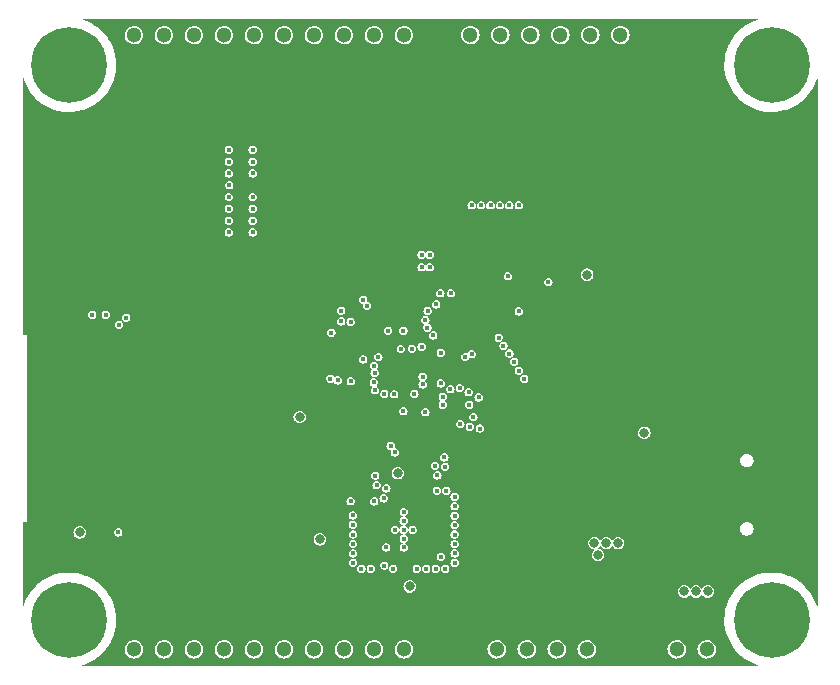
<source format=gbr>
%TF.GenerationSoftware,KiCad,Pcbnew,(6.0.10)*%
%TF.CreationDate,2023-06-21T21:11:03+02:00*%
%TF.ProjectId,FOX-PDA-v1,464f582d-5044-4412-9d76-312e6b696361,rev?*%
%TF.SameCoordinates,Original*%
%TF.FileFunction,Copper,L2,Inr*%
%TF.FilePolarity,Positive*%
%FSLAX46Y46*%
G04 Gerber Fmt 4.6, Leading zero omitted, Abs format (unit mm)*
G04 Created by KiCad (PCBNEW (6.0.10)) date 2023-06-21 21:11:03*
%MOMM*%
%LPD*%
G01*
G04 APERTURE LIST*
%TA.AperFunction,ComponentPad*%
%ADD10C,0.800000*%
%TD*%
%TA.AperFunction,ComponentPad*%
%ADD11C,6.400000*%
%TD*%
%TA.AperFunction,ComponentPad*%
%ADD12C,1.300000*%
%TD*%
%TA.AperFunction,ComponentPad*%
%ADD13C,3.570000*%
%TD*%
%TA.AperFunction,ViaPad*%
%ADD14C,0.450000*%
%TD*%
%TA.AperFunction,ViaPad*%
%ADD15C,0.800000*%
%TD*%
G04 APERTURE END LIST*
D10*
%TO.N,unconnected-(H2-Pad1)*%
%TO.C,H2*%
X179100000Y-70000000D03*
X183900000Y-70000000D03*
D11*
X181500000Y-70000000D03*
D10*
X181500000Y-67600000D03*
X179802944Y-68302944D03*
X183197056Y-71697056D03*
X183197056Y-68302944D03*
X181500000Y-72400000D03*
X179802944Y-71697056D03*
%TD*%
D12*
%TO.N,PF11*%
%TO.C,J6*%
X150360000Y-119500000D03*
%TO.N,PC5*%
X147820000Y-119500000D03*
%TO.N,PB0*%
X145280000Y-119500000D03*
%TO.N,PA5*%
X142740000Y-119500000D03*
%TO.N,PB1*%
X140200000Y-119500000D03*
%TO.N,PA6*%
X137660000Y-119500000D03*
%TO.N,PA7*%
X135120000Y-119500000D03*
%TO.N,PA0*%
X132580000Y-119500000D03*
%TO.N,PA3*%
X130040000Y-119500000D03*
%TO.N,PA2*%
X127500000Y-119500000D03*
%TD*%
%TO.N,PI1*%
%TO.C,J7*%
X156000000Y-67500000D03*
%TO.N,PA10*%
X158540000Y-67500000D03*
%TO.N,PI0*%
X161080000Y-67500000D03*
%TO.N,PA9*%
X163620000Y-67500000D03*
%TO.N,PC7*%
X166160000Y-67500000D03*
%TO.N,PG8*%
X168700000Y-67500000D03*
%TD*%
%TO.N,PB5*%
%TO.C,J5*%
X127500000Y-67500000D03*
%TO.N,PG15*%
X130040000Y-67500000D03*
%TO.N,PG14*%
X132580000Y-67500000D03*
%TO.N,PG12*%
X135120000Y-67500000D03*
%TO.N,PG13*%
X137660000Y-67500000D03*
%TO.N,PG11*%
X140200000Y-67500000D03*
%TO.N,PB4*%
X142740000Y-67500000D03*
%TO.N,PG10*%
X145280000Y-67500000D03*
%TO.N,PD6*%
X147820000Y-67500000D03*
%TO.N,PI3*%
X150360000Y-67500000D03*
%TD*%
D10*
%TO.N,unconnected-(H1-Pad1)*%
%TO.C,H1*%
X181500000Y-114600000D03*
X183197056Y-118697056D03*
X179802944Y-118697056D03*
X181500000Y-119400000D03*
X179802944Y-115302944D03*
D11*
X181500000Y-117000000D03*
D10*
X183197056Y-115302944D03*
X183900000Y-117000000D03*
X179100000Y-117000000D03*
%TD*%
%TO.N,unconnected-(H3-Pad1)*%
%TO.C,H3*%
X123697056Y-118697056D03*
X124400000Y-117000000D03*
X120302944Y-118697056D03*
X119600000Y-117000000D03*
X122000000Y-119400000D03*
D11*
X122000000Y-117000000D03*
D10*
X123697056Y-115302944D03*
X122000000Y-114600000D03*
X120302944Y-115302944D03*
%TD*%
D11*
%TO.N,unconnected-(H4-Pad1)*%
%TO.C,H4*%
X122000000Y-70000000D03*
D10*
X124400000Y-70000000D03*
X120302944Y-68302944D03*
X122000000Y-72400000D03*
X123697056Y-71697056D03*
X120302944Y-71697056D03*
X119600000Y-70000000D03*
X123697056Y-68302944D03*
X122000000Y-67600000D03*
%TD*%
D12*
%TO.N,VDD*%
%TO.C,J3*%
X176000000Y-119500000D03*
X173460000Y-119500000D03*
%TO.N,VSS*%
X170920000Y-119500000D03*
X168380000Y-119500000D03*
%TO.N,PB13*%
X165840000Y-119500000D03*
%TO.N,PB11*%
X163300000Y-119500000D03*
%TO.N,PB12*%
X160760000Y-119500000D03*
%TO.N,PB10*%
X158220000Y-119500000D03*
%TD*%
D13*
%TO.N,VSS*%
%TO.C,J1*%
X175320000Y-90400000D03*
X175320000Y-77600000D03*
%TD*%
D14*
%TO.N,VCAP2*%
X153493750Y-94381250D03*
D15*
%TO.N,VDD*%
X143250000Y-110187500D03*
D14*
X144225000Y-92675000D03*
X160100000Y-90887500D03*
X137560000Y-81200000D03*
X135580000Y-80200000D03*
X137560000Y-82200000D03*
D15*
X168500000Y-110500000D03*
X167500000Y-110500000D03*
D14*
X126175000Y-109600000D03*
X146912500Y-94950000D03*
X150325000Y-99337500D03*
X149025000Y-92512500D03*
X147920000Y-97550000D03*
X150325000Y-92512500D03*
X162600000Y-88400000D03*
X137560000Y-83200000D03*
X137560000Y-84200000D03*
D15*
X149862500Y-104575000D03*
D14*
X151950000Y-96412500D03*
X148050000Y-105600000D03*
D15*
X150862500Y-114175000D03*
D14*
X123975000Y-91155000D03*
X137560000Y-79200000D03*
D15*
X166800000Y-111500000D03*
D14*
X137560000Y-77200000D03*
D15*
X166500000Y-110500000D03*
D14*
X125125000Y-91150000D03*
X137560000Y-78200000D03*
D15*
X122925000Y-109600000D03*
X141550000Y-99825000D03*
%TO.N,VSS*%
X176900000Y-110500000D03*
X175900000Y-110500000D03*
D14*
X124175000Y-103400000D03*
X132810000Y-80700000D03*
X150325000Y-94950000D03*
X149025000Y-96900000D03*
X119575000Y-99100000D03*
X127475000Y-103400000D03*
D15*
X141550000Y-98275000D03*
D14*
X151550000Y-94575000D03*
X143900000Y-91625000D03*
X132810000Y-79200000D03*
D15*
X150862500Y-104575000D03*
D14*
X152320000Y-89920000D03*
X145550000Y-110175000D03*
X154450000Y-88750000D03*
X150325000Y-98362500D03*
D15*
X119325000Y-109600000D03*
X167500000Y-114300000D03*
D14*
X149675000Y-96900000D03*
X119575000Y-100800000D03*
X125825000Y-98200000D03*
D15*
X169300000Y-80500000D03*
X166800000Y-113300000D03*
D14*
X119575000Y-106750000D03*
X147720000Y-98180000D03*
X123225000Y-100800000D03*
X118725000Y-90800000D03*
X144150000Y-90825000D03*
X124175000Y-98200000D03*
X176000000Y-103300000D03*
X160100000Y-84900000D03*
X149675000Y-95600000D03*
X128425000Y-100800000D03*
X125825000Y-103400000D03*
D15*
X166500000Y-114300000D03*
D14*
X156650000Y-94700000D03*
X119575000Y-98250000D03*
X184300000Y-93600000D03*
X176300000Y-106400000D03*
X132810000Y-82200000D03*
X151950000Y-94950000D03*
D15*
X165875000Y-86225000D03*
D14*
X184300000Y-95600000D03*
X131275000Y-77175000D03*
X150325000Y-93487500D03*
X150325000Y-95600000D03*
X155400000Y-107800000D03*
X119575000Y-99950000D03*
X155500000Y-109525000D03*
X149675000Y-96250000D03*
X133575000Y-93800000D03*
D15*
X168300000Y-80500000D03*
D14*
X137700000Y-97600000D03*
X151850000Y-110125000D03*
D15*
X174900000Y-110500000D03*
D14*
X176000000Y-109500000D03*
X149675000Y-94950000D03*
X150325000Y-96250000D03*
X120500000Y-77275000D03*
X145250000Y-107150000D03*
X123225000Y-102450000D03*
D15*
X176400000Y-67350000D03*
D14*
X119575000Y-103350000D03*
X145550000Y-109425000D03*
D15*
X149862500Y-114175000D03*
D14*
X149025000Y-96250000D03*
X119575000Y-97400000D03*
D15*
X176800000Y-101500000D03*
D14*
X154500000Y-105675000D03*
X123225000Y-99150000D03*
D15*
X168400000Y-84000000D03*
X121040000Y-80530000D03*
D14*
X119575000Y-102500000D03*
D15*
X180800000Y-102700000D03*
D14*
X119575000Y-105900000D03*
X122425000Y-94550000D03*
D15*
X176400000Y-73650000D03*
D14*
X128425000Y-99150000D03*
X150975000Y-96900000D03*
X145650000Y-90725000D03*
X119575000Y-104200000D03*
X127475000Y-98200000D03*
X128425000Y-102450000D03*
D15*
X168500000Y-114300000D03*
D14*
X140000000Y-88100000D03*
X157600000Y-99950000D03*
X131275000Y-90125000D03*
X149025000Y-93487500D03*
D15*
X120475000Y-106850000D03*
D14*
X145937500Y-94950000D03*
D15*
X143225000Y-108712500D03*
D14*
X149025000Y-95600000D03*
X157600000Y-100675000D03*
X119575000Y-95700000D03*
X150325000Y-96900000D03*
X137560000Y-80200000D03*
X119575000Y-101650000D03*
X119575000Y-105050000D03*
D15*
X174950000Y-109500000D03*
D14*
X121575000Y-94550000D03*
D15*
X180900000Y-110100000D03*
D14*
X133575000Y-107800000D03*
X157100000Y-98625000D03*
X154700000Y-112775000D03*
X149025000Y-94950000D03*
D15*
X170725000Y-102725000D03*
D14*
X120025000Y-89950000D03*
X147900000Y-94000000D03*
D15*
X120525000Y-95100000D03*
D14*
X184300000Y-97600000D03*
X121125000Y-92900000D03*
X140600000Y-94400000D03*
X162592500Y-87407500D03*
X119575000Y-96550000D03*
X152950000Y-106725000D03*
%TO.N,SDMMC_CK*%
X152370000Y-90840000D03*
X135550000Y-79200000D03*
%TO.N,SDMMC_D3*%
X153450000Y-89350000D03*
X135550000Y-82200000D03*
%TO.N,SDMMC_D2*%
X154350000Y-89350000D03*
X135550000Y-83200000D03*
%TO.N,SDMMC_CMD*%
X135550000Y-81200000D03*
X151875000Y-93875000D03*
%TO.N,SDMMC_D1*%
X156100000Y-94500000D03*
X135550000Y-77200000D03*
%TO.N,SDMMC_D0*%
X155550000Y-94750000D03*
X135550000Y-78200000D03*
%TO.N,PSRAM_A19*%
X145050000Y-90825000D03*
X154662500Y-112175000D03*
%TO.N,PSRAM_NBL1*%
X146912500Y-89912500D03*
X146762500Y-112675000D03*
%TO.N,PSRAM_NBL0*%
X147562500Y-112675000D03*
X147237500Y-90400000D03*
%TO.N,PSRAM_CE#*%
X152193750Y-91618750D03*
X147940000Y-104780000D03*
%TO.N,PSRAM_A20*%
X153162500Y-106075000D03*
X145050000Y-91725000D03*
%TO.N,PSRAM_A21*%
X151100000Y-109387500D03*
X145850000Y-91775000D03*
%TO.N,PSRAM_DQ2*%
X152356250Y-92268750D03*
X148880000Y-105870000D03*
%TO.N,PSRAM_WE#*%
X151050000Y-94060000D03*
X153962500Y-106075000D03*
%TO.N,PSRAM_DQ3*%
X152843750Y-92918750D03*
X150362500Y-107875000D03*
%TO.N,PSRAM_OE#*%
X146062500Y-112175000D03*
X150110000Y-94070000D03*
%TO.N,PSRAM_A0*%
X148200000Y-94750000D03*
X146062500Y-110575000D03*
%TO.N,PSRAM_A2*%
X144150000Y-96575000D03*
X145850000Y-106950000D03*
%TO.N,PSRAM_A1*%
X146050000Y-108950000D03*
X147837500Y-95487500D03*
%TO.N,NRST*%
X159175000Y-87900000D03*
X144750000Y-96725000D03*
%TO.N,PSRAM_A3*%
X145875000Y-96800000D03*
X146062500Y-111375000D03*
%TO.N,PSRAM_A4*%
X147887500Y-96087500D03*
X146050000Y-108150000D03*
%TO.N,PSRAM_A5*%
X147820000Y-96890000D03*
X146062500Y-109775000D03*
%TO.N,PSRAM_A15*%
X153493750Y-96981250D03*
X154662500Y-108975000D03*
%TO.N,PSRAM_A14*%
X155100000Y-97375000D03*
X151462500Y-112675000D03*
%TO.N,PSRAM_A13*%
X154662500Y-107375000D03*
X154306250Y-97468750D03*
%TO.N,PSRAM_DQ1*%
X153656250Y-98118750D03*
X148650000Y-106720000D03*
%TO.N,PSRAM_A12*%
X154662500Y-110575000D03*
X155850000Y-97725000D03*
%TO.N,PSRAM_A11*%
X154662500Y-106575000D03*
X151250000Y-97875000D03*
%TO.N,PSRAM_DQ0*%
X147850000Y-106975000D03*
X153656250Y-98768750D03*
%TO.N,PSRAM_A18*%
X153500000Y-111675000D03*
X156700000Y-98175000D03*
%TO.N,PSRAM_A7*%
X148700000Y-97875000D03*
X149612500Y-109375000D03*
%TO.N,PSRAM_A10*%
X154662500Y-108175000D03*
X149537500Y-97887500D03*
%TO.N,PSRAM_DQ10*%
X152193750Y-99418750D03*
X148862500Y-110875000D03*
%TO.N,PSRAM_A17*%
X150350000Y-109375000D03*
X156250000Y-99825000D03*
%TO.N,PSRAM_A16*%
X155900000Y-98775000D03*
X150350000Y-108625000D03*
%TO.N,PSRAM_DQ15*%
X153862500Y-112675000D03*
X156800000Y-100800000D03*
%TO.N,PSRAM_A9*%
X154662500Y-109775000D03*
X149600000Y-102825000D03*
%TO.N,PSRAM_DQ8*%
X148700000Y-112400000D03*
X153000000Y-103950000D03*
%TO.N,PSRAM_DQ11*%
X150362500Y-110125000D03*
X153800000Y-103250000D03*
%TO.N,PSRAM_DQ14*%
X155150000Y-100425000D03*
X152262500Y-112675000D03*
%TO.N,PSRAM_DQ13*%
X155950000Y-100650000D03*
X153062500Y-112675000D03*
%TO.N,PSRAM_A8*%
X154662500Y-111375000D03*
X149250000Y-102275000D03*
%TO.N,PSRAM_DQ9*%
X149450000Y-112675000D03*
X153200000Y-104775000D03*
%TO.N,PSRAM_DQ12*%
X150362500Y-110875000D03*
X153850000Y-104050000D03*
%TO.N,VCAP1*%
X151950000Y-97065000D03*
%TO.N,WIFI_UART_TX*%
X126250000Y-92025000D03*
X126850000Y-91425000D03*
D15*
%TO.N,VCC*%
X165875000Y-87775000D03*
X176100000Y-114600000D03*
X170725000Y-101175000D03*
X174100000Y-114600000D03*
X175100000Y-114600000D03*
D14*
%TO.N,SDMMC_SW*%
X153100000Y-90300000D03*
X135550000Y-84200000D03*
%TO.N,PD6*%
X151875000Y-87150000D03*
X151875000Y-86075000D03*
%TO.N,PI3*%
X152550000Y-87150000D03*
X152550000Y-86075000D03*
%TO.N,PI1*%
X158400000Y-93100000D03*
X156100000Y-81900000D03*
%TO.N,PA10*%
X158800000Y-93800000D03*
X156900000Y-81900000D03*
%TO.N,PI0*%
X157700000Y-81900000D03*
X159300000Y-94450000D03*
%TO.N,PA9*%
X158500000Y-81900000D03*
X159700000Y-95150000D03*
%TO.N,PC7*%
X159300000Y-81900000D03*
X160100000Y-95900000D03*
%TO.N,PG8*%
X160100000Y-81900000D03*
X160550000Y-96600000D03*
%TD*%
%TA.AperFunction,Conductor*%
%TO.N,VSS*%
G36*
X180332887Y-66103387D02*
G01*
X180345774Y-66134500D01*
X180332887Y-66165613D01*
X180316244Y-66176053D01*
X180248593Y-66199612D01*
X179999579Y-66286327D01*
X179998601Y-66286779D01*
X179645326Y-66450015D01*
X179645317Y-66450020D01*
X179644349Y-66450467D01*
X179643427Y-66451008D01*
X179643423Y-66451010D01*
X179307754Y-66647945D01*
X179307747Y-66647950D01*
X179306831Y-66648487D01*
X179305968Y-66649114D01*
X178991110Y-66877871D01*
X178991101Y-66877878D01*
X178990248Y-66878498D01*
X178989451Y-66879205D01*
X178989448Y-66879208D01*
X178835279Y-67016086D01*
X178697621Y-67138305D01*
X178696893Y-67139091D01*
X178696887Y-67139097D01*
X178602242Y-67241305D01*
X178431743Y-67425427D01*
X178195152Y-67737124D01*
X178194593Y-67738033D01*
X178194588Y-67738040D01*
X178059822Y-67957100D01*
X177990107Y-68070420D01*
X177964354Y-68123221D01*
X177886792Y-68282248D01*
X177818564Y-68422135D01*
X177682162Y-68788910D01*
X177681890Y-68789940D01*
X177681887Y-68789949D01*
X177667772Y-68843372D01*
X177582201Y-69167246D01*
X177582030Y-69168300D01*
X177582029Y-69168306D01*
X177569191Y-69247570D01*
X177519637Y-69553531D01*
X177519570Y-69554601D01*
X177519569Y-69554607D01*
X177516069Y-69610240D01*
X177495065Y-69944077D01*
X177508722Y-70335157D01*
X177560477Y-70723038D01*
X177649834Y-71104017D01*
X177650181Y-71105036D01*
X177775601Y-71473455D01*
X177775605Y-71473465D01*
X177775943Y-71474458D01*
X177937598Y-71830826D01*
X177938132Y-71831750D01*
X177938132Y-71831751D01*
X178023328Y-71979313D01*
X178133258Y-72169717D01*
X178133884Y-72170591D01*
X178133885Y-72170593D01*
X178233442Y-72309653D01*
X178361053Y-72487899D01*
X178618810Y-72782333D01*
X178904069Y-73050208D01*
X179214107Y-73288969D01*
X179545964Y-73496337D01*
X179896472Y-73670331D01*
X180262287Y-73809290D01*
X180639915Y-73911890D01*
X180640974Y-73912069D01*
X180640978Y-73912070D01*
X181024689Y-73976970D01*
X181024692Y-73976970D01*
X181025754Y-73977150D01*
X181256790Y-73993306D01*
X181415057Y-74004373D01*
X181415062Y-74004373D01*
X181416119Y-74004447D01*
X181677031Y-73997159D01*
X181806216Y-73993550D01*
X181806219Y-73993550D01*
X181807285Y-73993520D01*
X181808342Y-73993386D01*
X181808348Y-73993386D01*
X182194456Y-73944609D01*
X182194455Y-73944609D01*
X182195517Y-73944475D01*
X182577111Y-73857779D01*
X182724017Y-73808910D01*
X182947406Y-73734599D01*
X182947412Y-73734596D01*
X182948424Y-73734260D01*
X182949403Y-73733824D01*
X182949411Y-73733821D01*
X183304919Y-73575538D01*
X183304925Y-73575535D01*
X183305911Y-73575096D01*
X183646160Y-73381808D01*
X183965924Y-73156239D01*
X184262150Y-72900544D01*
X184532011Y-72617162D01*
X184772931Y-72308799D01*
X184982610Y-71978398D01*
X184983094Y-71977440D01*
X185158560Y-71630075D01*
X185158563Y-71630068D01*
X185159046Y-71629112D01*
X185159433Y-71628114D01*
X185159438Y-71628103D01*
X185300170Y-71265275D01*
X185300171Y-71265273D01*
X185300557Y-71264277D01*
X185323121Y-71183462D01*
X185343900Y-71156961D01*
X185377332Y-71152915D01*
X185403833Y-71173694D01*
X185409500Y-71195294D01*
X185409500Y-115798573D01*
X185396613Y-115829686D01*
X185365500Y-115842573D01*
X185334387Y-115829686D01*
X185324049Y-115813333D01*
X185322256Y-115808296D01*
X185203107Y-115473689D01*
X185036492Y-115119614D01*
X184836120Y-114783487D01*
X184835484Y-114782624D01*
X184604546Y-114469386D01*
X184604543Y-114469382D01*
X184603905Y-114468517D01*
X184581211Y-114443312D01*
X184449532Y-114297070D01*
X184342061Y-114177711D01*
X184335965Y-114172144D01*
X184053884Y-113914569D01*
X184053090Y-113913844D01*
X184052238Y-113913207D01*
X184052230Y-113913200D01*
X183740609Y-113680078D01*
X183740604Y-113680075D01*
X183739749Y-113679435D01*
X183708816Y-113660701D01*
X183405948Y-113477278D01*
X183405949Y-113477278D01*
X183405030Y-113476722D01*
X183052126Y-113307638D01*
X182992607Y-113285975D01*
X182685405Y-113174163D01*
X182685401Y-113174162D01*
X182684407Y-113173800D01*
X182683381Y-113173537D01*
X182683376Y-113173535D01*
X182544418Y-113137857D01*
X182305382Y-113076483D01*
X182304328Y-113076320D01*
X182304319Y-113076318D01*
X181919730Y-113016781D01*
X181919728Y-113016781D01*
X181918670Y-113016617D01*
X181527962Y-112994773D01*
X181526887Y-112994818D01*
X181526878Y-112994818D01*
X181138077Y-113011113D01*
X181138071Y-113011114D01*
X181136987Y-113011159D01*
X180749477Y-113065620D01*
X180369131Y-113157636D01*
X179999579Y-113286327D01*
X179998601Y-113286779D01*
X179645326Y-113450015D01*
X179645317Y-113450020D01*
X179644349Y-113450467D01*
X179643427Y-113451008D01*
X179643423Y-113451010D01*
X179307754Y-113647945D01*
X179307747Y-113647950D01*
X179306831Y-113648487D01*
X179305968Y-113649114D01*
X178991110Y-113877871D01*
X178991101Y-113877878D01*
X178990248Y-113878498D01*
X178989451Y-113879205D01*
X178989448Y-113879208D01*
X178755204Y-114087180D01*
X178697621Y-114138305D01*
X178696893Y-114139091D01*
X178696887Y-114139097D01*
X178620096Y-114222024D01*
X178431743Y-114425427D01*
X178195152Y-114737124D01*
X178194593Y-114738033D01*
X178194588Y-114738040D01*
X178059822Y-114957100D01*
X177990107Y-115070420D01*
X177818564Y-115422135D01*
X177682162Y-115788910D01*
X177681890Y-115789940D01*
X177681887Y-115789949D01*
X177667772Y-115843372D01*
X177582201Y-116167246D01*
X177582030Y-116168300D01*
X177582029Y-116168306D01*
X177519809Y-116552469D01*
X177519637Y-116553531D01*
X177519570Y-116554601D01*
X177519569Y-116554607D01*
X177516069Y-116610240D01*
X177495065Y-116944077D01*
X177508722Y-117335157D01*
X177560477Y-117723038D01*
X177649834Y-118104017D01*
X177650181Y-118105036D01*
X177775601Y-118473455D01*
X177775605Y-118473465D01*
X177775943Y-118474458D01*
X177937598Y-118830826D01*
X177938132Y-118831750D01*
X177938132Y-118831751D01*
X178121899Y-119150042D01*
X178133258Y-119169717D01*
X178133884Y-119170591D01*
X178133885Y-119170593D01*
X178233442Y-119309653D01*
X178361053Y-119487899D01*
X178390771Y-119521846D01*
X178598117Y-119758695D01*
X178618810Y-119782333D01*
X178904069Y-120050208D01*
X179214107Y-120288969D01*
X179545964Y-120496337D01*
X179896472Y-120670331D01*
X180262287Y-120809290D01*
X180302261Y-120820151D01*
X180312891Y-120823039D01*
X180339537Y-120843633D01*
X180343816Y-120877036D01*
X180323222Y-120903682D01*
X180301355Y-120909500D01*
X123193298Y-120909500D01*
X123162185Y-120896613D01*
X123149298Y-120865500D01*
X123162185Y-120834387D01*
X123179409Y-120823749D01*
X123181544Y-120823039D01*
X123234975Y-120805265D01*
X123447406Y-120734599D01*
X123447412Y-120734596D01*
X123448424Y-120734260D01*
X123449403Y-120733824D01*
X123449411Y-120733821D01*
X123804919Y-120575538D01*
X123804925Y-120575535D01*
X123805911Y-120575096D01*
X124146160Y-120381808D01*
X124465924Y-120156239D01*
X124527759Y-120102865D01*
X124761331Y-119901251D01*
X124761332Y-119901250D01*
X124762150Y-119900544D01*
X124805194Y-119855344D01*
X124897231Y-119758695D01*
X125032011Y-119617162D01*
X125132083Y-119489076D01*
X126717656Y-119489076D01*
X126717896Y-119491524D01*
X126717896Y-119491527D01*
X126730131Y-119616306D01*
X126734678Y-119662674D01*
X126735452Y-119665002D01*
X126735453Y-119665005D01*
X126746057Y-119696881D01*
X126789737Y-119828188D01*
X126880097Y-119977390D01*
X127001267Y-120102865D01*
X127147224Y-120198377D01*
X127310715Y-120259179D01*
X127313149Y-120259504D01*
X127313150Y-120259504D01*
X127481183Y-120281924D01*
X127481186Y-120281924D01*
X127483614Y-120282248D01*
X127486054Y-120282026D01*
X127486059Y-120282026D01*
X127642636Y-120267776D01*
X127657327Y-120266439D01*
X127823221Y-120212537D01*
X127825334Y-120211277D01*
X127825337Y-120211276D01*
X127970939Y-120124480D01*
X127970943Y-120124477D01*
X127973050Y-120123221D01*
X127993012Y-120104212D01*
X128097587Y-120004626D01*
X128099368Y-120002930D01*
X128117736Y-119975285D01*
X128131418Y-119954692D01*
X128195897Y-119857643D01*
X128257839Y-119694580D01*
X128282115Y-119521846D01*
X128282420Y-119500000D01*
X128281195Y-119489076D01*
X129257656Y-119489076D01*
X129257896Y-119491524D01*
X129257896Y-119491527D01*
X129270131Y-119616306D01*
X129274678Y-119662674D01*
X129275452Y-119665002D01*
X129275453Y-119665005D01*
X129286057Y-119696881D01*
X129329737Y-119828188D01*
X129420097Y-119977390D01*
X129541267Y-120102865D01*
X129687224Y-120198377D01*
X129850715Y-120259179D01*
X129853149Y-120259504D01*
X129853150Y-120259504D01*
X130021183Y-120281924D01*
X130021186Y-120281924D01*
X130023614Y-120282248D01*
X130026054Y-120282026D01*
X130026059Y-120282026D01*
X130182636Y-120267776D01*
X130197327Y-120266439D01*
X130363221Y-120212537D01*
X130365334Y-120211277D01*
X130365337Y-120211276D01*
X130510939Y-120124480D01*
X130510943Y-120124477D01*
X130513050Y-120123221D01*
X130533012Y-120104212D01*
X130637587Y-120004626D01*
X130639368Y-120002930D01*
X130657736Y-119975285D01*
X130671418Y-119954692D01*
X130735897Y-119857643D01*
X130797839Y-119694580D01*
X130822115Y-119521846D01*
X130822420Y-119500000D01*
X130821195Y-119489076D01*
X131797656Y-119489076D01*
X131797896Y-119491524D01*
X131797896Y-119491527D01*
X131810131Y-119616306D01*
X131814678Y-119662674D01*
X131815452Y-119665002D01*
X131815453Y-119665005D01*
X131826057Y-119696881D01*
X131869737Y-119828188D01*
X131960097Y-119977390D01*
X132081267Y-120102865D01*
X132227224Y-120198377D01*
X132390715Y-120259179D01*
X132393149Y-120259504D01*
X132393150Y-120259504D01*
X132561183Y-120281924D01*
X132561186Y-120281924D01*
X132563614Y-120282248D01*
X132566054Y-120282026D01*
X132566059Y-120282026D01*
X132722636Y-120267776D01*
X132737327Y-120266439D01*
X132903221Y-120212537D01*
X132905334Y-120211277D01*
X132905337Y-120211276D01*
X133050939Y-120124480D01*
X133050943Y-120124477D01*
X133053050Y-120123221D01*
X133073012Y-120104212D01*
X133177587Y-120004626D01*
X133179368Y-120002930D01*
X133197736Y-119975285D01*
X133211418Y-119954692D01*
X133275897Y-119857643D01*
X133337839Y-119694580D01*
X133362115Y-119521846D01*
X133362420Y-119500000D01*
X133361195Y-119489076D01*
X134337656Y-119489076D01*
X134337896Y-119491524D01*
X134337896Y-119491527D01*
X134350131Y-119616306D01*
X134354678Y-119662674D01*
X134355452Y-119665002D01*
X134355453Y-119665005D01*
X134366057Y-119696881D01*
X134409737Y-119828188D01*
X134500097Y-119977390D01*
X134621267Y-120102865D01*
X134767224Y-120198377D01*
X134930715Y-120259179D01*
X134933149Y-120259504D01*
X134933150Y-120259504D01*
X135101183Y-120281924D01*
X135101186Y-120281924D01*
X135103614Y-120282248D01*
X135106054Y-120282026D01*
X135106059Y-120282026D01*
X135262636Y-120267776D01*
X135277327Y-120266439D01*
X135443221Y-120212537D01*
X135445334Y-120211277D01*
X135445337Y-120211276D01*
X135590939Y-120124480D01*
X135590943Y-120124477D01*
X135593050Y-120123221D01*
X135613012Y-120104212D01*
X135717587Y-120004626D01*
X135719368Y-120002930D01*
X135737736Y-119975285D01*
X135751418Y-119954692D01*
X135815897Y-119857643D01*
X135877839Y-119694580D01*
X135902115Y-119521846D01*
X135902420Y-119500000D01*
X135901195Y-119489076D01*
X136877656Y-119489076D01*
X136877896Y-119491524D01*
X136877896Y-119491527D01*
X136890131Y-119616306D01*
X136894678Y-119662674D01*
X136895452Y-119665002D01*
X136895453Y-119665005D01*
X136906057Y-119696881D01*
X136949737Y-119828188D01*
X137040097Y-119977390D01*
X137161267Y-120102865D01*
X137307224Y-120198377D01*
X137470715Y-120259179D01*
X137473149Y-120259504D01*
X137473150Y-120259504D01*
X137641183Y-120281924D01*
X137641186Y-120281924D01*
X137643614Y-120282248D01*
X137646054Y-120282026D01*
X137646059Y-120282026D01*
X137802636Y-120267776D01*
X137817327Y-120266439D01*
X137983221Y-120212537D01*
X137985334Y-120211277D01*
X137985337Y-120211276D01*
X138130939Y-120124480D01*
X138130943Y-120124477D01*
X138133050Y-120123221D01*
X138153012Y-120104212D01*
X138257587Y-120004626D01*
X138259368Y-120002930D01*
X138277736Y-119975285D01*
X138291418Y-119954692D01*
X138355897Y-119857643D01*
X138417839Y-119694580D01*
X138442115Y-119521846D01*
X138442420Y-119500000D01*
X138441195Y-119489076D01*
X139417656Y-119489076D01*
X139417896Y-119491524D01*
X139417896Y-119491527D01*
X139430131Y-119616306D01*
X139434678Y-119662674D01*
X139435452Y-119665002D01*
X139435453Y-119665005D01*
X139446057Y-119696881D01*
X139489737Y-119828188D01*
X139580097Y-119977390D01*
X139701267Y-120102865D01*
X139847224Y-120198377D01*
X140010715Y-120259179D01*
X140013149Y-120259504D01*
X140013150Y-120259504D01*
X140181183Y-120281924D01*
X140181186Y-120281924D01*
X140183614Y-120282248D01*
X140186054Y-120282026D01*
X140186059Y-120282026D01*
X140342636Y-120267776D01*
X140357327Y-120266439D01*
X140523221Y-120212537D01*
X140525334Y-120211277D01*
X140525337Y-120211276D01*
X140670939Y-120124480D01*
X140670943Y-120124477D01*
X140673050Y-120123221D01*
X140693012Y-120104212D01*
X140797587Y-120004626D01*
X140799368Y-120002930D01*
X140817736Y-119975285D01*
X140831418Y-119954692D01*
X140895897Y-119857643D01*
X140957839Y-119694580D01*
X140982115Y-119521846D01*
X140982420Y-119500000D01*
X140981195Y-119489076D01*
X141957656Y-119489076D01*
X141957896Y-119491524D01*
X141957896Y-119491527D01*
X141970131Y-119616306D01*
X141974678Y-119662674D01*
X141975452Y-119665002D01*
X141975453Y-119665005D01*
X141986057Y-119696881D01*
X142029737Y-119828188D01*
X142120097Y-119977390D01*
X142241267Y-120102865D01*
X142387224Y-120198377D01*
X142550715Y-120259179D01*
X142553149Y-120259504D01*
X142553150Y-120259504D01*
X142721183Y-120281924D01*
X142721186Y-120281924D01*
X142723614Y-120282248D01*
X142726054Y-120282026D01*
X142726059Y-120282026D01*
X142882636Y-120267776D01*
X142897327Y-120266439D01*
X143063221Y-120212537D01*
X143065334Y-120211277D01*
X143065337Y-120211276D01*
X143210939Y-120124480D01*
X143210943Y-120124477D01*
X143213050Y-120123221D01*
X143233012Y-120104212D01*
X143337587Y-120004626D01*
X143339368Y-120002930D01*
X143357736Y-119975285D01*
X143371418Y-119954692D01*
X143435897Y-119857643D01*
X143497839Y-119694580D01*
X143522115Y-119521846D01*
X143522420Y-119500000D01*
X143521195Y-119489076D01*
X144497656Y-119489076D01*
X144497896Y-119491524D01*
X144497896Y-119491527D01*
X144510131Y-119616306D01*
X144514678Y-119662674D01*
X144515452Y-119665002D01*
X144515453Y-119665005D01*
X144526057Y-119696881D01*
X144569737Y-119828188D01*
X144660097Y-119977390D01*
X144781267Y-120102865D01*
X144927224Y-120198377D01*
X145090715Y-120259179D01*
X145093149Y-120259504D01*
X145093150Y-120259504D01*
X145261183Y-120281924D01*
X145261186Y-120281924D01*
X145263614Y-120282248D01*
X145266054Y-120282026D01*
X145266059Y-120282026D01*
X145422636Y-120267776D01*
X145437327Y-120266439D01*
X145603221Y-120212537D01*
X145605334Y-120211277D01*
X145605337Y-120211276D01*
X145750939Y-120124480D01*
X145750943Y-120124477D01*
X145753050Y-120123221D01*
X145773012Y-120104212D01*
X145877587Y-120004626D01*
X145879368Y-120002930D01*
X145897736Y-119975285D01*
X145911418Y-119954692D01*
X145975897Y-119857643D01*
X146037839Y-119694580D01*
X146062115Y-119521846D01*
X146062420Y-119500000D01*
X146061195Y-119489076D01*
X147037656Y-119489076D01*
X147037896Y-119491524D01*
X147037896Y-119491527D01*
X147050131Y-119616306D01*
X147054678Y-119662674D01*
X147055452Y-119665002D01*
X147055453Y-119665005D01*
X147066057Y-119696881D01*
X147109737Y-119828188D01*
X147200097Y-119977390D01*
X147321267Y-120102865D01*
X147467224Y-120198377D01*
X147630715Y-120259179D01*
X147633149Y-120259504D01*
X147633150Y-120259504D01*
X147801183Y-120281924D01*
X147801186Y-120281924D01*
X147803614Y-120282248D01*
X147806054Y-120282026D01*
X147806059Y-120282026D01*
X147962636Y-120267776D01*
X147977327Y-120266439D01*
X148143221Y-120212537D01*
X148145334Y-120211277D01*
X148145337Y-120211276D01*
X148290939Y-120124480D01*
X148290943Y-120124477D01*
X148293050Y-120123221D01*
X148313012Y-120104212D01*
X148417587Y-120004626D01*
X148419368Y-120002930D01*
X148437736Y-119975285D01*
X148451418Y-119954692D01*
X148515897Y-119857643D01*
X148577839Y-119694580D01*
X148602115Y-119521846D01*
X148602420Y-119500000D01*
X148601195Y-119489076D01*
X149577656Y-119489076D01*
X149577896Y-119491524D01*
X149577896Y-119491527D01*
X149590131Y-119616306D01*
X149594678Y-119662674D01*
X149595452Y-119665002D01*
X149595453Y-119665005D01*
X149606057Y-119696881D01*
X149649737Y-119828188D01*
X149740097Y-119977390D01*
X149861267Y-120102865D01*
X150007224Y-120198377D01*
X150170715Y-120259179D01*
X150173149Y-120259504D01*
X150173150Y-120259504D01*
X150341183Y-120281924D01*
X150341186Y-120281924D01*
X150343614Y-120282248D01*
X150346054Y-120282026D01*
X150346059Y-120282026D01*
X150502636Y-120267776D01*
X150517327Y-120266439D01*
X150683221Y-120212537D01*
X150685334Y-120211277D01*
X150685337Y-120211276D01*
X150830939Y-120124480D01*
X150830943Y-120124477D01*
X150833050Y-120123221D01*
X150853012Y-120104212D01*
X150957587Y-120004626D01*
X150959368Y-120002930D01*
X150977736Y-119975285D01*
X150991418Y-119954692D01*
X151055897Y-119857643D01*
X151117839Y-119694580D01*
X151142115Y-119521846D01*
X151142420Y-119500000D01*
X151141195Y-119489076D01*
X157437656Y-119489076D01*
X157437896Y-119491524D01*
X157437896Y-119491527D01*
X157450131Y-119616306D01*
X157454678Y-119662674D01*
X157455452Y-119665002D01*
X157455453Y-119665005D01*
X157466057Y-119696881D01*
X157509737Y-119828188D01*
X157600097Y-119977390D01*
X157721267Y-120102865D01*
X157867224Y-120198377D01*
X158030715Y-120259179D01*
X158033149Y-120259504D01*
X158033150Y-120259504D01*
X158201183Y-120281924D01*
X158201186Y-120281924D01*
X158203614Y-120282248D01*
X158206054Y-120282026D01*
X158206059Y-120282026D01*
X158362636Y-120267776D01*
X158377327Y-120266439D01*
X158543221Y-120212537D01*
X158545334Y-120211277D01*
X158545337Y-120211276D01*
X158690939Y-120124480D01*
X158690943Y-120124477D01*
X158693050Y-120123221D01*
X158713012Y-120104212D01*
X158817587Y-120004626D01*
X158819368Y-120002930D01*
X158837736Y-119975285D01*
X158851418Y-119954692D01*
X158915897Y-119857643D01*
X158977839Y-119694580D01*
X159002115Y-119521846D01*
X159002420Y-119500000D01*
X159001195Y-119489076D01*
X159977656Y-119489076D01*
X159977896Y-119491524D01*
X159977896Y-119491527D01*
X159990131Y-119616306D01*
X159994678Y-119662674D01*
X159995452Y-119665002D01*
X159995453Y-119665005D01*
X160006057Y-119696881D01*
X160049737Y-119828188D01*
X160140097Y-119977390D01*
X160261267Y-120102865D01*
X160407224Y-120198377D01*
X160570715Y-120259179D01*
X160573149Y-120259504D01*
X160573150Y-120259504D01*
X160741183Y-120281924D01*
X160741186Y-120281924D01*
X160743614Y-120282248D01*
X160746054Y-120282026D01*
X160746059Y-120282026D01*
X160902636Y-120267776D01*
X160917327Y-120266439D01*
X161083221Y-120212537D01*
X161085334Y-120211277D01*
X161085337Y-120211276D01*
X161230939Y-120124480D01*
X161230943Y-120124477D01*
X161233050Y-120123221D01*
X161253012Y-120104212D01*
X161357587Y-120004626D01*
X161359368Y-120002930D01*
X161377736Y-119975285D01*
X161391418Y-119954692D01*
X161455897Y-119857643D01*
X161517839Y-119694580D01*
X161542115Y-119521846D01*
X161542420Y-119500000D01*
X161541195Y-119489076D01*
X162517656Y-119489076D01*
X162517896Y-119491524D01*
X162517896Y-119491527D01*
X162530131Y-119616306D01*
X162534678Y-119662674D01*
X162535452Y-119665002D01*
X162535453Y-119665005D01*
X162546057Y-119696881D01*
X162589737Y-119828188D01*
X162680097Y-119977390D01*
X162801267Y-120102865D01*
X162947224Y-120198377D01*
X163110715Y-120259179D01*
X163113149Y-120259504D01*
X163113150Y-120259504D01*
X163281183Y-120281924D01*
X163281186Y-120281924D01*
X163283614Y-120282248D01*
X163286054Y-120282026D01*
X163286059Y-120282026D01*
X163442636Y-120267776D01*
X163457327Y-120266439D01*
X163623221Y-120212537D01*
X163625334Y-120211277D01*
X163625337Y-120211276D01*
X163770939Y-120124480D01*
X163770943Y-120124477D01*
X163773050Y-120123221D01*
X163793012Y-120104212D01*
X163897587Y-120004626D01*
X163899368Y-120002930D01*
X163917736Y-119975285D01*
X163931418Y-119954692D01*
X163995897Y-119857643D01*
X164057839Y-119694580D01*
X164082115Y-119521846D01*
X164082420Y-119500000D01*
X164081195Y-119489076D01*
X165057656Y-119489076D01*
X165057896Y-119491524D01*
X165057896Y-119491527D01*
X165070131Y-119616306D01*
X165074678Y-119662674D01*
X165075452Y-119665002D01*
X165075453Y-119665005D01*
X165086057Y-119696881D01*
X165129737Y-119828188D01*
X165220097Y-119977390D01*
X165341267Y-120102865D01*
X165487224Y-120198377D01*
X165650715Y-120259179D01*
X165653149Y-120259504D01*
X165653150Y-120259504D01*
X165821183Y-120281924D01*
X165821186Y-120281924D01*
X165823614Y-120282248D01*
X165826054Y-120282026D01*
X165826059Y-120282026D01*
X165982636Y-120267776D01*
X165997327Y-120266439D01*
X166163221Y-120212537D01*
X166165334Y-120211277D01*
X166165337Y-120211276D01*
X166310939Y-120124480D01*
X166310943Y-120124477D01*
X166313050Y-120123221D01*
X166333012Y-120104212D01*
X166437587Y-120004626D01*
X166439368Y-120002930D01*
X166457736Y-119975285D01*
X166471418Y-119954692D01*
X166535897Y-119857643D01*
X166597839Y-119694580D01*
X166622115Y-119521846D01*
X166622420Y-119500000D01*
X166621195Y-119489076D01*
X172677656Y-119489076D01*
X172677896Y-119491524D01*
X172677896Y-119491527D01*
X172690131Y-119616306D01*
X172694678Y-119662674D01*
X172695452Y-119665002D01*
X172695453Y-119665005D01*
X172706057Y-119696881D01*
X172749737Y-119828188D01*
X172840097Y-119977390D01*
X172961267Y-120102865D01*
X173107224Y-120198377D01*
X173270715Y-120259179D01*
X173273149Y-120259504D01*
X173273150Y-120259504D01*
X173441183Y-120281924D01*
X173441186Y-120281924D01*
X173443614Y-120282248D01*
X173446054Y-120282026D01*
X173446059Y-120282026D01*
X173602636Y-120267776D01*
X173617327Y-120266439D01*
X173783221Y-120212537D01*
X173785334Y-120211277D01*
X173785337Y-120211276D01*
X173930939Y-120124480D01*
X173930943Y-120124477D01*
X173933050Y-120123221D01*
X173953012Y-120104212D01*
X174057587Y-120004626D01*
X174059368Y-120002930D01*
X174077736Y-119975285D01*
X174091418Y-119954692D01*
X174155897Y-119857643D01*
X174217839Y-119694580D01*
X174242115Y-119521846D01*
X174242420Y-119500000D01*
X174241195Y-119489076D01*
X175217656Y-119489076D01*
X175217896Y-119491524D01*
X175217896Y-119491527D01*
X175230131Y-119616306D01*
X175234678Y-119662674D01*
X175235452Y-119665002D01*
X175235453Y-119665005D01*
X175246057Y-119696881D01*
X175289737Y-119828188D01*
X175380097Y-119977390D01*
X175501267Y-120102865D01*
X175647224Y-120198377D01*
X175810715Y-120259179D01*
X175813149Y-120259504D01*
X175813150Y-120259504D01*
X175981183Y-120281924D01*
X175981186Y-120281924D01*
X175983614Y-120282248D01*
X175986054Y-120282026D01*
X175986059Y-120282026D01*
X176142636Y-120267776D01*
X176157327Y-120266439D01*
X176323221Y-120212537D01*
X176325334Y-120211277D01*
X176325337Y-120211276D01*
X176470939Y-120124480D01*
X176470943Y-120124477D01*
X176473050Y-120123221D01*
X176493012Y-120104212D01*
X176597587Y-120004626D01*
X176599368Y-120002930D01*
X176617736Y-119975285D01*
X176631418Y-119954692D01*
X176695897Y-119857643D01*
X176757839Y-119694580D01*
X176782115Y-119521846D01*
X176782420Y-119500000D01*
X176762976Y-119326656D01*
X176705612Y-119161927D01*
X176698186Y-119150042D01*
X176614479Y-119016086D01*
X176613177Y-119014002D01*
X176490267Y-118890230D01*
X176342990Y-118796766D01*
X176178666Y-118738252D01*
X176005462Y-118717599D01*
X176003017Y-118717856D01*
X176003014Y-118717856D01*
X175834432Y-118735575D01*
X175831987Y-118735832D01*
X175829666Y-118736622D01*
X175829662Y-118736623D01*
X175749424Y-118763939D01*
X175666862Y-118792045D01*
X175664770Y-118793332D01*
X175664768Y-118793333D01*
X175520388Y-118882156D01*
X175520383Y-118882160D01*
X175518294Y-118883445D01*
X175393668Y-119005488D01*
X175392337Y-119007553D01*
X175392334Y-119007557D01*
X175300509Y-119150042D01*
X175299177Y-119152109D01*
X175239518Y-119316020D01*
X175239210Y-119318460D01*
X175239209Y-119318463D01*
X175238174Y-119326656D01*
X175217656Y-119489076D01*
X174241195Y-119489076D01*
X174222976Y-119326656D01*
X174165612Y-119161927D01*
X174158186Y-119150042D01*
X174074479Y-119016086D01*
X174073177Y-119014002D01*
X173950267Y-118890230D01*
X173802990Y-118796766D01*
X173638666Y-118738252D01*
X173465462Y-118717599D01*
X173463017Y-118717856D01*
X173463014Y-118717856D01*
X173294432Y-118735575D01*
X173291987Y-118735832D01*
X173289666Y-118736622D01*
X173289662Y-118736623D01*
X173209424Y-118763939D01*
X173126862Y-118792045D01*
X173124770Y-118793332D01*
X173124768Y-118793333D01*
X172980388Y-118882156D01*
X172980383Y-118882160D01*
X172978294Y-118883445D01*
X172853668Y-119005488D01*
X172852337Y-119007553D01*
X172852334Y-119007557D01*
X172760509Y-119150042D01*
X172759177Y-119152109D01*
X172699518Y-119316020D01*
X172699210Y-119318460D01*
X172699209Y-119318463D01*
X172698174Y-119326656D01*
X172677656Y-119489076D01*
X166621195Y-119489076D01*
X166602976Y-119326656D01*
X166545612Y-119161927D01*
X166538186Y-119150042D01*
X166454479Y-119016086D01*
X166453177Y-119014002D01*
X166330267Y-118890230D01*
X166182990Y-118796766D01*
X166018666Y-118738252D01*
X165845462Y-118717599D01*
X165843017Y-118717856D01*
X165843014Y-118717856D01*
X165674432Y-118735575D01*
X165671987Y-118735832D01*
X165669666Y-118736622D01*
X165669662Y-118736623D01*
X165589424Y-118763939D01*
X165506862Y-118792045D01*
X165504770Y-118793332D01*
X165504768Y-118793333D01*
X165360388Y-118882156D01*
X165360383Y-118882160D01*
X165358294Y-118883445D01*
X165233668Y-119005488D01*
X165232337Y-119007553D01*
X165232334Y-119007557D01*
X165140509Y-119150042D01*
X165139177Y-119152109D01*
X165079518Y-119316020D01*
X165079210Y-119318460D01*
X165079209Y-119318463D01*
X165078174Y-119326656D01*
X165057656Y-119489076D01*
X164081195Y-119489076D01*
X164062976Y-119326656D01*
X164005612Y-119161927D01*
X163998186Y-119150042D01*
X163914479Y-119016086D01*
X163913177Y-119014002D01*
X163790267Y-118890230D01*
X163642990Y-118796766D01*
X163478666Y-118738252D01*
X163305462Y-118717599D01*
X163303017Y-118717856D01*
X163303014Y-118717856D01*
X163134432Y-118735575D01*
X163131987Y-118735832D01*
X163129666Y-118736622D01*
X163129662Y-118736623D01*
X163049424Y-118763939D01*
X162966862Y-118792045D01*
X162964770Y-118793332D01*
X162964768Y-118793333D01*
X162820388Y-118882156D01*
X162820383Y-118882160D01*
X162818294Y-118883445D01*
X162693668Y-119005488D01*
X162692337Y-119007553D01*
X162692334Y-119007557D01*
X162600509Y-119150042D01*
X162599177Y-119152109D01*
X162539518Y-119316020D01*
X162539210Y-119318460D01*
X162539209Y-119318463D01*
X162538174Y-119326656D01*
X162517656Y-119489076D01*
X161541195Y-119489076D01*
X161522976Y-119326656D01*
X161465612Y-119161927D01*
X161458186Y-119150042D01*
X161374479Y-119016086D01*
X161373177Y-119014002D01*
X161250267Y-118890230D01*
X161102990Y-118796766D01*
X160938666Y-118738252D01*
X160765462Y-118717599D01*
X160763017Y-118717856D01*
X160763014Y-118717856D01*
X160594432Y-118735575D01*
X160591987Y-118735832D01*
X160589666Y-118736622D01*
X160589662Y-118736623D01*
X160509424Y-118763939D01*
X160426862Y-118792045D01*
X160424770Y-118793332D01*
X160424768Y-118793333D01*
X160280388Y-118882156D01*
X160280383Y-118882160D01*
X160278294Y-118883445D01*
X160153668Y-119005488D01*
X160152337Y-119007553D01*
X160152334Y-119007557D01*
X160060509Y-119150042D01*
X160059177Y-119152109D01*
X159999518Y-119316020D01*
X159999210Y-119318460D01*
X159999209Y-119318463D01*
X159998174Y-119326656D01*
X159977656Y-119489076D01*
X159001195Y-119489076D01*
X158982976Y-119326656D01*
X158925612Y-119161927D01*
X158918186Y-119150042D01*
X158834479Y-119016086D01*
X158833177Y-119014002D01*
X158710267Y-118890230D01*
X158562990Y-118796766D01*
X158398666Y-118738252D01*
X158225462Y-118717599D01*
X158223017Y-118717856D01*
X158223014Y-118717856D01*
X158054432Y-118735575D01*
X158051987Y-118735832D01*
X158049666Y-118736622D01*
X158049662Y-118736623D01*
X157969424Y-118763939D01*
X157886862Y-118792045D01*
X157884770Y-118793332D01*
X157884768Y-118793333D01*
X157740388Y-118882156D01*
X157740383Y-118882160D01*
X157738294Y-118883445D01*
X157613668Y-119005488D01*
X157612337Y-119007553D01*
X157612334Y-119007557D01*
X157520509Y-119150042D01*
X157519177Y-119152109D01*
X157459518Y-119316020D01*
X157459210Y-119318460D01*
X157459209Y-119318463D01*
X157458174Y-119326656D01*
X157437656Y-119489076D01*
X151141195Y-119489076D01*
X151122976Y-119326656D01*
X151065612Y-119161927D01*
X151058186Y-119150042D01*
X150974479Y-119016086D01*
X150973177Y-119014002D01*
X150850267Y-118890230D01*
X150702990Y-118796766D01*
X150538666Y-118738252D01*
X150365462Y-118717599D01*
X150363017Y-118717856D01*
X150363014Y-118717856D01*
X150194432Y-118735575D01*
X150191987Y-118735832D01*
X150189666Y-118736622D01*
X150189662Y-118736623D01*
X150109424Y-118763939D01*
X150026862Y-118792045D01*
X150024770Y-118793332D01*
X150024768Y-118793333D01*
X149880388Y-118882156D01*
X149880383Y-118882160D01*
X149878294Y-118883445D01*
X149753668Y-119005488D01*
X149752337Y-119007553D01*
X149752334Y-119007557D01*
X149660509Y-119150042D01*
X149659177Y-119152109D01*
X149599518Y-119316020D01*
X149599210Y-119318460D01*
X149599209Y-119318463D01*
X149598174Y-119326656D01*
X149577656Y-119489076D01*
X148601195Y-119489076D01*
X148582976Y-119326656D01*
X148525612Y-119161927D01*
X148518186Y-119150042D01*
X148434479Y-119016086D01*
X148433177Y-119014002D01*
X148310267Y-118890230D01*
X148162990Y-118796766D01*
X147998666Y-118738252D01*
X147825462Y-118717599D01*
X147823017Y-118717856D01*
X147823014Y-118717856D01*
X147654432Y-118735575D01*
X147651987Y-118735832D01*
X147649666Y-118736622D01*
X147649662Y-118736623D01*
X147569424Y-118763939D01*
X147486862Y-118792045D01*
X147484770Y-118793332D01*
X147484768Y-118793333D01*
X147340388Y-118882156D01*
X147340383Y-118882160D01*
X147338294Y-118883445D01*
X147213668Y-119005488D01*
X147212337Y-119007553D01*
X147212334Y-119007557D01*
X147120509Y-119150042D01*
X147119177Y-119152109D01*
X147059518Y-119316020D01*
X147059210Y-119318460D01*
X147059209Y-119318463D01*
X147058174Y-119326656D01*
X147037656Y-119489076D01*
X146061195Y-119489076D01*
X146042976Y-119326656D01*
X145985612Y-119161927D01*
X145978186Y-119150042D01*
X145894479Y-119016086D01*
X145893177Y-119014002D01*
X145770267Y-118890230D01*
X145622990Y-118796766D01*
X145458666Y-118738252D01*
X145285462Y-118717599D01*
X145283017Y-118717856D01*
X145283014Y-118717856D01*
X145114432Y-118735575D01*
X145111987Y-118735832D01*
X145109666Y-118736622D01*
X145109662Y-118736623D01*
X145029424Y-118763939D01*
X144946862Y-118792045D01*
X144944770Y-118793332D01*
X144944768Y-118793333D01*
X144800388Y-118882156D01*
X144800383Y-118882160D01*
X144798294Y-118883445D01*
X144673668Y-119005488D01*
X144672337Y-119007553D01*
X144672334Y-119007557D01*
X144580509Y-119150042D01*
X144579177Y-119152109D01*
X144519518Y-119316020D01*
X144519210Y-119318460D01*
X144519209Y-119318463D01*
X144518174Y-119326656D01*
X144497656Y-119489076D01*
X143521195Y-119489076D01*
X143502976Y-119326656D01*
X143445612Y-119161927D01*
X143438186Y-119150042D01*
X143354479Y-119016086D01*
X143353177Y-119014002D01*
X143230267Y-118890230D01*
X143082990Y-118796766D01*
X142918666Y-118738252D01*
X142745462Y-118717599D01*
X142743017Y-118717856D01*
X142743014Y-118717856D01*
X142574432Y-118735575D01*
X142571987Y-118735832D01*
X142569666Y-118736622D01*
X142569662Y-118736623D01*
X142489424Y-118763939D01*
X142406862Y-118792045D01*
X142404770Y-118793332D01*
X142404768Y-118793333D01*
X142260388Y-118882156D01*
X142260383Y-118882160D01*
X142258294Y-118883445D01*
X142133668Y-119005488D01*
X142132337Y-119007553D01*
X142132334Y-119007557D01*
X142040509Y-119150042D01*
X142039177Y-119152109D01*
X141979518Y-119316020D01*
X141979210Y-119318460D01*
X141979209Y-119318463D01*
X141978174Y-119326656D01*
X141957656Y-119489076D01*
X140981195Y-119489076D01*
X140962976Y-119326656D01*
X140905612Y-119161927D01*
X140898186Y-119150042D01*
X140814479Y-119016086D01*
X140813177Y-119014002D01*
X140690267Y-118890230D01*
X140542990Y-118796766D01*
X140378666Y-118738252D01*
X140205462Y-118717599D01*
X140203017Y-118717856D01*
X140203014Y-118717856D01*
X140034432Y-118735575D01*
X140031987Y-118735832D01*
X140029666Y-118736622D01*
X140029662Y-118736623D01*
X139949424Y-118763939D01*
X139866862Y-118792045D01*
X139864770Y-118793332D01*
X139864768Y-118793333D01*
X139720388Y-118882156D01*
X139720383Y-118882160D01*
X139718294Y-118883445D01*
X139593668Y-119005488D01*
X139592337Y-119007553D01*
X139592334Y-119007557D01*
X139500509Y-119150042D01*
X139499177Y-119152109D01*
X139439518Y-119316020D01*
X139439210Y-119318460D01*
X139439209Y-119318463D01*
X139438174Y-119326656D01*
X139417656Y-119489076D01*
X138441195Y-119489076D01*
X138422976Y-119326656D01*
X138365612Y-119161927D01*
X138358186Y-119150042D01*
X138274479Y-119016086D01*
X138273177Y-119014002D01*
X138150267Y-118890230D01*
X138002990Y-118796766D01*
X137838666Y-118738252D01*
X137665462Y-118717599D01*
X137663017Y-118717856D01*
X137663014Y-118717856D01*
X137494432Y-118735575D01*
X137491987Y-118735832D01*
X137489666Y-118736622D01*
X137489662Y-118736623D01*
X137409424Y-118763939D01*
X137326862Y-118792045D01*
X137324770Y-118793332D01*
X137324768Y-118793333D01*
X137180388Y-118882156D01*
X137180383Y-118882160D01*
X137178294Y-118883445D01*
X137053668Y-119005488D01*
X137052337Y-119007553D01*
X137052334Y-119007557D01*
X136960509Y-119150042D01*
X136959177Y-119152109D01*
X136899518Y-119316020D01*
X136899210Y-119318460D01*
X136899209Y-119318463D01*
X136898174Y-119326656D01*
X136877656Y-119489076D01*
X135901195Y-119489076D01*
X135882976Y-119326656D01*
X135825612Y-119161927D01*
X135818186Y-119150042D01*
X135734479Y-119016086D01*
X135733177Y-119014002D01*
X135610267Y-118890230D01*
X135462990Y-118796766D01*
X135298666Y-118738252D01*
X135125462Y-118717599D01*
X135123017Y-118717856D01*
X135123014Y-118717856D01*
X134954432Y-118735575D01*
X134951987Y-118735832D01*
X134949666Y-118736622D01*
X134949662Y-118736623D01*
X134869424Y-118763939D01*
X134786862Y-118792045D01*
X134784770Y-118793332D01*
X134784768Y-118793333D01*
X134640388Y-118882156D01*
X134640383Y-118882160D01*
X134638294Y-118883445D01*
X134513668Y-119005488D01*
X134512337Y-119007553D01*
X134512334Y-119007557D01*
X134420509Y-119150042D01*
X134419177Y-119152109D01*
X134359518Y-119316020D01*
X134359210Y-119318460D01*
X134359209Y-119318463D01*
X134358174Y-119326656D01*
X134337656Y-119489076D01*
X133361195Y-119489076D01*
X133342976Y-119326656D01*
X133285612Y-119161927D01*
X133278186Y-119150042D01*
X133194479Y-119016086D01*
X133193177Y-119014002D01*
X133070267Y-118890230D01*
X132922990Y-118796766D01*
X132758666Y-118738252D01*
X132585462Y-118717599D01*
X132583017Y-118717856D01*
X132583014Y-118717856D01*
X132414432Y-118735575D01*
X132411987Y-118735832D01*
X132409666Y-118736622D01*
X132409662Y-118736623D01*
X132329424Y-118763939D01*
X132246862Y-118792045D01*
X132244770Y-118793332D01*
X132244768Y-118793333D01*
X132100388Y-118882156D01*
X132100383Y-118882160D01*
X132098294Y-118883445D01*
X131973668Y-119005488D01*
X131972337Y-119007553D01*
X131972334Y-119007557D01*
X131880509Y-119150042D01*
X131879177Y-119152109D01*
X131819518Y-119316020D01*
X131819210Y-119318460D01*
X131819209Y-119318463D01*
X131818174Y-119326656D01*
X131797656Y-119489076D01*
X130821195Y-119489076D01*
X130802976Y-119326656D01*
X130745612Y-119161927D01*
X130738186Y-119150042D01*
X130654479Y-119016086D01*
X130653177Y-119014002D01*
X130530267Y-118890230D01*
X130382990Y-118796766D01*
X130218666Y-118738252D01*
X130045462Y-118717599D01*
X130043017Y-118717856D01*
X130043014Y-118717856D01*
X129874432Y-118735575D01*
X129871987Y-118735832D01*
X129869666Y-118736622D01*
X129869662Y-118736623D01*
X129789424Y-118763939D01*
X129706862Y-118792045D01*
X129704770Y-118793332D01*
X129704768Y-118793333D01*
X129560388Y-118882156D01*
X129560383Y-118882160D01*
X129558294Y-118883445D01*
X129433668Y-119005488D01*
X129432337Y-119007553D01*
X129432334Y-119007557D01*
X129340509Y-119150042D01*
X129339177Y-119152109D01*
X129279518Y-119316020D01*
X129279210Y-119318460D01*
X129279209Y-119318463D01*
X129278174Y-119326656D01*
X129257656Y-119489076D01*
X128281195Y-119489076D01*
X128262976Y-119326656D01*
X128205612Y-119161927D01*
X128198186Y-119150042D01*
X128114479Y-119016086D01*
X128113177Y-119014002D01*
X127990267Y-118890230D01*
X127842990Y-118796766D01*
X127678666Y-118738252D01*
X127505462Y-118717599D01*
X127503017Y-118717856D01*
X127503014Y-118717856D01*
X127334432Y-118735575D01*
X127331987Y-118735832D01*
X127329666Y-118736622D01*
X127329662Y-118736623D01*
X127249424Y-118763939D01*
X127166862Y-118792045D01*
X127164770Y-118793332D01*
X127164768Y-118793333D01*
X127020388Y-118882156D01*
X127020383Y-118882160D01*
X127018294Y-118883445D01*
X126893668Y-119005488D01*
X126892337Y-119007553D01*
X126892334Y-119007557D01*
X126800509Y-119150042D01*
X126799177Y-119152109D01*
X126739518Y-119316020D01*
X126739210Y-119318460D01*
X126739209Y-119318463D01*
X126738174Y-119326656D01*
X126717656Y-119489076D01*
X125132083Y-119489076D01*
X125148776Y-119467710D01*
X125272264Y-119309653D01*
X125272266Y-119309650D01*
X125272931Y-119308799D01*
X125482610Y-118978398D01*
X125531225Y-118882156D01*
X125658560Y-118630075D01*
X125658563Y-118630068D01*
X125659046Y-118629112D01*
X125659433Y-118628114D01*
X125659438Y-118628103D01*
X125800170Y-118265275D01*
X125800171Y-118265273D01*
X125800557Y-118264277D01*
X125905790Y-117887374D01*
X125973742Y-117502000D01*
X125983297Y-117377827D01*
X126003710Y-117112520D01*
X126003763Y-117111835D01*
X126005325Y-117000000D01*
X125986209Y-116609149D01*
X125929044Y-116222028D01*
X125915386Y-116167246D01*
X125834635Y-115843372D01*
X125834634Y-115843368D01*
X125834376Y-115842334D01*
X125834022Y-115841339D01*
X125834019Y-115841330D01*
X125703464Y-115474691D01*
X125703463Y-115474687D01*
X125703107Y-115473689D01*
X125536492Y-115119614D01*
X125336120Y-114783487D01*
X125335484Y-114782624D01*
X125104546Y-114469386D01*
X125104543Y-114469382D01*
X125103905Y-114468517D01*
X125081211Y-114443312D01*
X124949532Y-114297070D01*
X124842061Y-114177711D01*
X124839092Y-114175000D01*
X150330448Y-114175000D01*
X150348577Y-114312705D01*
X150349679Y-114315366D01*
X150349680Y-114315369D01*
X150395628Y-114426297D01*
X150401729Y-114441026D01*
X150403483Y-114443311D01*
X150403483Y-114443312D01*
X150423490Y-114469386D01*
X150486282Y-114551218D01*
X150596474Y-114635771D01*
X150599134Y-114636873D01*
X150599136Y-114636874D01*
X150722131Y-114687820D01*
X150722134Y-114687821D01*
X150724795Y-114688923D01*
X150862500Y-114707052D01*
X151000205Y-114688923D01*
X151002866Y-114687821D01*
X151002869Y-114687820D01*
X151125864Y-114636874D01*
X151125866Y-114636873D01*
X151128526Y-114635771D01*
X151175144Y-114600000D01*
X173567948Y-114600000D01*
X173586077Y-114737705D01*
X173587179Y-114740366D01*
X173587180Y-114740369D01*
X173629619Y-114842826D01*
X173639229Y-114866026D01*
X173723782Y-114976218D01*
X173833974Y-115060771D01*
X173836634Y-115061873D01*
X173836636Y-115061874D01*
X173959631Y-115112820D01*
X173959634Y-115112821D01*
X173962295Y-115113923D01*
X174100000Y-115132052D01*
X174237705Y-115113923D01*
X174240366Y-115112821D01*
X174240369Y-115112820D01*
X174363364Y-115061874D01*
X174363366Y-115061873D01*
X174366026Y-115060771D01*
X174476218Y-114976218D01*
X174560771Y-114866026D01*
X174561874Y-114863364D01*
X174561895Y-114863327D01*
X174588612Y-114842826D01*
X174622000Y-114847222D01*
X174638105Y-114863327D01*
X174638126Y-114863364D01*
X174639229Y-114866026D01*
X174723782Y-114976218D01*
X174833974Y-115060771D01*
X174836634Y-115061873D01*
X174836636Y-115061874D01*
X174959631Y-115112820D01*
X174959634Y-115112821D01*
X174962295Y-115113923D01*
X175100000Y-115132052D01*
X175237705Y-115113923D01*
X175240366Y-115112821D01*
X175240369Y-115112820D01*
X175363364Y-115061874D01*
X175363366Y-115061873D01*
X175366026Y-115060771D01*
X175476218Y-114976218D01*
X175560771Y-114866026D01*
X175561874Y-114863364D01*
X175561895Y-114863327D01*
X175588612Y-114842826D01*
X175622000Y-114847222D01*
X175638105Y-114863327D01*
X175638126Y-114863364D01*
X175639229Y-114866026D01*
X175723782Y-114976218D01*
X175833974Y-115060771D01*
X175836634Y-115061873D01*
X175836636Y-115061874D01*
X175959631Y-115112820D01*
X175959634Y-115112821D01*
X175962295Y-115113923D01*
X176100000Y-115132052D01*
X176237705Y-115113923D01*
X176240366Y-115112821D01*
X176240369Y-115112820D01*
X176363364Y-115061874D01*
X176363366Y-115061873D01*
X176366026Y-115060771D01*
X176476218Y-114976218D01*
X176560771Y-114866026D01*
X176570381Y-114842826D01*
X176612820Y-114740369D01*
X176612821Y-114740366D01*
X176613923Y-114737705D01*
X176632052Y-114600000D01*
X176613923Y-114462295D01*
X176605114Y-114441026D01*
X176561874Y-114336636D01*
X176561873Y-114336634D01*
X176560771Y-114333974D01*
X176476218Y-114223782D01*
X176366026Y-114139229D01*
X176363366Y-114138127D01*
X176363364Y-114138126D01*
X176240369Y-114087180D01*
X176240366Y-114087179D01*
X176237705Y-114086077D01*
X176100000Y-114067948D01*
X175962295Y-114086077D01*
X175959634Y-114087179D01*
X175959631Y-114087180D01*
X175836636Y-114138126D01*
X175836634Y-114138127D01*
X175833974Y-114139229D01*
X175723782Y-114223782D01*
X175639229Y-114333974D01*
X175638126Y-114336636D01*
X175638105Y-114336673D01*
X175611388Y-114357174D01*
X175578000Y-114352778D01*
X175561895Y-114336673D01*
X175561874Y-114336636D01*
X175560771Y-114333974D01*
X175476218Y-114223782D01*
X175366026Y-114139229D01*
X175363366Y-114138127D01*
X175363364Y-114138126D01*
X175240369Y-114087180D01*
X175240366Y-114087179D01*
X175237705Y-114086077D01*
X175100000Y-114067948D01*
X174962295Y-114086077D01*
X174959634Y-114087179D01*
X174959631Y-114087180D01*
X174836636Y-114138126D01*
X174836634Y-114138127D01*
X174833974Y-114139229D01*
X174723782Y-114223782D01*
X174639229Y-114333974D01*
X174638126Y-114336636D01*
X174638105Y-114336673D01*
X174611388Y-114357174D01*
X174578000Y-114352778D01*
X174561895Y-114336673D01*
X174561874Y-114336636D01*
X174560771Y-114333974D01*
X174476218Y-114223782D01*
X174366026Y-114139229D01*
X174363366Y-114138127D01*
X174363364Y-114138126D01*
X174240369Y-114087180D01*
X174240366Y-114087179D01*
X174237705Y-114086077D01*
X174100000Y-114067948D01*
X173962295Y-114086077D01*
X173959634Y-114087179D01*
X173959631Y-114087180D01*
X173836636Y-114138126D01*
X173836634Y-114138127D01*
X173833974Y-114139229D01*
X173723782Y-114223782D01*
X173639229Y-114333974D01*
X173638127Y-114336634D01*
X173638126Y-114336636D01*
X173594887Y-114441026D01*
X173586077Y-114462295D01*
X173567948Y-114600000D01*
X151175144Y-114600000D01*
X151238718Y-114551218D01*
X151301510Y-114469386D01*
X151321517Y-114443312D01*
X151321517Y-114443311D01*
X151323271Y-114441026D01*
X151329372Y-114426297D01*
X151375320Y-114315369D01*
X151375321Y-114315366D01*
X151376423Y-114312705D01*
X151394552Y-114175000D01*
X151376423Y-114037295D01*
X151325289Y-113913844D01*
X151324374Y-113911636D01*
X151324373Y-113911634D01*
X151323271Y-113908974D01*
X151238718Y-113798782D01*
X151128526Y-113714229D01*
X151125866Y-113713127D01*
X151125864Y-113713126D01*
X151002869Y-113662180D01*
X151002866Y-113662179D01*
X151000205Y-113661077D01*
X150862500Y-113642948D01*
X150724795Y-113661077D01*
X150722134Y-113662179D01*
X150722131Y-113662180D01*
X150599136Y-113713126D01*
X150599134Y-113713127D01*
X150596474Y-113714229D01*
X150486282Y-113798782D01*
X150401729Y-113908974D01*
X150400627Y-113911634D01*
X150400626Y-113911636D01*
X150399712Y-113913844D01*
X150348577Y-114037295D01*
X150330448Y-114175000D01*
X124839092Y-114175000D01*
X124835965Y-114172144D01*
X124553884Y-113914569D01*
X124553090Y-113913844D01*
X124552238Y-113913207D01*
X124552230Y-113913200D01*
X124240609Y-113680078D01*
X124240604Y-113680075D01*
X124239749Y-113679435D01*
X124208816Y-113660701D01*
X123905948Y-113477278D01*
X123905949Y-113477278D01*
X123905030Y-113476722D01*
X123552126Y-113307638D01*
X123492607Y-113285975D01*
X123185405Y-113174163D01*
X123185401Y-113174162D01*
X123184407Y-113173800D01*
X123183381Y-113173537D01*
X123183376Y-113173535D01*
X123044418Y-113137857D01*
X122805382Y-113076483D01*
X122804328Y-113076320D01*
X122804319Y-113076318D01*
X122419730Y-113016781D01*
X122419728Y-113016781D01*
X122418670Y-113016617D01*
X122027962Y-112994773D01*
X122026887Y-112994818D01*
X122026878Y-112994818D01*
X121638077Y-113011113D01*
X121638071Y-113011114D01*
X121636987Y-113011159D01*
X121249477Y-113065620D01*
X120869131Y-113157636D01*
X120499579Y-113286327D01*
X120498601Y-113286779D01*
X120145326Y-113450015D01*
X120145317Y-113450020D01*
X120144349Y-113450467D01*
X120143427Y-113451008D01*
X120143423Y-113451010D01*
X119807754Y-113647945D01*
X119807747Y-113647950D01*
X119806831Y-113648487D01*
X119805968Y-113649114D01*
X119491110Y-113877871D01*
X119491101Y-113877878D01*
X119490248Y-113878498D01*
X119489451Y-113879205D01*
X119489448Y-113879208D01*
X119255204Y-114087180D01*
X119197621Y-114138305D01*
X119196893Y-114139091D01*
X119196887Y-114139097D01*
X119120096Y-114222024D01*
X118931743Y-114425427D01*
X118695152Y-114737124D01*
X118694593Y-114738033D01*
X118694588Y-114738040D01*
X118559822Y-114957100D01*
X118490107Y-115070420D01*
X118318564Y-115422135D01*
X118182162Y-115788910D01*
X118181890Y-115789940D01*
X118181887Y-115789949D01*
X118177040Y-115808296D01*
X118156633Y-115835084D01*
X118123260Y-115839596D01*
X118096472Y-115819189D01*
X118090500Y-115797056D01*
X118090500Y-112675000D01*
X146405606Y-112675000D01*
X146423074Y-112785286D01*
X146473767Y-112884777D01*
X146552723Y-112963733D01*
X146555807Y-112965305D01*
X146555808Y-112965305D01*
X146649126Y-113012853D01*
X146649128Y-113012854D01*
X146652214Y-113014426D01*
X146762500Y-113031894D01*
X146872786Y-113014426D01*
X146875872Y-113012854D01*
X146875874Y-113012853D01*
X146969192Y-112965305D01*
X146969193Y-112965305D01*
X146972277Y-112963733D01*
X147051233Y-112884777D01*
X147101926Y-112785286D01*
X147119042Y-112677222D01*
X147120140Y-112675430D01*
X147119784Y-112674570D01*
X147204860Y-112674570D01*
X147205958Y-112677222D01*
X147223074Y-112785286D01*
X147273767Y-112884777D01*
X147352723Y-112963733D01*
X147355807Y-112965305D01*
X147355808Y-112965305D01*
X147449126Y-113012853D01*
X147449128Y-113012854D01*
X147452214Y-113014426D01*
X147562500Y-113031894D01*
X147672786Y-113014426D01*
X147675872Y-113012854D01*
X147675874Y-113012853D01*
X147769192Y-112965305D01*
X147769193Y-112965305D01*
X147772277Y-112963733D01*
X147851233Y-112884777D01*
X147901926Y-112785286D01*
X147919394Y-112675000D01*
X147901926Y-112564714D01*
X147885204Y-112531894D01*
X147852805Y-112468308D01*
X147852805Y-112468307D01*
X147851233Y-112465223D01*
X147786010Y-112400000D01*
X148343106Y-112400000D01*
X148360574Y-112510286D01*
X148362146Y-112513372D01*
X148362147Y-112513374D01*
X148386733Y-112561626D01*
X148411267Y-112609777D01*
X148490223Y-112688733D01*
X148493307Y-112690305D01*
X148493308Y-112690305D01*
X148586626Y-112737853D01*
X148586628Y-112737854D01*
X148589714Y-112739426D01*
X148700000Y-112756894D01*
X148810286Y-112739426D01*
X148813372Y-112737854D01*
X148813374Y-112737853D01*
X148906692Y-112690305D01*
X148906693Y-112690305D01*
X148909777Y-112688733D01*
X148923510Y-112675000D01*
X149093106Y-112675000D01*
X149110574Y-112785286D01*
X149161267Y-112884777D01*
X149240223Y-112963733D01*
X149243307Y-112965305D01*
X149243308Y-112965305D01*
X149336626Y-113012853D01*
X149336628Y-113012854D01*
X149339714Y-113014426D01*
X149450000Y-113031894D01*
X149560286Y-113014426D01*
X149563372Y-113012854D01*
X149563374Y-113012853D01*
X149656692Y-112965305D01*
X149656693Y-112965305D01*
X149659777Y-112963733D01*
X149738733Y-112884777D01*
X149789426Y-112785286D01*
X149806894Y-112675000D01*
X151105606Y-112675000D01*
X151123074Y-112785286D01*
X151173767Y-112884777D01*
X151252723Y-112963733D01*
X151255807Y-112965305D01*
X151255808Y-112965305D01*
X151349126Y-113012853D01*
X151349128Y-113012854D01*
X151352214Y-113014426D01*
X151462500Y-113031894D01*
X151572786Y-113014426D01*
X151575872Y-113012854D01*
X151575874Y-113012853D01*
X151669192Y-112965305D01*
X151669193Y-112965305D01*
X151672277Y-112963733D01*
X151751233Y-112884777D01*
X151801926Y-112785286D01*
X151819042Y-112677222D01*
X151820140Y-112675430D01*
X151819784Y-112674570D01*
X151904860Y-112674570D01*
X151905958Y-112677222D01*
X151923074Y-112785286D01*
X151973767Y-112884777D01*
X152052723Y-112963733D01*
X152055807Y-112965305D01*
X152055808Y-112965305D01*
X152149126Y-113012853D01*
X152149128Y-113012854D01*
X152152214Y-113014426D01*
X152262500Y-113031894D01*
X152372786Y-113014426D01*
X152375872Y-113012854D01*
X152375874Y-113012853D01*
X152469192Y-112965305D01*
X152469193Y-112965305D01*
X152472277Y-112963733D01*
X152551233Y-112884777D01*
X152601926Y-112785286D01*
X152619042Y-112677222D01*
X152620140Y-112675430D01*
X152619784Y-112674570D01*
X152704860Y-112674570D01*
X152705958Y-112677222D01*
X152723074Y-112785286D01*
X152773767Y-112884777D01*
X152852723Y-112963733D01*
X152855807Y-112965305D01*
X152855808Y-112965305D01*
X152949126Y-113012853D01*
X152949128Y-113012854D01*
X152952214Y-113014426D01*
X153062500Y-113031894D01*
X153172786Y-113014426D01*
X153175872Y-113012854D01*
X153175874Y-113012853D01*
X153269192Y-112965305D01*
X153269193Y-112965305D01*
X153272277Y-112963733D01*
X153351233Y-112884777D01*
X153401926Y-112785286D01*
X153419042Y-112677222D01*
X153420140Y-112675430D01*
X153419784Y-112674570D01*
X153504860Y-112674570D01*
X153505958Y-112677222D01*
X153523074Y-112785286D01*
X153573767Y-112884777D01*
X153652723Y-112963733D01*
X153655807Y-112965305D01*
X153655808Y-112965305D01*
X153749126Y-113012853D01*
X153749128Y-113012854D01*
X153752214Y-113014426D01*
X153862500Y-113031894D01*
X153972786Y-113014426D01*
X153975872Y-113012854D01*
X153975874Y-113012853D01*
X154069192Y-112965305D01*
X154069193Y-112965305D01*
X154072277Y-112963733D01*
X154151233Y-112884777D01*
X154201926Y-112785286D01*
X154219394Y-112675000D01*
X154201926Y-112564714D01*
X154185204Y-112531894D01*
X154152805Y-112468308D01*
X154152805Y-112468307D01*
X154151233Y-112465223D01*
X154072277Y-112386267D01*
X154063298Y-112381692D01*
X153975874Y-112337147D01*
X153975872Y-112337146D01*
X153972786Y-112335574D01*
X153862500Y-112318106D01*
X153752214Y-112335574D01*
X153749128Y-112337146D01*
X153749126Y-112337147D01*
X153661702Y-112381692D01*
X153652723Y-112386267D01*
X153573767Y-112465223D01*
X153572195Y-112468307D01*
X153572195Y-112468308D01*
X153539797Y-112531894D01*
X153523074Y-112564714D01*
X153522532Y-112568138D01*
X153505958Y-112672778D01*
X153504860Y-112674570D01*
X153419784Y-112674570D01*
X153419042Y-112672778D01*
X153402468Y-112568138D01*
X153401926Y-112564714D01*
X153385204Y-112531894D01*
X153352805Y-112468308D01*
X153352805Y-112468307D01*
X153351233Y-112465223D01*
X153272277Y-112386267D01*
X153263298Y-112381692D01*
X153175874Y-112337147D01*
X153175872Y-112337146D01*
X153172786Y-112335574D01*
X153062500Y-112318106D01*
X152952214Y-112335574D01*
X152949128Y-112337146D01*
X152949126Y-112337147D01*
X152861702Y-112381692D01*
X152852723Y-112386267D01*
X152773767Y-112465223D01*
X152772195Y-112468307D01*
X152772195Y-112468308D01*
X152739797Y-112531894D01*
X152723074Y-112564714D01*
X152722532Y-112568138D01*
X152705958Y-112672778D01*
X152704860Y-112674570D01*
X152619784Y-112674570D01*
X152619042Y-112672778D01*
X152602468Y-112568138D01*
X152601926Y-112564714D01*
X152585204Y-112531894D01*
X152552805Y-112468308D01*
X152552805Y-112468307D01*
X152551233Y-112465223D01*
X152472277Y-112386267D01*
X152463298Y-112381692D01*
X152375874Y-112337147D01*
X152375872Y-112337146D01*
X152372786Y-112335574D01*
X152262500Y-112318106D01*
X152152214Y-112335574D01*
X152149128Y-112337146D01*
X152149126Y-112337147D01*
X152061702Y-112381692D01*
X152052723Y-112386267D01*
X151973767Y-112465223D01*
X151972195Y-112468307D01*
X151972195Y-112468308D01*
X151939797Y-112531894D01*
X151923074Y-112564714D01*
X151922532Y-112568138D01*
X151905958Y-112672778D01*
X151904860Y-112674570D01*
X151819784Y-112674570D01*
X151819042Y-112672778D01*
X151802468Y-112568138D01*
X151801926Y-112564714D01*
X151785204Y-112531894D01*
X151752805Y-112468308D01*
X151752805Y-112468307D01*
X151751233Y-112465223D01*
X151672277Y-112386267D01*
X151663298Y-112381692D01*
X151575874Y-112337147D01*
X151575872Y-112337146D01*
X151572786Y-112335574D01*
X151462500Y-112318106D01*
X151352214Y-112335574D01*
X151349128Y-112337146D01*
X151349126Y-112337147D01*
X151261702Y-112381692D01*
X151252723Y-112386267D01*
X151173767Y-112465223D01*
X151172195Y-112468307D01*
X151172195Y-112468308D01*
X151139797Y-112531894D01*
X151123074Y-112564714D01*
X151105606Y-112675000D01*
X149806894Y-112675000D01*
X149789426Y-112564714D01*
X149772704Y-112531894D01*
X149740305Y-112468308D01*
X149740305Y-112468307D01*
X149738733Y-112465223D01*
X149659777Y-112386267D01*
X149650798Y-112381692D01*
X149563374Y-112337147D01*
X149563372Y-112337146D01*
X149560286Y-112335574D01*
X149450000Y-112318106D01*
X149339714Y-112335574D01*
X149336628Y-112337146D01*
X149336626Y-112337147D01*
X149249202Y-112381692D01*
X149240223Y-112386267D01*
X149161267Y-112465223D01*
X149159695Y-112468307D01*
X149159695Y-112468308D01*
X149127297Y-112531894D01*
X149110574Y-112564714D01*
X149093106Y-112675000D01*
X148923510Y-112675000D01*
X148988733Y-112609777D01*
X149013267Y-112561626D01*
X149037853Y-112513374D01*
X149037854Y-112513372D01*
X149039426Y-112510286D01*
X149056894Y-112400000D01*
X149039426Y-112289714D01*
X149035426Y-112281862D01*
X148990305Y-112193308D01*
X148990305Y-112193307D01*
X148988733Y-112190223D01*
X148973510Y-112175000D01*
X154305606Y-112175000D01*
X154323074Y-112285286D01*
X154324646Y-112288372D01*
X154324647Y-112288374D01*
X154348697Y-112335574D01*
X154373767Y-112384777D01*
X154452723Y-112463733D01*
X154455807Y-112465305D01*
X154455808Y-112465305D01*
X154549126Y-112512853D01*
X154549128Y-112512854D01*
X154552214Y-112514426D01*
X154662500Y-112531894D01*
X154772786Y-112514426D01*
X154775872Y-112512854D01*
X154775874Y-112512853D01*
X154869192Y-112465305D01*
X154869193Y-112465305D01*
X154872277Y-112463733D01*
X154951233Y-112384777D01*
X154976303Y-112335574D01*
X155000353Y-112288374D01*
X155000354Y-112288372D01*
X155001926Y-112285286D01*
X155019394Y-112175000D01*
X155001926Y-112064714D01*
X154999541Y-112060032D01*
X154952805Y-111968308D01*
X154952805Y-111968307D01*
X154951233Y-111965223D01*
X154872277Y-111886267D01*
X154852555Y-111876218D01*
X154775874Y-111837147D01*
X154775872Y-111837146D01*
X154772786Y-111835574D01*
X154664722Y-111818458D01*
X154662930Y-111817360D01*
X154660278Y-111818458D01*
X154552214Y-111835574D01*
X154549128Y-111837146D01*
X154549126Y-111837147D01*
X154472445Y-111876218D01*
X154452723Y-111886267D01*
X154373767Y-111965223D01*
X154372195Y-111968307D01*
X154372195Y-111968308D01*
X154325460Y-112060032D01*
X154323074Y-112064714D01*
X154305606Y-112175000D01*
X148973510Y-112175000D01*
X148909777Y-112111267D01*
X148906692Y-112109695D01*
X148813374Y-112062147D01*
X148813372Y-112062146D01*
X148810286Y-112060574D01*
X148700000Y-112043106D01*
X148589714Y-112060574D01*
X148586628Y-112062146D01*
X148586626Y-112062147D01*
X148493308Y-112109695D01*
X148490223Y-112111267D01*
X148411267Y-112190223D01*
X148409695Y-112193307D01*
X148409695Y-112193308D01*
X148364575Y-112281862D01*
X148360574Y-112289714D01*
X148343106Y-112400000D01*
X147786010Y-112400000D01*
X147772277Y-112386267D01*
X147763298Y-112381692D01*
X147675874Y-112337147D01*
X147675872Y-112337146D01*
X147672786Y-112335574D01*
X147562500Y-112318106D01*
X147452214Y-112335574D01*
X147449128Y-112337146D01*
X147449126Y-112337147D01*
X147361702Y-112381692D01*
X147352723Y-112386267D01*
X147273767Y-112465223D01*
X147272195Y-112468307D01*
X147272195Y-112468308D01*
X147239797Y-112531894D01*
X147223074Y-112564714D01*
X147222532Y-112568138D01*
X147205958Y-112672778D01*
X147204860Y-112674570D01*
X147119784Y-112674570D01*
X147119042Y-112672778D01*
X147102468Y-112568138D01*
X147101926Y-112564714D01*
X147085204Y-112531894D01*
X147052805Y-112468308D01*
X147052805Y-112468307D01*
X147051233Y-112465223D01*
X146972277Y-112386267D01*
X146963298Y-112381692D01*
X146875874Y-112337147D01*
X146875872Y-112337146D01*
X146872786Y-112335574D01*
X146762500Y-112318106D01*
X146652214Y-112335574D01*
X146649128Y-112337146D01*
X146649126Y-112337147D01*
X146561702Y-112381692D01*
X146552723Y-112386267D01*
X146473767Y-112465223D01*
X146472195Y-112468307D01*
X146472195Y-112468308D01*
X146439797Y-112531894D01*
X146423074Y-112564714D01*
X146405606Y-112675000D01*
X118090500Y-112675000D01*
X118090500Y-112175000D01*
X145705606Y-112175000D01*
X145723074Y-112285286D01*
X145724646Y-112288372D01*
X145724647Y-112288374D01*
X145748697Y-112335574D01*
X145773767Y-112384777D01*
X145852723Y-112463733D01*
X145855807Y-112465305D01*
X145855808Y-112465305D01*
X145949126Y-112512853D01*
X145949128Y-112512854D01*
X145952214Y-112514426D01*
X146062500Y-112531894D01*
X146172786Y-112514426D01*
X146175872Y-112512854D01*
X146175874Y-112512853D01*
X146269192Y-112465305D01*
X146269193Y-112465305D01*
X146272277Y-112463733D01*
X146351233Y-112384777D01*
X146376303Y-112335574D01*
X146400353Y-112288374D01*
X146400354Y-112288372D01*
X146401926Y-112285286D01*
X146419394Y-112175000D01*
X146401926Y-112064714D01*
X146399541Y-112060032D01*
X146352805Y-111968308D01*
X146352805Y-111968307D01*
X146351233Y-111965223D01*
X146272277Y-111886267D01*
X146252555Y-111876218D01*
X146175874Y-111837147D01*
X146175872Y-111837146D01*
X146172786Y-111835574D01*
X146064722Y-111818458D01*
X146062930Y-111817360D01*
X146060278Y-111818458D01*
X145952214Y-111835574D01*
X145949128Y-111837146D01*
X145949126Y-111837147D01*
X145872445Y-111876218D01*
X145852723Y-111886267D01*
X145773767Y-111965223D01*
X145772195Y-111968307D01*
X145772195Y-111968308D01*
X145725460Y-112060032D01*
X145723074Y-112064714D01*
X145705606Y-112175000D01*
X118090500Y-112175000D01*
X118090500Y-111375000D01*
X145705606Y-111375000D01*
X145723074Y-111485286D01*
X145773767Y-111584777D01*
X145852723Y-111663733D01*
X145855807Y-111665305D01*
X145855808Y-111665305D01*
X145949126Y-111712853D01*
X145949128Y-111712854D01*
X145952214Y-111714426D01*
X146060278Y-111731542D01*
X146062070Y-111732640D01*
X146064722Y-111731542D01*
X146172786Y-111714426D01*
X146175872Y-111712854D01*
X146175874Y-111712853D01*
X146250165Y-111675000D01*
X153143106Y-111675000D01*
X153160574Y-111785286D01*
X153162146Y-111788372D01*
X153162147Y-111788374D01*
X153186197Y-111835574D01*
X153211267Y-111884777D01*
X153290223Y-111963733D01*
X153293307Y-111965305D01*
X153293308Y-111965305D01*
X153386626Y-112012853D01*
X153386628Y-112012854D01*
X153389714Y-112014426D01*
X153500000Y-112031894D01*
X153610286Y-112014426D01*
X153613372Y-112012854D01*
X153613374Y-112012853D01*
X153706692Y-111965305D01*
X153706693Y-111965305D01*
X153709777Y-111963733D01*
X153788733Y-111884777D01*
X153813803Y-111835574D01*
X153837853Y-111788374D01*
X153837854Y-111788372D01*
X153839426Y-111785286D01*
X153856894Y-111675000D01*
X153839426Y-111564714D01*
X153804998Y-111497144D01*
X153790305Y-111468308D01*
X153790305Y-111468307D01*
X153788733Y-111465223D01*
X153709777Y-111386267D01*
X153706692Y-111384695D01*
X153687665Y-111375000D01*
X154305606Y-111375000D01*
X154323074Y-111485286D01*
X154373767Y-111584777D01*
X154452723Y-111663733D01*
X154455807Y-111665305D01*
X154455808Y-111665305D01*
X154549126Y-111712853D01*
X154549128Y-111712854D01*
X154552214Y-111714426D01*
X154660278Y-111731542D01*
X154662070Y-111732640D01*
X154664722Y-111731542D01*
X154772786Y-111714426D01*
X154775872Y-111712854D01*
X154775874Y-111712853D01*
X154869192Y-111665305D01*
X154869193Y-111665305D01*
X154872277Y-111663733D01*
X154951233Y-111584777D01*
X155001926Y-111485286D01*
X155019394Y-111375000D01*
X155001926Y-111264714D01*
X154986264Y-111233974D01*
X154952805Y-111168308D01*
X154952805Y-111168307D01*
X154951233Y-111165223D01*
X154872277Y-111086267D01*
X154845107Y-111072423D01*
X154775874Y-111037147D01*
X154775872Y-111037146D01*
X154772786Y-111035574D01*
X154664722Y-111018458D01*
X154662930Y-111017360D01*
X154660278Y-111018458D01*
X154552214Y-111035574D01*
X154549128Y-111037146D01*
X154549126Y-111037147D01*
X154479893Y-111072423D01*
X154452723Y-111086267D01*
X154373767Y-111165223D01*
X154372195Y-111168307D01*
X154372195Y-111168308D01*
X154338737Y-111233974D01*
X154323074Y-111264714D01*
X154305606Y-111375000D01*
X153687665Y-111375000D01*
X153613374Y-111337147D01*
X153613372Y-111337146D01*
X153610286Y-111335574D01*
X153500000Y-111318106D01*
X153389714Y-111335574D01*
X153386628Y-111337146D01*
X153386626Y-111337147D01*
X153293308Y-111384695D01*
X153290223Y-111386267D01*
X153211267Y-111465223D01*
X153209695Y-111468307D01*
X153209695Y-111468308D01*
X153195003Y-111497144D01*
X153160574Y-111564714D01*
X153143106Y-111675000D01*
X146250165Y-111675000D01*
X146269192Y-111665305D01*
X146269193Y-111665305D01*
X146272277Y-111663733D01*
X146351233Y-111584777D01*
X146401926Y-111485286D01*
X146419394Y-111375000D01*
X146401926Y-111264714D01*
X146386264Y-111233974D01*
X146352805Y-111168308D01*
X146352805Y-111168307D01*
X146351233Y-111165223D01*
X146272277Y-111086267D01*
X146245107Y-111072423D01*
X146175874Y-111037147D01*
X146175872Y-111037146D01*
X146172786Y-111035574D01*
X146064722Y-111018458D01*
X146062930Y-111017360D01*
X146060278Y-111018458D01*
X145952214Y-111035574D01*
X145949128Y-111037146D01*
X145949126Y-111037147D01*
X145879893Y-111072423D01*
X145852723Y-111086267D01*
X145773767Y-111165223D01*
X145772195Y-111168307D01*
X145772195Y-111168308D01*
X145738737Y-111233974D01*
X145723074Y-111264714D01*
X145705606Y-111375000D01*
X118090500Y-111375000D01*
X118090500Y-110187500D01*
X142717948Y-110187500D01*
X142736077Y-110325205D01*
X142737179Y-110327866D01*
X142737180Y-110327869D01*
X142771732Y-110411285D01*
X142789229Y-110453526D01*
X142790983Y-110455811D01*
X142790983Y-110455812D01*
X142852186Y-110535574D01*
X142873782Y-110563718D01*
X142876073Y-110565476D01*
X142903169Y-110586267D01*
X142983974Y-110648271D01*
X142986634Y-110649373D01*
X142986636Y-110649374D01*
X143109631Y-110700320D01*
X143109634Y-110700321D01*
X143112295Y-110701423D01*
X143250000Y-110719552D01*
X143387705Y-110701423D01*
X143390366Y-110700321D01*
X143390369Y-110700320D01*
X143513364Y-110649374D01*
X143513366Y-110649373D01*
X143516026Y-110648271D01*
X143596832Y-110586267D01*
X143611515Y-110575000D01*
X145705606Y-110575000D01*
X145723074Y-110685286D01*
X145724646Y-110688372D01*
X145724647Y-110688374D01*
X145763544Y-110764714D01*
X145773767Y-110784777D01*
X145852723Y-110863733D01*
X145855807Y-110865305D01*
X145855808Y-110865305D01*
X145949126Y-110912853D01*
X145949128Y-110912854D01*
X145952214Y-110914426D01*
X146060278Y-110931542D01*
X146062070Y-110932640D01*
X146064722Y-110931542D01*
X146172786Y-110914426D01*
X146175872Y-110912854D01*
X146175874Y-110912853D01*
X146250165Y-110875000D01*
X148505606Y-110875000D01*
X148523074Y-110985286D01*
X148524646Y-110988372D01*
X148524647Y-110988374D01*
X148551453Y-111040983D01*
X148573767Y-111084777D01*
X148652723Y-111163733D01*
X148655807Y-111165305D01*
X148655808Y-111165305D01*
X148749126Y-111212853D01*
X148749128Y-111212854D01*
X148752214Y-111214426D01*
X148862500Y-111231894D01*
X148972786Y-111214426D01*
X148975872Y-111212854D01*
X148975874Y-111212853D01*
X149069192Y-111165305D01*
X149069193Y-111165305D01*
X149072277Y-111163733D01*
X149151233Y-111084777D01*
X149173547Y-111040983D01*
X149200353Y-110988374D01*
X149200354Y-110988372D01*
X149201926Y-110985286D01*
X149219394Y-110875000D01*
X149201926Y-110764714D01*
X149193014Y-110747222D01*
X149152805Y-110668308D01*
X149152805Y-110668307D01*
X149151233Y-110665223D01*
X149072277Y-110586267D01*
X149069188Y-110584693D01*
X148975874Y-110537147D01*
X148975872Y-110537146D01*
X148972786Y-110535574D01*
X148862500Y-110518106D01*
X148752214Y-110535574D01*
X148749128Y-110537146D01*
X148749126Y-110537147D01*
X148655812Y-110584693D01*
X148652723Y-110586267D01*
X148573767Y-110665223D01*
X148572195Y-110668307D01*
X148572195Y-110668308D01*
X148531987Y-110747222D01*
X148523074Y-110764714D01*
X148505606Y-110875000D01*
X146250165Y-110875000D01*
X146269192Y-110865305D01*
X146269193Y-110865305D01*
X146272277Y-110863733D01*
X146351233Y-110784777D01*
X146361456Y-110764714D01*
X146400353Y-110688374D01*
X146400354Y-110688372D01*
X146401926Y-110685286D01*
X146419394Y-110575000D01*
X146401926Y-110464714D01*
X146397391Y-110455812D01*
X146352805Y-110368308D01*
X146352805Y-110368307D01*
X146351233Y-110365223D01*
X146272277Y-110286267D01*
X146206551Y-110252778D01*
X146175874Y-110237147D01*
X146175872Y-110237146D01*
X146172786Y-110235574D01*
X146064722Y-110218458D01*
X146062930Y-110217360D01*
X146060278Y-110218458D01*
X145952214Y-110235574D01*
X145949128Y-110237146D01*
X145949126Y-110237147D01*
X145918449Y-110252778D01*
X145852723Y-110286267D01*
X145773767Y-110365223D01*
X145772195Y-110368307D01*
X145772195Y-110368308D01*
X145727610Y-110455812D01*
X145723074Y-110464714D01*
X145705606Y-110575000D01*
X143611515Y-110575000D01*
X143623927Y-110565476D01*
X143626218Y-110563718D01*
X143647814Y-110535574D01*
X143709017Y-110455812D01*
X143709017Y-110455811D01*
X143710771Y-110453526D01*
X143728268Y-110411285D01*
X143762820Y-110327869D01*
X143762821Y-110327866D01*
X143763923Y-110325205D01*
X143782052Y-110187500D01*
X143763923Y-110049795D01*
X143759547Y-110039229D01*
X143711874Y-109924136D01*
X143711873Y-109924134D01*
X143710771Y-109921474D01*
X143705975Y-109915223D01*
X143627976Y-109813573D01*
X143626218Y-109811282D01*
X143578934Y-109775000D01*
X145705606Y-109775000D01*
X145723074Y-109885286D01*
X145724646Y-109888372D01*
X145724647Y-109888374D01*
X145750936Y-109939968D01*
X145773767Y-109984777D01*
X145852723Y-110063733D01*
X145855807Y-110065305D01*
X145855808Y-110065305D01*
X145949126Y-110112853D01*
X145949128Y-110112854D01*
X145952214Y-110114426D01*
X146060278Y-110131542D01*
X146062070Y-110132640D01*
X146064722Y-110131542D01*
X146172786Y-110114426D01*
X146175872Y-110112854D01*
X146175874Y-110112853D01*
X146269192Y-110065305D01*
X146269193Y-110065305D01*
X146272277Y-110063733D01*
X146351233Y-109984777D01*
X146374064Y-109939968D01*
X146400353Y-109888374D01*
X146400354Y-109888372D01*
X146401926Y-109885286D01*
X146419394Y-109775000D01*
X146401926Y-109664714D01*
X146397397Y-109655824D01*
X146352805Y-109568308D01*
X146352805Y-109568307D01*
X146351233Y-109565223D01*
X146272277Y-109486267D01*
X146269192Y-109484695D01*
X146175874Y-109437147D01*
X146175872Y-109437146D01*
X146172786Y-109435574D01*
X146062500Y-109418106D01*
X145952214Y-109435574D01*
X145949128Y-109437146D01*
X145949126Y-109437147D01*
X145855808Y-109484695D01*
X145852723Y-109486267D01*
X145773767Y-109565223D01*
X145772195Y-109568307D01*
X145772195Y-109568308D01*
X145727604Y-109655824D01*
X145723074Y-109664714D01*
X145705606Y-109775000D01*
X143578934Y-109775000D01*
X143516026Y-109726729D01*
X143513366Y-109725627D01*
X143513364Y-109725626D01*
X143390369Y-109674680D01*
X143390366Y-109674679D01*
X143387705Y-109673577D01*
X143250000Y-109655448D01*
X143112295Y-109673577D01*
X143109634Y-109674679D01*
X143109631Y-109674680D01*
X142986636Y-109725626D01*
X142986634Y-109725627D01*
X142983974Y-109726729D01*
X142873782Y-109811282D01*
X142872024Y-109813573D01*
X142794026Y-109915223D01*
X142789229Y-109921474D01*
X142788127Y-109924134D01*
X142788126Y-109924136D01*
X142740454Y-110039229D01*
X142736077Y-110049795D01*
X142717948Y-110187500D01*
X118090500Y-110187500D01*
X118090500Y-109600000D01*
X122392948Y-109600000D01*
X122411077Y-109737705D01*
X122412179Y-109740366D01*
X122412180Y-109740369D01*
X122457875Y-109850687D01*
X122464229Y-109866026D01*
X122548782Y-109976218D01*
X122551073Y-109977976D01*
X122561631Y-109986077D01*
X122658974Y-110060771D01*
X122661634Y-110061873D01*
X122661636Y-110061874D01*
X122784631Y-110112820D01*
X122784634Y-110112821D01*
X122787295Y-110113923D01*
X122925000Y-110132052D01*
X123062705Y-110113923D01*
X123065366Y-110112821D01*
X123065369Y-110112820D01*
X123188364Y-110061874D01*
X123188366Y-110061873D01*
X123191026Y-110060771D01*
X123288370Y-109986077D01*
X123298927Y-109977976D01*
X123301218Y-109976218D01*
X123385771Y-109866026D01*
X123392125Y-109850687D01*
X123437820Y-109740369D01*
X123437821Y-109740366D01*
X123438923Y-109737705D01*
X123457052Y-109600000D01*
X125818106Y-109600000D01*
X125835574Y-109710286D01*
X125837146Y-109713372D01*
X125837147Y-109713374D01*
X125867610Y-109773161D01*
X125886267Y-109809777D01*
X125965223Y-109888733D01*
X125968307Y-109890305D01*
X125968308Y-109890305D01*
X126061626Y-109937853D01*
X126061628Y-109937854D01*
X126064714Y-109939426D01*
X126175000Y-109956894D01*
X126285286Y-109939426D01*
X126288372Y-109937854D01*
X126288374Y-109937853D01*
X126381692Y-109890305D01*
X126381693Y-109890305D01*
X126384777Y-109888733D01*
X126463733Y-109809777D01*
X126482390Y-109773161D01*
X126512853Y-109713374D01*
X126512854Y-109713372D01*
X126514426Y-109710286D01*
X126531894Y-109600000D01*
X126514426Y-109489714D01*
X126510426Y-109481862D01*
X126465305Y-109393308D01*
X126465305Y-109393307D01*
X126463733Y-109390223D01*
X126448510Y-109375000D01*
X149255606Y-109375000D01*
X149273074Y-109485286D01*
X149274646Y-109488372D01*
X149274647Y-109488374D01*
X149322195Y-109581692D01*
X149323767Y-109584777D01*
X149402723Y-109663733D01*
X149405807Y-109665305D01*
X149405808Y-109665305D01*
X149499126Y-109712853D01*
X149499128Y-109712854D01*
X149502214Y-109714426D01*
X149612500Y-109731894D01*
X149722786Y-109714426D01*
X149725872Y-109712854D01*
X149725874Y-109712853D01*
X149819192Y-109665305D01*
X149819193Y-109665305D01*
X149822277Y-109663733D01*
X149901233Y-109584777D01*
X149902805Y-109581692D01*
X149942046Y-109504677D01*
X149967653Y-109482807D01*
X150001226Y-109485449D01*
X150020454Y-109504677D01*
X150059695Y-109581692D01*
X150061267Y-109584777D01*
X150140223Y-109663733D01*
X150143307Y-109665305D01*
X150143308Y-109665305D01*
X150238840Y-109713981D01*
X150260711Y-109739588D01*
X150258068Y-109773161D01*
X150238839Y-109792389D01*
X150236070Y-109793800D01*
X150155811Y-109834693D01*
X150155808Y-109834695D01*
X150152723Y-109836267D01*
X150073767Y-109915223D01*
X150072195Y-109918307D01*
X150072195Y-109918308D01*
X150037857Y-109985701D01*
X150023074Y-110014714D01*
X150005606Y-110125000D01*
X150023074Y-110235286D01*
X150024646Y-110238372D01*
X150024647Y-110238374D01*
X150068890Y-110325205D01*
X150073767Y-110334777D01*
X150152723Y-110413733D01*
X150155808Y-110415305D01*
X150155811Y-110415307D01*
X150245089Y-110460796D01*
X150266960Y-110486403D01*
X150264318Y-110519975D01*
X150245089Y-110539204D01*
X150155811Y-110584693D01*
X150155808Y-110584695D01*
X150152723Y-110586267D01*
X150073767Y-110665223D01*
X150072195Y-110668307D01*
X150072195Y-110668308D01*
X150031987Y-110747222D01*
X150023074Y-110764714D01*
X150005606Y-110875000D01*
X150023074Y-110985286D01*
X150024646Y-110988372D01*
X150024647Y-110988374D01*
X150051453Y-111040983D01*
X150073767Y-111084777D01*
X150152723Y-111163733D01*
X150155807Y-111165305D01*
X150155808Y-111165305D01*
X150249126Y-111212853D01*
X150249128Y-111212854D01*
X150252214Y-111214426D01*
X150362500Y-111231894D01*
X150472786Y-111214426D01*
X150475872Y-111212854D01*
X150475874Y-111212853D01*
X150569192Y-111165305D01*
X150569193Y-111165305D01*
X150572277Y-111163733D01*
X150651233Y-111084777D01*
X150673547Y-111040983D01*
X150700353Y-110988374D01*
X150700354Y-110988372D01*
X150701926Y-110985286D01*
X150719394Y-110875000D01*
X150701926Y-110764714D01*
X150693014Y-110747222D01*
X150652805Y-110668308D01*
X150652805Y-110668307D01*
X150651233Y-110665223D01*
X150572277Y-110586267D01*
X150569192Y-110584695D01*
X150569189Y-110584693D01*
X150550165Y-110575000D01*
X154305606Y-110575000D01*
X154323074Y-110685286D01*
X154324646Y-110688372D01*
X154324647Y-110688374D01*
X154363544Y-110764714D01*
X154373767Y-110784777D01*
X154452723Y-110863733D01*
X154455807Y-110865305D01*
X154455808Y-110865305D01*
X154549126Y-110912853D01*
X154549128Y-110912854D01*
X154552214Y-110914426D01*
X154660278Y-110931542D01*
X154662070Y-110932640D01*
X154664722Y-110931542D01*
X154772786Y-110914426D01*
X154775872Y-110912854D01*
X154775874Y-110912853D01*
X154869192Y-110865305D01*
X154869193Y-110865305D01*
X154872277Y-110863733D01*
X154951233Y-110784777D01*
X154961456Y-110764714D01*
X155000353Y-110688374D01*
X155000354Y-110688372D01*
X155001926Y-110685286D01*
X155019394Y-110575000D01*
X155007515Y-110500000D01*
X165967948Y-110500000D01*
X165986077Y-110637705D01*
X165987179Y-110640366D01*
X165987180Y-110640369D01*
X166012625Y-110701799D01*
X166039229Y-110766026D01*
X166040983Y-110768311D01*
X166040983Y-110768312D01*
X166114202Y-110863733D01*
X166123782Y-110876218D01*
X166126073Y-110877976D01*
X166190715Y-110927577D01*
X166233974Y-110960771D01*
X166236634Y-110961873D01*
X166236636Y-110961874D01*
X166359631Y-111012820D01*
X166359634Y-111012821D01*
X166362295Y-111013923D01*
X166388402Y-111017360D01*
X166431664Y-111023056D01*
X166460829Y-111039895D01*
X166469545Y-111072423D01*
X166452706Y-111101588D01*
X166423782Y-111123782D01*
X166339229Y-111233974D01*
X166338127Y-111236634D01*
X166338126Y-111236636D01*
X166296494Y-111337147D01*
X166286077Y-111362295D01*
X166267948Y-111500000D01*
X166286077Y-111637705D01*
X166287179Y-111640366D01*
X166287180Y-111640369D01*
X166318080Y-111714968D01*
X166339229Y-111766026D01*
X166423782Y-111876218D01*
X166533974Y-111960771D01*
X166536634Y-111961873D01*
X166536636Y-111961874D01*
X166659631Y-112012820D01*
X166659634Y-112012821D01*
X166662295Y-112013923D01*
X166800000Y-112032052D01*
X166937705Y-112013923D01*
X166940366Y-112012821D01*
X166940369Y-112012820D01*
X167063364Y-111961874D01*
X167063366Y-111961873D01*
X167066026Y-111960771D01*
X167176218Y-111876218D01*
X167260771Y-111766026D01*
X167281920Y-111714968D01*
X167312820Y-111640369D01*
X167312821Y-111640366D01*
X167313923Y-111637705D01*
X167332052Y-111500000D01*
X167313923Y-111362295D01*
X167303507Y-111337147D01*
X167261874Y-111236636D01*
X167261873Y-111236634D01*
X167260771Y-111233974D01*
X167176218Y-111123782D01*
X167121365Y-111081692D01*
X167068312Y-111040983D01*
X167068311Y-111040983D01*
X167066026Y-111039229D01*
X167063366Y-111038127D01*
X167063364Y-111038126D01*
X166940369Y-110987180D01*
X166940366Y-110987179D01*
X166937705Y-110986077D01*
X166905689Y-110981862D01*
X166868336Y-110976944D01*
X166839171Y-110960105D01*
X166830455Y-110927577D01*
X166847294Y-110898412D01*
X166873927Y-110877976D01*
X166876218Y-110876218D01*
X166885798Y-110863733D01*
X166959017Y-110768312D01*
X166959017Y-110768311D01*
X166960771Y-110766026D01*
X166961874Y-110763364D01*
X166961895Y-110763327D01*
X166988612Y-110742826D01*
X167022000Y-110747222D01*
X167038105Y-110763327D01*
X167038126Y-110763364D01*
X167039229Y-110766026D01*
X167040983Y-110768311D01*
X167040983Y-110768312D01*
X167114202Y-110863733D01*
X167123782Y-110876218D01*
X167126073Y-110877976D01*
X167190715Y-110927577D01*
X167233974Y-110960771D01*
X167236634Y-110961873D01*
X167236636Y-110961874D01*
X167359631Y-111012820D01*
X167359634Y-111012821D01*
X167362295Y-111013923D01*
X167500000Y-111032052D01*
X167637705Y-111013923D01*
X167640366Y-111012821D01*
X167640369Y-111012820D01*
X167763364Y-110961874D01*
X167763366Y-110961873D01*
X167766026Y-110960771D01*
X167809286Y-110927577D01*
X167873927Y-110877976D01*
X167876218Y-110876218D01*
X167885798Y-110863733D01*
X167959017Y-110768312D01*
X167959017Y-110768311D01*
X167960771Y-110766026D01*
X167961874Y-110763364D01*
X167961895Y-110763327D01*
X167988612Y-110742826D01*
X168022000Y-110747222D01*
X168038105Y-110763327D01*
X168038126Y-110763364D01*
X168039229Y-110766026D01*
X168040983Y-110768311D01*
X168040983Y-110768312D01*
X168114202Y-110863733D01*
X168123782Y-110876218D01*
X168126073Y-110877976D01*
X168190715Y-110927577D01*
X168233974Y-110960771D01*
X168236634Y-110961873D01*
X168236636Y-110961874D01*
X168359631Y-111012820D01*
X168359634Y-111012821D01*
X168362295Y-111013923D01*
X168500000Y-111032052D01*
X168637705Y-111013923D01*
X168640366Y-111012821D01*
X168640369Y-111012820D01*
X168763364Y-110961874D01*
X168763366Y-110961873D01*
X168766026Y-110960771D01*
X168809286Y-110927577D01*
X168873927Y-110877976D01*
X168876218Y-110876218D01*
X168885798Y-110863733D01*
X168959017Y-110768312D01*
X168959017Y-110768311D01*
X168960771Y-110766026D01*
X168987375Y-110701799D01*
X169012820Y-110640369D01*
X169012821Y-110640366D01*
X169013923Y-110637705D01*
X169032052Y-110500000D01*
X169013923Y-110362295D01*
X169000001Y-110328682D01*
X168961874Y-110236636D01*
X168961873Y-110236634D01*
X168960771Y-110233974D01*
X168876218Y-110123782D01*
X168864025Y-110114426D01*
X168768312Y-110040983D01*
X168768311Y-110040983D01*
X168766026Y-110039229D01*
X168763366Y-110038127D01*
X168763364Y-110038126D01*
X168640369Y-109987180D01*
X168640366Y-109987179D01*
X168637705Y-109986077D01*
X168500000Y-109967948D01*
X168362295Y-109986077D01*
X168359634Y-109987179D01*
X168359631Y-109987180D01*
X168236636Y-110038126D01*
X168236634Y-110038127D01*
X168233974Y-110039229D01*
X168231689Y-110040983D01*
X168231688Y-110040983D01*
X168135975Y-110114426D01*
X168123782Y-110123782D01*
X168039229Y-110233974D01*
X168038126Y-110236636D01*
X168038105Y-110236673D01*
X168011388Y-110257174D01*
X167978000Y-110252778D01*
X167961895Y-110236673D01*
X167961874Y-110236636D01*
X167960771Y-110233974D01*
X167876218Y-110123782D01*
X167864025Y-110114426D01*
X167768312Y-110040983D01*
X167768311Y-110040983D01*
X167766026Y-110039229D01*
X167763366Y-110038127D01*
X167763364Y-110038126D01*
X167640369Y-109987180D01*
X167640366Y-109987179D01*
X167637705Y-109986077D01*
X167500000Y-109967948D01*
X167362295Y-109986077D01*
X167359634Y-109987179D01*
X167359631Y-109987180D01*
X167236636Y-110038126D01*
X167236634Y-110038127D01*
X167233974Y-110039229D01*
X167231689Y-110040983D01*
X167231688Y-110040983D01*
X167135975Y-110114426D01*
X167123782Y-110123782D01*
X167039229Y-110233974D01*
X167038126Y-110236636D01*
X167038105Y-110236673D01*
X167011388Y-110257174D01*
X166978000Y-110252778D01*
X166961895Y-110236673D01*
X166961874Y-110236636D01*
X166960771Y-110233974D01*
X166876218Y-110123782D01*
X166864025Y-110114426D01*
X166768312Y-110040983D01*
X166768311Y-110040983D01*
X166766026Y-110039229D01*
X166763366Y-110038127D01*
X166763364Y-110038126D01*
X166640369Y-109987180D01*
X166640366Y-109987179D01*
X166637705Y-109986077D01*
X166500000Y-109967948D01*
X166362295Y-109986077D01*
X166359634Y-109987179D01*
X166359631Y-109987180D01*
X166236636Y-110038126D01*
X166236634Y-110038127D01*
X166233974Y-110039229D01*
X166231689Y-110040983D01*
X166231688Y-110040983D01*
X166135975Y-110114426D01*
X166123782Y-110123782D01*
X166039229Y-110233974D01*
X166038127Y-110236634D01*
X166038126Y-110236636D01*
X166000000Y-110328682D01*
X165986077Y-110362295D01*
X165967948Y-110500000D01*
X155007515Y-110500000D01*
X155001926Y-110464714D01*
X154997391Y-110455812D01*
X154952805Y-110368308D01*
X154952805Y-110368307D01*
X154951233Y-110365223D01*
X154872277Y-110286267D01*
X154806551Y-110252778D01*
X154775874Y-110237147D01*
X154775872Y-110237146D01*
X154772786Y-110235574D01*
X154664722Y-110218458D01*
X154662930Y-110217360D01*
X154660278Y-110218458D01*
X154552214Y-110235574D01*
X154549128Y-110237146D01*
X154549126Y-110237147D01*
X154518449Y-110252778D01*
X154452723Y-110286267D01*
X154373767Y-110365223D01*
X154372195Y-110368307D01*
X154372195Y-110368308D01*
X154327610Y-110455812D01*
X154323074Y-110464714D01*
X154305606Y-110575000D01*
X150550165Y-110575000D01*
X150479911Y-110539204D01*
X150458040Y-110513597D01*
X150460682Y-110480025D01*
X150479911Y-110460796D01*
X150569189Y-110415307D01*
X150569192Y-110415305D01*
X150572277Y-110413733D01*
X150651233Y-110334777D01*
X150656110Y-110325205D01*
X150700353Y-110238374D01*
X150700354Y-110238372D01*
X150701926Y-110235286D01*
X150719394Y-110125000D01*
X150701926Y-110014714D01*
X150687144Y-109985701D01*
X150652805Y-109918308D01*
X150652805Y-109918307D01*
X150651233Y-109915223D01*
X150572277Y-109836267D01*
X150569188Y-109834693D01*
X150473660Y-109786019D01*
X150464249Y-109775000D01*
X154305606Y-109775000D01*
X154323074Y-109885286D01*
X154324646Y-109888372D01*
X154324647Y-109888374D01*
X154350936Y-109939968D01*
X154373767Y-109984777D01*
X154452723Y-110063733D01*
X154455807Y-110065305D01*
X154455808Y-110065305D01*
X154549126Y-110112853D01*
X154549128Y-110112854D01*
X154552214Y-110114426D01*
X154660278Y-110131542D01*
X154662070Y-110132640D01*
X154664722Y-110131542D01*
X154772786Y-110114426D01*
X154775872Y-110112854D01*
X154775874Y-110112853D01*
X154869192Y-110065305D01*
X154869193Y-110065305D01*
X154872277Y-110063733D01*
X154951233Y-109984777D01*
X154974064Y-109939968D01*
X155000353Y-109888374D01*
X155000354Y-109888372D01*
X155001926Y-109885286D01*
X155019394Y-109775000D01*
X155001926Y-109664714D01*
X154997397Y-109655824D01*
X154952805Y-109568308D01*
X154952805Y-109568307D01*
X154951233Y-109565223D01*
X154872277Y-109486267D01*
X154869192Y-109484695D01*
X154775874Y-109437147D01*
X154775872Y-109437146D01*
X154772786Y-109435574D01*
X154664722Y-109418458D01*
X154662930Y-109417360D01*
X154660278Y-109418458D01*
X154552214Y-109435574D01*
X154549128Y-109437146D01*
X154549126Y-109437147D01*
X154455808Y-109484695D01*
X154452723Y-109486267D01*
X154373767Y-109565223D01*
X154372195Y-109568307D01*
X154372195Y-109568308D01*
X154327604Y-109655824D01*
X154323074Y-109664714D01*
X154305606Y-109775000D01*
X150464249Y-109775000D01*
X150451789Y-109760412D01*
X150454432Y-109726839D01*
X150473661Y-109707611D01*
X150556689Y-109665307D01*
X150556692Y-109665305D01*
X150559777Y-109663733D01*
X150638733Y-109584777D01*
X150640305Y-109581692D01*
X150640307Y-109581689D01*
X150679546Y-109504677D01*
X150682612Y-109498660D01*
X150708218Y-109476790D01*
X150741790Y-109479432D01*
X150761019Y-109498660D01*
X150803326Y-109581692D01*
X150811267Y-109597277D01*
X150890223Y-109676233D01*
X150893307Y-109677805D01*
X150893308Y-109677805D01*
X150986626Y-109725353D01*
X150986628Y-109725354D01*
X150989714Y-109726926D01*
X151100000Y-109744394D01*
X151210286Y-109726926D01*
X151213372Y-109725354D01*
X151213374Y-109725353D01*
X151306692Y-109677805D01*
X151306693Y-109677805D01*
X151309777Y-109676233D01*
X151388733Y-109597277D01*
X151396674Y-109581692D01*
X151437853Y-109500874D01*
X151437854Y-109500872D01*
X151439426Y-109497786D01*
X151456894Y-109387500D01*
X151439426Y-109277214D01*
X151432612Y-109263839D01*
X151390305Y-109180808D01*
X151390305Y-109180807D01*
X151388733Y-109177723D01*
X151309777Y-109098767D01*
X151287036Y-109087180D01*
X151213374Y-109049647D01*
X151213372Y-109049646D01*
X151210286Y-109048074D01*
X151100000Y-109030606D01*
X150989714Y-109048074D01*
X150986628Y-109049646D01*
X150986626Y-109049647D01*
X150912964Y-109087180D01*
X150890223Y-109098767D01*
X150811267Y-109177723D01*
X150809695Y-109180808D01*
X150809693Y-109180811D01*
X150781428Y-109236285D01*
X150768517Y-109261626D01*
X150767389Y-109263839D01*
X150741782Y-109285710D01*
X150708210Y-109283068D01*
X150688981Y-109263840D01*
X150640305Y-109168308D01*
X150640305Y-109168307D01*
X150638733Y-109165223D01*
X150559777Y-109086267D01*
X150556692Y-109084695D01*
X150556689Y-109084693D01*
X150467411Y-109039204D01*
X150445540Y-109013597D01*
X150448182Y-108980025D01*
X150453207Y-108975000D01*
X154305606Y-108975000D01*
X154323074Y-109085286D01*
X154324646Y-109088372D01*
X154324647Y-109088374D01*
X154370173Y-109177723D01*
X154373767Y-109184777D01*
X154452723Y-109263733D01*
X154455807Y-109265305D01*
X154455808Y-109265305D01*
X154549126Y-109312853D01*
X154549128Y-109312854D01*
X154552214Y-109314426D01*
X154660278Y-109331542D01*
X154662070Y-109332640D01*
X154664722Y-109331542D01*
X154772786Y-109314426D01*
X154775872Y-109312854D01*
X154775874Y-109312853D01*
X154820725Y-109290000D01*
X178816534Y-109290000D01*
X178836313Y-109440236D01*
X178837415Y-109442897D01*
X178837416Y-109442900D01*
X178889362Y-109568308D01*
X178894302Y-109580233D01*
X178986549Y-109700451D01*
X178988840Y-109702209D01*
X179031375Y-109734847D01*
X179106767Y-109792698D01*
X179109426Y-109793799D01*
X179109427Y-109793800D01*
X179244100Y-109849584D01*
X179244103Y-109849585D01*
X179246764Y-109850687D01*
X179288253Y-109856149D01*
X179357856Y-109865313D01*
X179357863Y-109865313D01*
X179359280Y-109865500D01*
X179434720Y-109865500D01*
X179436137Y-109865313D01*
X179436144Y-109865313D01*
X179505747Y-109856149D01*
X179547236Y-109850687D01*
X179549897Y-109849585D01*
X179549900Y-109849584D01*
X179684573Y-109793800D01*
X179684574Y-109793799D01*
X179687233Y-109792698D01*
X179762626Y-109734847D01*
X179805160Y-109702209D01*
X179807451Y-109700451D01*
X179899698Y-109580233D01*
X179904638Y-109568308D01*
X179956584Y-109442900D01*
X179956585Y-109442897D01*
X179957687Y-109440236D01*
X179977466Y-109290000D01*
X179957687Y-109139764D01*
X179941720Y-109101215D01*
X179900800Y-109002427D01*
X179900799Y-109002426D01*
X179899698Y-108999767D01*
X179885984Y-108981894D01*
X179809209Y-108881840D01*
X179807451Y-108879549D01*
X179687233Y-108787302D01*
X179641378Y-108768308D01*
X179549900Y-108730416D01*
X179549897Y-108730415D01*
X179547236Y-108729313D01*
X179505747Y-108723851D01*
X179436144Y-108714687D01*
X179436137Y-108714687D01*
X179434720Y-108714500D01*
X179359280Y-108714500D01*
X179357863Y-108714687D01*
X179357856Y-108714687D01*
X179288253Y-108723851D01*
X179246764Y-108729313D01*
X179244103Y-108730415D01*
X179244100Y-108730416D01*
X179152622Y-108768308D01*
X179106767Y-108787302D01*
X178986549Y-108879549D01*
X178984791Y-108881840D01*
X178908017Y-108981894D01*
X178894302Y-108999767D01*
X178893201Y-109002426D01*
X178893200Y-109002427D01*
X178852281Y-109101215D01*
X178836313Y-109139764D01*
X178816534Y-109290000D01*
X154820725Y-109290000D01*
X154869192Y-109265305D01*
X154869193Y-109265305D01*
X154872277Y-109263733D01*
X154951233Y-109184777D01*
X154954827Y-109177723D01*
X155000353Y-109088374D01*
X155000354Y-109088372D01*
X155001926Y-109085286D01*
X155019394Y-108975000D01*
X155001926Y-108864714D01*
X154986673Y-108834777D01*
X154952805Y-108768308D01*
X154952805Y-108768307D01*
X154951233Y-108765223D01*
X154872277Y-108686267D01*
X154869192Y-108684695D01*
X154775874Y-108637147D01*
X154775872Y-108637146D01*
X154772786Y-108635574D01*
X154664722Y-108618458D01*
X154662930Y-108617360D01*
X154660278Y-108618458D01*
X154552214Y-108635574D01*
X154549128Y-108637146D01*
X154549126Y-108637147D01*
X154455808Y-108684695D01*
X154452723Y-108686267D01*
X154373767Y-108765223D01*
X154372195Y-108768307D01*
X154372195Y-108768308D01*
X154338328Y-108834777D01*
X154323074Y-108864714D01*
X154305606Y-108975000D01*
X150453207Y-108975000D01*
X150467411Y-108960796D01*
X150556689Y-108915307D01*
X150556692Y-108915305D01*
X150559777Y-108913733D01*
X150638733Y-108834777D01*
X150672601Y-108768308D01*
X150687853Y-108738374D01*
X150687854Y-108738372D01*
X150689426Y-108735286D01*
X150706894Y-108625000D01*
X150689426Y-108514714D01*
X150685263Y-108506542D01*
X150640305Y-108418308D01*
X150640305Y-108418307D01*
X150638733Y-108415223D01*
X150559777Y-108336267D01*
X150556692Y-108334695D01*
X150556689Y-108334693D01*
X150473661Y-108292389D01*
X150451790Y-108266782D01*
X150454432Y-108233210D01*
X150473660Y-108213981D01*
X150550164Y-108175000D01*
X154305606Y-108175000D01*
X154323074Y-108285286D01*
X154373767Y-108384777D01*
X154452723Y-108463733D01*
X154455807Y-108465305D01*
X154455808Y-108465305D01*
X154549126Y-108512853D01*
X154549128Y-108512854D01*
X154552214Y-108514426D01*
X154660278Y-108531542D01*
X154662070Y-108532640D01*
X154664722Y-108531542D01*
X154772786Y-108514426D01*
X154775872Y-108512854D01*
X154775874Y-108512853D01*
X154869192Y-108465305D01*
X154869193Y-108465305D01*
X154872277Y-108463733D01*
X154951233Y-108384777D01*
X155001926Y-108285286D01*
X155019394Y-108175000D01*
X155001926Y-108064714D01*
X154951233Y-107965223D01*
X154872277Y-107886267D01*
X154869192Y-107884695D01*
X154775874Y-107837147D01*
X154775872Y-107837146D01*
X154772786Y-107835574D01*
X154664722Y-107818458D01*
X154662930Y-107817360D01*
X154660278Y-107818458D01*
X154552214Y-107835574D01*
X154549128Y-107837146D01*
X154549126Y-107837147D01*
X154455808Y-107884695D01*
X154452723Y-107886267D01*
X154373767Y-107965223D01*
X154323074Y-108064714D01*
X154305606Y-108175000D01*
X150550164Y-108175000D01*
X150569192Y-108165305D01*
X150569193Y-108165305D01*
X150572277Y-108163733D01*
X150651233Y-108084777D01*
X150701926Y-107985286D01*
X150719394Y-107875000D01*
X150701926Y-107764714D01*
X150685204Y-107731894D01*
X150652805Y-107668308D01*
X150652805Y-107668307D01*
X150651233Y-107665223D01*
X150572277Y-107586267D01*
X150563298Y-107581692D01*
X150475874Y-107537147D01*
X150475872Y-107537146D01*
X150472786Y-107535574D01*
X150362500Y-107518106D01*
X150252214Y-107535574D01*
X150249128Y-107537146D01*
X150249126Y-107537147D01*
X150161702Y-107581692D01*
X150152723Y-107586267D01*
X150073767Y-107665223D01*
X150072195Y-107668307D01*
X150072195Y-107668308D01*
X150039797Y-107731894D01*
X150023074Y-107764714D01*
X150005606Y-107875000D01*
X150023074Y-107985286D01*
X150073767Y-108084777D01*
X150152723Y-108163733D01*
X150155808Y-108165305D01*
X150155811Y-108165307D01*
X150238839Y-108207611D01*
X150260710Y-108233218D01*
X150258068Y-108266790D01*
X150238840Y-108286019D01*
X150143312Y-108334693D01*
X150140223Y-108336267D01*
X150061267Y-108415223D01*
X150059695Y-108418307D01*
X150059695Y-108418308D01*
X150014738Y-108506542D01*
X150010574Y-108514714D01*
X149993106Y-108625000D01*
X150010574Y-108735286D01*
X150012146Y-108738372D01*
X150012147Y-108738374D01*
X150027399Y-108768308D01*
X150061267Y-108834777D01*
X150140223Y-108913733D01*
X150143308Y-108915305D01*
X150143311Y-108915307D01*
X150232589Y-108960796D01*
X150254460Y-108986403D01*
X150251818Y-109019975D01*
X150232589Y-109039204D01*
X150143311Y-109084693D01*
X150143308Y-109084695D01*
X150140223Y-109086267D01*
X150061267Y-109165223D01*
X150059695Y-109168307D01*
X150059695Y-109168308D01*
X150020454Y-109245323D01*
X149994847Y-109267193D01*
X149961274Y-109264551D01*
X149942046Y-109245323D01*
X149902805Y-109168308D01*
X149902805Y-109168307D01*
X149901233Y-109165223D01*
X149822277Y-109086267D01*
X149777347Y-109063374D01*
X149725874Y-109037147D01*
X149725872Y-109037146D01*
X149722786Y-109035574D01*
X149612500Y-109018106D01*
X149502214Y-109035574D01*
X149499128Y-109037146D01*
X149499126Y-109037147D01*
X149447653Y-109063374D01*
X149402723Y-109086267D01*
X149323767Y-109165223D01*
X149322195Y-109168307D01*
X149322195Y-109168308D01*
X149275460Y-109260032D01*
X149273074Y-109264714D01*
X149255606Y-109375000D01*
X126448510Y-109375000D01*
X126384777Y-109311267D01*
X126381692Y-109309695D01*
X126288374Y-109262147D01*
X126288372Y-109262146D01*
X126285286Y-109260574D01*
X126175000Y-109243106D01*
X126064714Y-109260574D01*
X126061628Y-109262146D01*
X126061626Y-109262147D01*
X125968308Y-109309695D01*
X125965223Y-109311267D01*
X125886267Y-109390223D01*
X125884695Y-109393307D01*
X125884695Y-109393308D01*
X125839575Y-109481862D01*
X125835574Y-109489714D01*
X125818106Y-109600000D01*
X123457052Y-109600000D01*
X123438923Y-109462295D01*
X123430890Y-109442900D01*
X123386874Y-109336636D01*
X123386873Y-109336634D01*
X123385771Y-109333974D01*
X123335254Y-109268138D01*
X123302976Y-109226073D01*
X123301218Y-109223782D01*
X123191026Y-109139229D01*
X123188366Y-109138127D01*
X123188364Y-109138126D01*
X123065369Y-109087180D01*
X123065366Y-109087179D01*
X123062705Y-109086077D01*
X122925000Y-109067948D01*
X122787295Y-109086077D01*
X122784634Y-109087179D01*
X122784631Y-109087180D01*
X122661636Y-109138126D01*
X122661634Y-109138127D01*
X122658974Y-109139229D01*
X122548782Y-109223782D01*
X122547024Y-109226073D01*
X122514747Y-109268138D01*
X122464229Y-109333974D01*
X122463127Y-109336634D01*
X122463126Y-109336636D01*
X122419111Y-109442900D01*
X122411077Y-109462295D01*
X122392948Y-109600000D01*
X118090500Y-109600000D01*
X118090500Y-108950000D01*
X145693106Y-108950000D01*
X145710574Y-109060286D01*
X145712146Y-109063372D01*
X145712147Y-109063374D01*
X145750235Y-109138126D01*
X145761267Y-109159777D01*
X145840223Y-109238733D01*
X145843307Y-109240305D01*
X145843308Y-109240305D01*
X145936626Y-109287853D01*
X145936628Y-109287854D01*
X145939714Y-109289426D01*
X146050000Y-109306894D01*
X146160286Y-109289426D01*
X146163372Y-109287854D01*
X146163374Y-109287853D01*
X146256692Y-109240305D01*
X146256693Y-109240305D01*
X146259777Y-109238733D01*
X146338733Y-109159777D01*
X146349765Y-109138126D01*
X146387853Y-109063374D01*
X146387854Y-109063372D01*
X146389426Y-109060286D01*
X146406894Y-108950000D01*
X146389426Y-108839714D01*
X146386911Y-108834777D01*
X146340305Y-108743308D01*
X146340305Y-108743307D01*
X146338733Y-108740223D01*
X146259777Y-108661267D01*
X146212439Y-108637147D01*
X146163374Y-108612147D01*
X146163372Y-108612146D01*
X146160286Y-108610574D01*
X146052222Y-108593458D01*
X146050430Y-108592360D01*
X146047778Y-108593458D01*
X145939714Y-108610574D01*
X145936628Y-108612146D01*
X145936626Y-108612147D01*
X145887561Y-108637147D01*
X145840223Y-108661267D01*
X145761267Y-108740223D01*
X145759695Y-108743307D01*
X145759695Y-108743308D01*
X145713090Y-108834777D01*
X145710574Y-108839714D01*
X145693106Y-108950000D01*
X118090500Y-108950000D01*
X118090500Y-108744000D01*
X118103387Y-108712887D01*
X118134500Y-108700000D01*
X118425000Y-108700000D01*
X118425000Y-108150000D01*
X145693106Y-108150000D01*
X145710574Y-108260286D01*
X145712146Y-108263372D01*
X145712147Y-108263374D01*
X145724885Y-108288374D01*
X145761267Y-108359777D01*
X145840223Y-108438733D01*
X145843307Y-108440305D01*
X145843308Y-108440305D01*
X145936626Y-108487853D01*
X145936628Y-108487854D01*
X145939714Y-108489426D01*
X146047778Y-108506542D01*
X146049570Y-108507640D01*
X146052222Y-108506542D01*
X146160286Y-108489426D01*
X146163372Y-108487854D01*
X146163374Y-108487853D01*
X146256692Y-108440305D01*
X146256693Y-108440305D01*
X146259777Y-108438733D01*
X146338733Y-108359777D01*
X146375115Y-108288374D01*
X146387853Y-108263374D01*
X146387854Y-108263372D01*
X146389426Y-108260286D01*
X146406894Y-108150000D01*
X146389426Y-108039714D01*
X146338733Y-107940223D01*
X146259777Y-107861267D01*
X146212439Y-107837147D01*
X146163374Y-107812147D01*
X146163372Y-107812146D01*
X146160286Y-107810574D01*
X146050000Y-107793106D01*
X145939714Y-107810574D01*
X145936628Y-107812146D01*
X145936626Y-107812147D01*
X145887561Y-107837147D01*
X145840223Y-107861267D01*
X145761267Y-107940223D01*
X145710574Y-108039714D01*
X145693106Y-108150000D01*
X118425000Y-108150000D01*
X118425000Y-107375000D01*
X154305606Y-107375000D01*
X154323074Y-107485286D01*
X154324646Y-107488372D01*
X154324647Y-107488374D01*
X154348697Y-107535574D01*
X154373767Y-107584777D01*
X154452723Y-107663733D01*
X154455807Y-107665305D01*
X154455808Y-107665305D01*
X154549126Y-107712853D01*
X154549128Y-107712854D01*
X154552214Y-107714426D01*
X154660278Y-107731542D01*
X154662070Y-107732640D01*
X154664722Y-107731542D01*
X154772786Y-107714426D01*
X154775872Y-107712854D01*
X154775874Y-107712853D01*
X154869192Y-107665305D01*
X154869193Y-107665305D01*
X154872277Y-107663733D01*
X154951233Y-107584777D01*
X154976303Y-107535574D01*
X155000353Y-107488374D01*
X155000354Y-107488372D01*
X155001926Y-107485286D01*
X155019394Y-107375000D01*
X155001926Y-107264714D01*
X154959625Y-107181692D01*
X154952805Y-107168308D01*
X154952805Y-107168307D01*
X154951233Y-107165223D01*
X154872277Y-107086267D01*
X154863632Y-107081862D01*
X154775874Y-107037147D01*
X154775872Y-107037146D01*
X154772786Y-107035574D01*
X154664722Y-107018458D01*
X154662930Y-107017360D01*
X154660278Y-107018458D01*
X154552214Y-107035574D01*
X154549128Y-107037146D01*
X154549126Y-107037147D01*
X154461368Y-107081862D01*
X154452723Y-107086267D01*
X154373767Y-107165223D01*
X154372195Y-107168307D01*
X154372195Y-107168308D01*
X154365376Y-107181692D01*
X154323074Y-107264714D01*
X154305606Y-107375000D01*
X118425000Y-107375000D01*
X118425000Y-106950000D01*
X145493106Y-106950000D01*
X145510574Y-107060286D01*
X145561267Y-107159777D01*
X145640223Y-107238733D01*
X145643307Y-107240305D01*
X145643308Y-107240305D01*
X145736626Y-107287853D01*
X145736628Y-107287854D01*
X145739714Y-107289426D01*
X145850000Y-107306894D01*
X145960286Y-107289426D01*
X145963372Y-107287854D01*
X145963374Y-107287853D01*
X146056692Y-107240305D01*
X146056693Y-107240305D01*
X146059777Y-107238733D01*
X146138733Y-107159777D01*
X146189426Y-107060286D01*
X146202934Y-106975000D01*
X147493106Y-106975000D01*
X147510574Y-107085286D01*
X147512146Y-107088372D01*
X147512147Y-107088374D01*
X147559695Y-107181692D01*
X147561267Y-107184777D01*
X147640223Y-107263733D01*
X147643307Y-107265305D01*
X147643308Y-107265305D01*
X147736626Y-107312853D01*
X147736628Y-107312854D01*
X147739714Y-107314426D01*
X147850000Y-107331894D01*
X147960286Y-107314426D01*
X147963372Y-107312854D01*
X147963374Y-107312853D01*
X148056692Y-107265305D01*
X148056693Y-107265305D01*
X148059777Y-107263733D01*
X148138733Y-107184777D01*
X148140305Y-107181692D01*
X148187853Y-107088374D01*
X148187854Y-107088372D01*
X148189426Y-107085286D01*
X148206894Y-106975000D01*
X148189426Y-106864714D01*
X148147125Y-106781692D01*
X148140305Y-106768308D01*
X148140305Y-106768307D01*
X148138733Y-106765223D01*
X148093510Y-106720000D01*
X148293106Y-106720000D01*
X148310574Y-106830286D01*
X148312146Y-106833372D01*
X148312147Y-106833374D01*
X148326542Y-106861626D01*
X148361267Y-106929777D01*
X148440223Y-107008733D01*
X148443307Y-107010305D01*
X148443308Y-107010305D01*
X148536626Y-107057853D01*
X148536628Y-107057854D01*
X148539714Y-107059426D01*
X148650000Y-107076894D01*
X148760286Y-107059426D01*
X148763372Y-107057854D01*
X148763374Y-107057853D01*
X148856692Y-107010305D01*
X148856693Y-107010305D01*
X148859777Y-107008733D01*
X148938733Y-106929777D01*
X148973458Y-106861626D01*
X148987853Y-106833374D01*
X148987854Y-106833372D01*
X148989426Y-106830286D01*
X149006894Y-106720000D01*
X148989426Y-106609714D01*
X148971739Y-106575000D01*
X154305606Y-106575000D01*
X154323074Y-106685286D01*
X154324646Y-106688372D01*
X154324647Y-106688374D01*
X154372195Y-106781692D01*
X154373767Y-106784777D01*
X154452723Y-106863733D01*
X154455807Y-106865305D01*
X154455808Y-106865305D01*
X154549126Y-106912853D01*
X154549128Y-106912854D01*
X154552214Y-106914426D01*
X154660278Y-106931542D01*
X154662070Y-106932640D01*
X154664722Y-106931542D01*
X154772786Y-106914426D01*
X154775872Y-106912854D01*
X154775874Y-106912853D01*
X154869192Y-106865305D01*
X154869193Y-106865305D01*
X154872277Y-106863733D01*
X154951233Y-106784777D01*
X154952805Y-106781692D01*
X155000353Y-106688374D01*
X155000354Y-106688372D01*
X155001926Y-106685286D01*
X155019394Y-106575000D01*
X155001926Y-106464714D01*
X154986132Y-106433715D01*
X154952805Y-106368308D01*
X154952805Y-106368307D01*
X154951233Y-106365223D01*
X154872277Y-106286267D01*
X154863298Y-106281692D01*
X154775874Y-106237147D01*
X154775872Y-106237146D01*
X154772786Y-106235574D01*
X154662500Y-106218106D01*
X154552214Y-106235574D01*
X154549128Y-106237146D01*
X154549126Y-106237147D01*
X154461702Y-106281692D01*
X154452723Y-106286267D01*
X154373767Y-106365223D01*
X154372195Y-106368307D01*
X154372195Y-106368308D01*
X154338869Y-106433715D01*
X154323074Y-106464714D01*
X154305606Y-106575000D01*
X148971739Y-106575000D01*
X148940305Y-106513308D01*
X148940305Y-106513307D01*
X148938733Y-106510223D01*
X148859777Y-106431267D01*
X148856692Y-106429695D01*
X148763374Y-106382147D01*
X148763372Y-106382146D01*
X148760286Y-106380574D01*
X148650000Y-106363106D01*
X148539714Y-106380574D01*
X148536628Y-106382146D01*
X148536626Y-106382147D01*
X148443308Y-106429695D01*
X148440223Y-106431267D01*
X148361267Y-106510223D01*
X148359695Y-106513307D01*
X148359695Y-106513308D01*
X148328262Y-106575000D01*
X148310574Y-106609714D01*
X148293106Y-106720000D01*
X148093510Y-106720000D01*
X148059777Y-106686267D01*
X148051132Y-106681862D01*
X147963374Y-106637147D01*
X147963372Y-106637146D01*
X147960286Y-106635574D01*
X147850000Y-106618106D01*
X147739714Y-106635574D01*
X147736628Y-106637146D01*
X147736626Y-106637147D01*
X147648868Y-106681862D01*
X147640223Y-106686267D01*
X147561267Y-106765223D01*
X147559695Y-106768307D01*
X147559695Y-106768308D01*
X147552876Y-106781692D01*
X147510574Y-106864714D01*
X147493106Y-106975000D01*
X146202934Y-106975000D01*
X146206894Y-106950000D01*
X146189426Y-106839714D01*
X146184623Y-106830286D01*
X146140305Y-106743308D01*
X146140305Y-106743307D01*
X146138733Y-106740223D01*
X146059777Y-106661267D01*
X146012439Y-106637147D01*
X145963374Y-106612147D01*
X145963372Y-106612146D01*
X145960286Y-106610574D01*
X145850000Y-106593106D01*
X145739714Y-106610574D01*
X145736628Y-106612146D01*
X145736626Y-106612147D01*
X145687561Y-106637147D01*
X145640223Y-106661267D01*
X145561267Y-106740223D01*
X145559695Y-106743307D01*
X145559695Y-106743308D01*
X145515378Y-106830286D01*
X145510574Y-106839714D01*
X145493106Y-106950000D01*
X118425000Y-106950000D01*
X118425000Y-105600000D01*
X147693106Y-105600000D01*
X147710574Y-105710286D01*
X147712146Y-105713372D01*
X147712147Y-105713374D01*
X147737503Y-105763138D01*
X147761267Y-105809777D01*
X147840223Y-105888733D01*
X147843307Y-105890305D01*
X147843308Y-105890305D01*
X147936626Y-105937853D01*
X147936628Y-105937854D01*
X147939714Y-105939426D01*
X148050000Y-105956894D01*
X148160286Y-105939426D01*
X148163372Y-105937854D01*
X148163374Y-105937853D01*
X148256692Y-105890305D01*
X148256693Y-105890305D01*
X148259777Y-105888733D01*
X148278510Y-105870000D01*
X148523106Y-105870000D01*
X148540574Y-105980286D01*
X148591267Y-106079777D01*
X148670223Y-106158733D01*
X148673307Y-106160305D01*
X148673308Y-106160305D01*
X148766626Y-106207853D01*
X148766628Y-106207854D01*
X148769714Y-106209426D01*
X148880000Y-106226894D01*
X148990286Y-106209426D01*
X148993372Y-106207854D01*
X148993374Y-106207853D01*
X149086692Y-106160305D01*
X149086693Y-106160305D01*
X149089777Y-106158733D01*
X149168733Y-106079777D01*
X149171167Y-106075000D01*
X152805606Y-106075000D01*
X152823074Y-106185286D01*
X152824646Y-106188372D01*
X152824647Y-106188374D01*
X152848697Y-106235574D01*
X152873767Y-106284777D01*
X152952723Y-106363733D01*
X152955807Y-106365305D01*
X152955808Y-106365305D01*
X153049126Y-106412853D01*
X153049128Y-106412854D01*
X153052214Y-106414426D01*
X153162500Y-106431894D01*
X153272786Y-106414426D01*
X153275872Y-106412854D01*
X153275874Y-106412853D01*
X153369192Y-106365305D01*
X153369193Y-106365305D01*
X153372277Y-106363733D01*
X153451233Y-106284777D01*
X153476303Y-106235574D01*
X153500353Y-106188374D01*
X153500354Y-106188372D01*
X153501926Y-106185286D01*
X153519042Y-106077222D01*
X153520140Y-106075430D01*
X153519784Y-106074570D01*
X153604860Y-106074570D01*
X153605958Y-106077222D01*
X153623074Y-106185286D01*
X153624646Y-106188372D01*
X153624647Y-106188374D01*
X153648697Y-106235574D01*
X153673767Y-106284777D01*
X153752723Y-106363733D01*
X153755807Y-106365305D01*
X153755808Y-106365305D01*
X153849126Y-106412853D01*
X153849128Y-106412854D01*
X153852214Y-106414426D01*
X153962500Y-106431894D01*
X154072786Y-106414426D01*
X154075872Y-106412854D01*
X154075874Y-106412853D01*
X154169192Y-106365305D01*
X154169193Y-106365305D01*
X154172277Y-106363733D01*
X154251233Y-106284777D01*
X154276303Y-106235574D01*
X154300353Y-106188374D01*
X154300354Y-106188372D01*
X154301926Y-106185286D01*
X154319394Y-106075000D01*
X154301926Y-105964714D01*
X154297666Y-105956352D01*
X154252805Y-105868308D01*
X154252805Y-105868307D01*
X154251233Y-105865223D01*
X154172277Y-105786267D01*
X154120164Y-105759714D01*
X154075874Y-105737147D01*
X154075872Y-105737146D01*
X154072786Y-105735574D01*
X153962500Y-105718106D01*
X153852214Y-105735574D01*
X153849128Y-105737146D01*
X153849126Y-105737147D01*
X153804836Y-105759714D01*
X153752723Y-105786267D01*
X153673767Y-105865223D01*
X153672195Y-105868307D01*
X153672195Y-105868308D01*
X153627335Y-105956352D01*
X153623074Y-105964714D01*
X153606148Y-106071578D01*
X153605958Y-106072778D01*
X153604860Y-106074570D01*
X153519784Y-106074570D01*
X153519042Y-106072778D01*
X153518852Y-106071578D01*
X153501926Y-105964714D01*
X153497666Y-105956352D01*
X153452805Y-105868308D01*
X153452805Y-105868307D01*
X153451233Y-105865223D01*
X153372277Y-105786267D01*
X153320164Y-105759714D01*
X153275874Y-105737147D01*
X153275872Y-105737146D01*
X153272786Y-105735574D01*
X153162500Y-105718106D01*
X153052214Y-105735574D01*
X153049128Y-105737146D01*
X153049126Y-105737147D01*
X153004836Y-105759714D01*
X152952723Y-105786267D01*
X152873767Y-105865223D01*
X152872195Y-105868307D01*
X152872195Y-105868308D01*
X152827335Y-105956352D01*
X152823074Y-105964714D01*
X152805606Y-106075000D01*
X149171167Y-106075000D01*
X149219426Y-105980286D01*
X149236894Y-105870000D01*
X149219426Y-105759714D01*
X149194242Y-105710286D01*
X149170305Y-105663308D01*
X149170305Y-105663307D01*
X149168733Y-105660223D01*
X149089777Y-105581267D01*
X149086692Y-105579695D01*
X148993374Y-105532147D01*
X148993372Y-105532146D01*
X148990286Y-105530574D01*
X148880000Y-105513106D01*
X148769714Y-105530574D01*
X148766628Y-105532146D01*
X148766626Y-105532147D01*
X148673308Y-105579695D01*
X148670223Y-105581267D01*
X148591267Y-105660223D01*
X148589695Y-105663307D01*
X148589695Y-105663308D01*
X148565759Y-105710286D01*
X148540574Y-105759714D01*
X148523106Y-105870000D01*
X148278510Y-105870000D01*
X148338733Y-105809777D01*
X148362497Y-105763138D01*
X148387853Y-105713374D01*
X148387854Y-105713372D01*
X148389426Y-105710286D01*
X148406894Y-105600000D01*
X148389426Y-105489714D01*
X148338733Y-105390223D01*
X148259777Y-105311267D01*
X148256692Y-105309695D01*
X148163374Y-105262147D01*
X148163372Y-105262146D01*
X148160286Y-105260574D01*
X148050000Y-105243106D01*
X147939714Y-105260574D01*
X147936628Y-105262146D01*
X147936626Y-105262147D01*
X147843308Y-105309695D01*
X147840223Y-105311267D01*
X147761267Y-105390223D01*
X147710574Y-105489714D01*
X147693106Y-105600000D01*
X118425000Y-105600000D01*
X118425000Y-104780000D01*
X147583106Y-104780000D01*
X147600574Y-104890286D01*
X147602146Y-104893372D01*
X147602147Y-104893374D01*
X147648719Y-104984777D01*
X147651267Y-104989777D01*
X147730223Y-105068733D01*
X147733307Y-105070305D01*
X147733308Y-105070305D01*
X147826626Y-105117853D01*
X147826628Y-105117854D01*
X147829714Y-105119426D01*
X147940000Y-105136894D01*
X148050286Y-105119426D01*
X148053372Y-105117854D01*
X148053374Y-105117853D01*
X148146692Y-105070305D01*
X148146693Y-105070305D01*
X148149777Y-105068733D01*
X148228733Y-104989777D01*
X148231281Y-104984777D01*
X148277853Y-104893374D01*
X148277854Y-104893372D01*
X148279426Y-104890286D01*
X148296894Y-104780000D01*
X148279426Y-104669714D01*
X148276879Y-104664714D01*
X148231167Y-104575000D01*
X149330448Y-104575000D01*
X149348577Y-104712705D01*
X149349679Y-104715366D01*
X149349680Y-104715369D01*
X149400626Y-104838364D01*
X149401729Y-104841026D01*
X149486282Y-104951218D01*
X149488573Y-104952976D01*
X149539724Y-104992225D01*
X149596474Y-105035771D01*
X149599134Y-105036873D01*
X149599136Y-105036874D01*
X149722131Y-105087820D01*
X149722134Y-105087821D01*
X149724795Y-105088923D01*
X149862500Y-105107052D01*
X150000205Y-105088923D01*
X150002866Y-105087821D01*
X150002869Y-105087820D01*
X150125864Y-105036874D01*
X150125866Y-105036873D01*
X150128526Y-105035771D01*
X150185277Y-104992225D01*
X150236427Y-104952976D01*
X150238718Y-104951218D01*
X150323271Y-104841026D01*
X150324374Y-104838364D01*
X150350620Y-104775000D01*
X152843106Y-104775000D01*
X152860574Y-104885286D01*
X152862146Y-104888372D01*
X152862147Y-104888374D01*
X152909695Y-104981692D01*
X152911267Y-104984777D01*
X152990223Y-105063733D01*
X152993307Y-105065305D01*
X152993308Y-105065305D01*
X153086626Y-105112853D01*
X153086628Y-105112854D01*
X153089714Y-105114426D01*
X153200000Y-105131894D01*
X153310286Y-105114426D01*
X153313372Y-105112854D01*
X153313374Y-105112853D01*
X153406692Y-105065305D01*
X153406693Y-105065305D01*
X153409777Y-105063733D01*
X153488733Y-104984777D01*
X153490305Y-104981692D01*
X153537853Y-104888374D01*
X153537854Y-104888372D01*
X153539426Y-104885286D01*
X153556894Y-104775000D01*
X153539426Y-104664714D01*
X153492853Y-104573308D01*
X153490305Y-104568308D01*
X153490305Y-104568307D01*
X153488733Y-104565223D01*
X153409777Y-104486267D01*
X153406692Y-104484695D01*
X153313374Y-104437147D01*
X153313372Y-104437146D01*
X153310286Y-104435574D01*
X153200000Y-104418106D01*
X153089714Y-104435574D01*
X153086628Y-104437146D01*
X153086626Y-104437147D01*
X152993308Y-104484695D01*
X152990223Y-104486267D01*
X152911267Y-104565223D01*
X152909695Y-104568307D01*
X152909695Y-104568308D01*
X152907148Y-104573308D01*
X152860574Y-104664714D01*
X152843106Y-104775000D01*
X150350620Y-104775000D01*
X150375320Y-104715369D01*
X150375321Y-104715366D01*
X150376423Y-104712705D01*
X150394552Y-104575000D01*
X150376423Y-104437295D01*
X150370771Y-104423648D01*
X150324374Y-104311636D01*
X150324373Y-104311634D01*
X150323271Y-104308974D01*
X150238718Y-104198782D01*
X150128526Y-104114229D01*
X150125866Y-104113127D01*
X150125864Y-104113126D01*
X150002869Y-104062180D01*
X150002866Y-104062179D01*
X150000205Y-104061077D01*
X149862500Y-104042948D01*
X149724795Y-104061077D01*
X149722134Y-104062179D01*
X149722131Y-104062180D01*
X149599136Y-104113126D01*
X149599134Y-104113127D01*
X149596474Y-104114229D01*
X149486282Y-104198782D01*
X149401729Y-104308974D01*
X149400627Y-104311634D01*
X149400626Y-104311636D01*
X149354230Y-104423648D01*
X149348577Y-104437295D01*
X149330448Y-104575000D01*
X148231167Y-104575000D01*
X148230305Y-104573308D01*
X148230305Y-104573307D01*
X148228733Y-104570223D01*
X148149777Y-104491267D01*
X148146692Y-104489695D01*
X148053374Y-104442147D01*
X148053372Y-104442146D01*
X148050286Y-104440574D01*
X147940000Y-104423106D01*
X147829714Y-104440574D01*
X147826628Y-104442146D01*
X147826626Y-104442147D01*
X147733308Y-104489695D01*
X147730223Y-104491267D01*
X147651267Y-104570223D01*
X147649695Y-104573307D01*
X147649695Y-104573308D01*
X147603122Y-104664714D01*
X147600574Y-104669714D01*
X147583106Y-104780000D01*
X118425000Y-104780000D01*
X118425000Y-103950000D01*
X152643106Y-103950000D01*
X152660574Y-104060286D01*
X152662146Y-104063372D01*
X152662147Y-104063374D01*
X152666065Y-104071063D01*
X152711267Y-104159777D01*
X152790223Y-104238733D01*
X152793307Y-104240305D01*
X152793308Y-104240305D01*
X152886626Y-104287853D01*
X152886628Y-104287854D01*
X152889714Y-104289426D01*
X153000000Y-104306894D01*
X153110286Y-104289426D01*
X153113372Y-104287854D01*
X153113374Y-104287853D01*
X153206692Y-104240305D01*
X153206693Y-104240305D01*
X153209777Y-104238733D01*
X153288733Y-104159777D01*
X153333935Y-104071063D01*
X153337853Y-104063374D01*
X153337854Y-104063372D01*
X153339426Y-104060286D01*
X153341055Y-104050000D01*
X153493106Y-104050000D01*
X153510574Y-104160286D01*
X153512146Y-104163372D01*
X153512147Y-104163374D01*
X153559695Y-104256692D01*
X153561267Y-104259777D01*
X153640223Y-104338733D01*
X153643307Y-104340305D01*
X153643308Y-104340305D01*
X153736626Y-104387853D01*
X153736628Y-104387854D01*
X153739714Y-104389426D01*
X153850000Y-104406894D01*
X153960286Y-104389426D01*
X153963372Y-104387854D01*
X153963374Y-104387853D01*
X154056692Y-104340305D01*
X154056693Y-104340305D01*
X154059777Y-104338733D01*
X154138733Y-104259777D01*
X154140305Y-104256692D01*
X154187853Y-104163374D01*
X154187854Y-104163372D01*
X154189426Y-104160286D01*
X154206894Y-104050000D01*
X154189426Y-103939714D01*
X154138733Y-103840223D01*
X154059777Y-103761267D01*
X154056692Y-103759695D01*
X153963374Y-103712147D01*
X153963372Y-103712146D01*
X153960286Y-103710574D01*
X153850000Y-103693106D01*
X153739714Y-103710574D01*
X153736628Y-103712146D01*
X153736626Y-103712147D01*
X153643308Y-103759695D01*
X153640223Y-103761267D01*
X153561267Y-103840223D01*
X153510574Y-103939714D01*
X153493106Y-104050000D01*
X153341055Y-104050000D01*
X153356894Y-103950000D01*
X153339426Y-103839714D01*
X153320475Y-103802519D01*
X153290305Y-103743308D01*
X153290305Y-103743307D01*
X153288733Y-103740223D01*
X153209777Y-103661267D01*
X153206692Y-103659695D01*
X153113374Y-103612147D01*
X153113372Y-103612146D01*
X153110286Y-103610574D01*
X153000000Y-103593106D01*
X152889714Y-103610574D01*
X152886628Y-103612146D01*
X152886626Y-103612147D01*
X152793308Y-103659695D01*
X152790223Y-103661267D01*
X152711267Y-103740223D01*
X152709695Y-103743307D01*
X152709695Y-103743308D01*
X152679526Y-103802519D01*
X152660574Y-103839714D01*
X152643106Y-103950000D01*
X118425000Y-103950000D01*
X118425000Y-103250000D01*
X153443106Y-103250000D01*
X153460574Y-103360286D01*
X153511267Y-103459777D01*
X153590223Y-103538733D01*
X153593307Y-103540305D01*
X153593308Y-103540305D01*
X153686626Y-103587853D01*
X153686628Y-103587854D01*
X153689714Y-103589426D01*
X153800000Y-103606894D01*
X153910286Y-103589426D01*
X153913372Y-103587854D01*
X153913374Y-103587853D01*
X154006692Y-103540305D01*
X154006693Y-103540305D01*
X154009777Y-103538733D01*
X154038510Y-103510000D01*
X178816534Y-103510000D01*
X178836313Y-103660236D01*
X178837415Y-103662897D01*
X178837416Y-103662900D01*
X178893200Y-103797573D01*
X178894302Y-103800233D01*
X178896056Y-103802518D01*
X178896056Y-103802519D01*
X178927224Y-103843138D01*
X178986549Y-103920451D01*
X178988840Y-103922209D01*
X179007629Y-103936626D01*
X179106767Y-104012698D01*
X179109426Y-104013799D01*
X179109427Y-104013800D01*
X179244100Y-104069584D01*
X179244103Y-104069585D01*
X179246764Y-104070687D01*
X179288253Y-104076149D01*
X179357856Y-104085313D01*
X179357863Y-104085313D01*
X179359280Y-104085500D01*
X179434720Y-104085500D01*
X179436137Y-104085313D01*
X179436144Y-104085313D01*
X179505747Y-104076149D01*
X179547236Y-104070687D01*
X179549897Y-104069585D01*
X179549900Y-104069584D01*
X179684573Y-104013800D01*
X179684574Y-104013799D01*
X179687233Y-104012698D01*
X179786372Y-103936626D01*
X179805160Y-103922209D01*
X179807451Y-103920451D01*
X179866776Y-103843138D01*
X179897944Y-103802519D01*
X179897944Y-103802518D01*
X179899698Y-103800233D01*
X179900800Y-103797573D01*
X179956584Y-103662900D01*
X179956585Y-103662897D01*
X179957687Y-103660236D01*
X179977466Y-103510000D01*
X179957687Y-103359764D01*
X179913639Y-103253422D01*
X179900800Y-103222427D01*
X179900799Y-103222426D01*
X179899698Y-103219767D01*
X179807451Y-103099549D01*
X179687233Y-103007302D01*
X179684573Y-103006200D01*
X179549900Y-102950416D01*
X179549897Y-102950415D01*
X179547236Y-102949313D01*
X179505747Y-102943851D01*
X179436144Y-102934687D01*
X179436137Y-102934687D01*
X179434720Y-102934500D01*
X179359280Y-102934500D01*
X179357863Y-102934687D01*
X179357856Y-102934687D01*
X179288253Y-102943851D01*
X179246764Y-102949313D01*
X179244103Y-102950415D01*
X179244100Y-102950416D01*
X179109427Y-103006200D01*
X179106767Y-103007302D01*
X178986549Y-103099549D01*
X178894302Y-103219767D01*
X178893201Y-103222426D01*
X178893200Y-103222427D01*
X178880362Y-103253422D01*
X178836313Y-103359764D01*
X178816534Y-103510000D01*
X154038510Y-103510000D01*
X154088733Y-103459777D01*
X154139426Y-103360286D01*
X154156894Y-103250000D01*
X154139426Y-103139714D01*
X154120129Y-103101840D01*
X154090305Y-103043308D01*
X154090305Y-103043307D01*
X154088733Y-103040223D01*
X154009777Y-102961267D01*
X153964847Y-102938374D01*
X153913374Y-102912147D01*
X153913372Y-102912146D01*
X153910286Y-102910574D01*
X153800000Y-102893106D01*
X153689714Y-102910574D01*
X153686628Y-102912146D01*
X153686626Y-102912147D01*
X153635153Y-102938374D01*
X153590223Y-102961267D01*
X153511267Y-103040223D01*
X153509695Y-103043307D01*
X153509695Y-103043308D01*
X153479872Y-103101840D01*
X153460574Y-103139714D01*
X153443106Y-103250000D01*
X118425000Y-103250000D01*
X118425000Y-102275000D01*
X148893106Y-102275000D01*
X148910574Y-102385286D01*
X148912146Y-102388372D01*
X148912147Y-102388374D01*
X148928009Y-102419505D01*
X148961267Y-102484777D01*
X149040223Y-102563733D01*
X149043307Y-102565305D01*
X149043308Y-102565305D01*
X149136626Y-102612853D01*
X149136628Y-102612854D01*
X149139714Y-102614426D01*
X149239018Y-102630155D01*
X149267731Y-102647749D01*
X149275592Y-102680495D01*
X149271338Y-102693587D01*
X149262148Y-102711623D01*
X149262147Y-102711626D01*
X149260574Y-102714714D01*
X149243106Y-102825000D01*
X149260574Y-102935286D01*
X149262146Y-102938372D01*
X149262147Y-102938374D01*
X149309695Y-103031692D01*
X149311267Y-103034777D01*
X149390223Y-103113733D01*
X149393307Y-103115305D01*
X149393308Y-103115305D01*
X149486626Y-103162853D01*
X149486628Y-103162854D01*
X149489714Y-103164426D01*
X149600000Y-103181894D01*
X149710286Y-103164426D01*
X149713372Y-103162854D01*
X149713374Y-103162853D01*
X149806692Y-103115305D01*
X149806693Y-103115305D01*
X149809777Y-103113733D01*
X149888733Y-103034777D01*
X149890305Y-103031692D01*
X149937853Y-102938374D01*
X149937854Y-102938372D01*
X149939426Y-102935286D01*
X149956894Y-102825000D01*
X149939426Y-102714714D01*
X149928662Y-102693587D01*
X149890305Y-102618308D01*
X149890305Y-102618307D01*
X149888733Y-102615223D01*
X149809777Y-102536267D01*
X149806692Y-102534695D01*
X149713374Y-102487147D01*
X149713372Y-102487146D01*
X149710286Y-102485574D01*
X149610982Y-102469845D01*
X149582269Y-102452251D01*
X149574408Y-102419505D01*
X149578662Y-102406413D01*
X149587852Y-102388377D01*
X149587854Y-102388372D01*
X149589426Y-102385286D01*
X149606894Y-102275000D01*
X149589426Y-102164714D01*
X149538733Y-102065223D01*
X149459777Y-101986267D01*
X149456692Y-101984695D01*
X149363374Y-101937147D01*
X149363372Y-101937146D01*
X149360286Y-101935574D01*
X149250000Y-101918106D01*
X149139714Y-101935574D01*
X149136628Y-101937146D01*
X149136626Y-101937147D01*
X149043308Y-101984695D01*
X149040223Y-101986267D01*
X148961267Y-102065223D01*
X148910574Y-102164714D01*
X148893106Y-102275000D01*
X118425000Y-102275000D01*
X118425000Y-101175000D01*
X170192948Y-101175000D01*
X170211077Y-101312705D01*
X170264229Y-101441026D01*
X170348782Y-101551218D01*
X170458974Y-101635771D01*
X170461634Y-101636873D01*
X170461636Y-101636874D01*
X170584631Y-101687820D01*
X170584634Y-101687821D01*
X170587295Y-101688923D01*
X170725000Y-101707052D01*
X170862705Y-101688923D01*
X170865366Y-101687821D01*
X170865369Y-101687820D01*
X170988364Y-101636874D01*
X170988366Y-101636873D01*
X170991026Y-101635771D01*
X171101218Y-101551218D01*
X171185771Y-101441026D01*
X171238923Y-101312705D01*
X171257052Y-101175000D01*
X171238923Y-101037295D01*
X171219096Y-100989426D01*
X171186874Y-100911636D01*
X171186873Y-100911634D01*
X171185771Y-100908974D01*
X171101218Y-100798782D01*
X170991026Y-100714229D01*
X170988366Y-100713127D01*
X170988364Y-100713126D01*
X170865369Y-100662180D01*
X170865366Y-100662179D01*
X170862705Y-100661077D01*
X170725000Y-100642948D01*
X170587295Y-100661077D01*
X170584634Y-100662179D01*
X170584631Y-100662180D01*
X170461636Y-100713126D01*
X170461634Y-100713127D01*
X170458974Y-100714229D01*
X170348782Y-100798782D01*
X170264229Y-100908974D01*
X170263127Y-100911634D01*
X170263126Y-100911636D01*
X170230905Y-100989426D01*
X170211077Y-101037295D01*
X170192948Y-101175000D01*
X118425000Y-101175000D01*
X118425000Y-100425000D01*
X154793106Y-100425000D01*
X154810574Y-100535286D01*
X154812146Y-100538372D01*
X154812147Y-100538374D01*
X154859695Y-100631692D01*
X154861267Y-100634777D01*
X154940223Y-100713733D01*
X154943307Y-100715305D01*
X154943308Y-100715305D01*
X155036626Y-100762853D01*
X155036628Y-100762854D01*
X155039714Y-100764426D01*
X155150000Y-100781894D01*
X155260286Y-100764426D01*
X155263372Y-100762854D01*
X155263374Y-100762853D01*
X155356692Y-100715305D01*
X155356693Y-100715305D01*
X155359777Y-100713733D01*
X155423510Y-100650000D01*
X155593106Y-100650000D01*
X155610574Y-100760286D01*
X155612146Y-100763372D01*
X155612147Y-100763374D01*
X155630809Y-100800000D01*
X155661267Y-100859777D01*
X155740223Y-100938733D01*
X155743307Y-100940305D01*
X155743308Y-100940305D01*
X155836626Y-100987853D01*
X155836628Y-100987854D01*
X155839714Y-100989426D01*
X155950000Y-101006894D01*
X156060286Y-100989426D01*
X156063372Y-100987854D01*
X156063374Y-100987853D01*
X156156692Y-100940305D01*
X156156693Y-100940305D01*
X156159777Y-100938733D01*
X156238733Y-100859777D01*
X156269191Y-100800000D01*
X156443106Y-100800000D01*
X156460574Y-100910286D01*
X156511267Y-101009777D01*
X156590223Y-101088733D01*
X156593307Y-101090305D01*
X156593308Y-101090305D01*
X156686626Y-101137853D01*
X156686628Y-101137854D01*
X156689714Y-101139426D01*
X156800000Y-101156894D01*
X156910286Y-101139426D01*
X156913372Y-101137854D01*
X156913374Y-101137853D01*
X157006692Y-101090305D01*
X157006693Y-101090305D01*
X157009777Y-101088733D01*
X157088733Y-101009777D01*
X157139426Y-100910286D01*
X157156894Y-100800000D01*
X157139426Y-100689714D01*
X157124644Y-100660701D01*
X157090305Y-100593308D01*
X157090305Y-100593307D01*
X157088733Y-100590223D01*
X157009777Y-100511267D01*
X157006692Y-100509695D01*
X156913374Y-100462147D01*
X156913372Y-100462146D01*
X156910286Y-100460574D01*
X156800000Y-100443106D01*
X156689714Y-100460574D01*
X156686628Y-100462146D01*
X156686626Y-100462147D01*
X156593308Y-100509695D01*
X156590223Y-100511267D01*
X156511267Y-100590223D01*
X156509695Y-100593307D01*
X156509695Y-100593308D01*
X156475357Y-100660701D01*
X156460574Y-100689714D01*
X156443106Y-100800000D01*
X156269191Y-100800000D01*
X156287853Y-100763374D01*
X156287854Y-100763372D01*
X156289426Y-100760286D01*
X156306894Y-100650000D01*
X156289426Y-100539714D01*
X156285426Y-100531862D01*
X156240305Y-100443308D01*
X156240305Y-100443307D01*
X156238733Y-100440223D01*
X156159777Y-100361267D01*
X156150767Y-100356676D01*
X156063374Y-100312147D01*
X156063372Y-100312146D01*
X156060286Y-100310574D01*
X155950000Y-100293106D01*
X155839714Y-100310574D01*
X155836628Y-100312146D01*
X155836626Y-100312147D01*
X155749233Y-100356676D01*
X155740223Y-100361267D01*
X155661267Y-100440223D01*
X155659695Y-100443307D01*
X155659695Y-100443308D01*
X155614575Y-100531862D01*
X155610574Y-100539714D01*
X155593106Y-100650000D01*
X155423510Y-100650000D01*
X155438733Y-100634777D01*
X155440305Y-100631692D01*
X155487853Y-100538374D01*
X155487854Y-100538372D01*
X155489426Y-100535286D01*
X155506894Y-100425000D01*
X155489426Y-100314714D01*
X155487041Y-100310032D01*
X155440305Y-100218308D01*
X155440305Y-100218307D01*
X155438733Y-100215223D01*
X155359777Y-100136267D01*
X155318637Y-100115305D01*
X155263374Y-100087147D01*
X155263372Y-100087146D01*
X155260286Y-100085574D01*
X155150000Y-100068106D01*
X155039714Y-100085574D01*
X155036628Y-100087146D01*
X155036626Y-100087147D01*
X154981363Y-100115305D01*
X154940223Y-100136267D01*
X154861267Y-100215223D01*
X154859695Y-100218307D01*
X154859695Y-100218308D01*
X154812960Y-100310032D01*
X154810574Y-100314714D01*
X154793106Y-100425000D01*
X118425000Y-100425000D01*
X118425000Y-99825000D01*
X141017948Y-99825000D01*
X141036077Y-99962705D01*
X141037179Y-99965366D01*
X141037180Y-99965369D01*
X141087622Y-100087147D01*
X141089229Y-100091026D01*
X141090983Y-100093311D01*
X141090983Y-100093312D01*
X141125822Y-100138715D01*
X141173782Y-100201218D01*
X141283974Y-100285771D01*
X141286634Y-100286873D01*
X141286636Y-100286874D01*
X141409631Y-100337820D01*
X141409634Y-100337821D01*
X141412295Y-100338923D01*
X141550000Y-100357052D01*
X141687705Y-100338923D01*
X141690366Y-100337821D01*
X141690369Y-100337820D01*
X141813364Y-100286874D01*
X141813366Y-100286873D01*
X141816026Y-100285771D01*
X141926218Y-100201218D01*
X141974178Y-100138715D01*
X142009017Y-100093312D01*
X142009017Y-100093311D01*
X142010771Y-100091026D01*
X142012378Y-100087147D01*
X142062820Y-99965369D01*
X142062821Y-99965366D01*
X142063923Y-99962705D01*
X142082052Y-99825000D01*
X155893106Y-99825000D01*
X155910574Y-99935286D01*
X155912146Y-99938372D01*
X155912147Y-99938374D01*
X155925902Y-99965369D01*
X155961267Y-100034777D01*
X156040223Y-100113733D01*
X156043307Y-100115305D01*
X156043308Y-100115305D01*
X156136626Y-100162853D01*
X156136628Y-100162854D01*
X156139714Y-100164426D01*
X156250000Y-100181894D01*
X156360286Y-100164426D01*
X156363372Y-100162854D01*
X156363374Y-100162853D01*
X156456692Y-100115305D01*
X156456693Y-100115305D01*
X156459777Y-100113733D01*
X156538733Y-100034777D01*
X156574098Y-99965369D01*
X156587853Y-99938374D01*
X156587854Y-99938372D01*
X156589426Y-99935286D01*
X156606894Y-99825000D01*
X156589426Y-99714714D01*
X156584495Y-99705035D01*
X156540305Y-99618308D01*
X156540305Y-99618307D01*
X156538733Y-99615223D01*
X156459777Y-99536267D01*
X156451646Y-99532124D01*
X156363374Y-99487147D01*
X156363372Y-99487146D01*
X156360286Y-99485574D01*
X156250000Y-99468106D01*
X156139714Y-99485574D01*
X156136628Y-99487146D01*
X156136626Y-99487147D01*
X156048354Y-99532124D01*
X156040223Y-99536267D01*
X155961267Y-99615223D01*
X155959695Y-99618307D01*
X155959695Y-99618308D01*
X155915506Y-99705035D01*
X155910574Y-99714714D01*
X155893106Y-99825000D01*
X142082052Y-99825000D01*
X142063923Y-99687295D01*
X142058977Y-99675353D01*
X142011874Y-99561636D01*
X142011873Y-99561634D01*
X142010771Y-99558974D01*
X141999429Y-99544192D01*
X141927976Y-99451073D01*
X141926218Y-99448782D01*
X141816026Y-99364229D01*
X141813366Y-99363127D01*
X141813364Y-99363126D01*
X141751497Y-99337500D01*
X149968106Y-99337500D01*
X149985574Y-99447786D01*
X149987146Y-99450872D01*
X149987147Y-99450874D01*
X150004828Y-99485574D01*
X150036267Y-99547277D01*
X150115223Y-99626233D01*
X150118307Y-99627805D01*
X150118308Y-99627805D01*
X150211626Y-99675353D01*
X150211628Y-99675354D01*
X150214714Y-99676926D01*
X150325000Y-99694394D01*
X150435286Y-99676926D01*
X150438372Y-99675354D01*
X150438374Y-99675353D01*
X150531692Y-99627805D01*
X150531693Y-99627805D01*
X150534777Y-99626233D01*
X150613733Y-99547277D01*
X150645172Y-99485574D01*
X150662853Y-99450874D01*
X150662854Y-99450872D01*
X150664426Y-99447786D01*
X150669025Y-99418750D01*
X151836856Y-99418750D01*
X151854324Y-99529036D01*
X151855896Y-99532122D01*
X151855897Y-99532124D01*
X151868413Y-99556688D01*
X151905017Y-99628527D01*
X151983973Y-99707483D01*
X151987057Y-99709055D01*
X151987058Y-99709055D01*
X152080376Y-99756603D01*
X152080378Y-99756604D01*
X152083464Y-99758176D01*
X152193750Y-99775644D01*
X152304036Y-99758176D01*
X152307122Y-99756604D01*
X152307124Y-99756603D01*
X152400442Y-99709055D01*
X152400443Y-99709055D01*
X152403527Y-99707483D01*
X152482483Y-99628527D01*
X152519087Y-99556688D01*
X152531603Y-99532124D01*
X152531604Y-99532122D01*
X152533176Y-99529036D01*
X152550644Y-99418750D01*
X152533176Y-99308464D01*
X152525271Y-99292948D01*
X152484055Y-99212058D01*
X152484055Y-99212057D01*
X152482483Y-99208973D01*
X152403527Y-99130017D01*
X152399025Y-99127723D01*
X152307124Y-99080897D01*
X152307122Y-99080896D01*
X152304036Y-99079324D01*
X152193750Y-99061856D01*
X152083464Y-99079324D01*
X152080378Y-99080896D01*
X152080376Y-99080897D01*
X151988475Y-99127723D01*
X151983973Y-99130017D01*
X151905017Y-99208973D01*
X151903445Y-99212057D01*
X151903445Y-99212058D01*
X151862230Y-99292948D01*
X151854324Y-99308464D01*
X151836856Y-99418750D01*
X150669025Y-99418750D01*
X150681894Y-99337500D01*
X150664426Y-99227214D01*
X150653885Y-99206525D01*
X150615305Y-99130808D01*
X150615305Y-99130807D01*
X150613733Y-99127723D01*
X150534777Y-99048767D01*
X150531692Y-99047195D01*
X150438374Y-98999647D01*
X150438372Y-98999646D01*
X150435286Y-98998074D01*
X150325000Y-98980606D01*
X150214714Y-98998074D01*
X150211628Y-98999646D01*
X150211626Y-98999647D01*
X150118308Y-99047195D01*
X150115223Y-99048767D01*
X150036267Y-99127723D01*
X150034695Y-99130807D01*
X150034695Y-99130808D01*
X149996116Y-99206525D01*
X149985574Y-99227214D01*
X149968106Y-99337500D01*
X141751497Y-99337500D01*
X141690369Y-99312180D01*
X141690366Y-99312179D01*
X141687705Y-99311077D01*
X141550000Y-99292948D01*
X141412295Y-99311077D01*
X141409634Y-99312179D01*
X141409631Y-99312180D01*
X141286636Y-99363126D01*
X141286634Y-99363127D01*
X141283974Y-99364229D01*
X141173782Y-99448782D01*
X141172024Y-99451073D01*
X141100572Y-99544192D01*
X141089229Y-99558974D01*
X141088127Y-99561634D01*
X141088126Y-99561636D01*
X141041024Y-99675353D01*
X141036077Y-99687295D01*
X141017948Y-99825000D01*
X118425000Y-99825000D01*
X118425000Y-98768750D01*
X153299356Y-98768750D01*
X153316824Y-98879036D01*
X153318396Y-98882122D01*
X153318397Y-98882124D01*
X153321582Y-98888374D01*
X153367517Y-98978527D01*
X153446473Y-99057483D01*
X153449557Y-99059055D01*
X153449558Y-99059055D01*
X153542876Y-99106603D01*
X153542878Y-99106604D01*
X153545964Y-99108176D01*
X153656250Y-99125644D01*
X153766536Y-99108176D01*
X153769622Y-99106604D01*
X153769624Y-99106603D01*
X153862942Y-99059055D01*
X153862943Y-99059055D01*
X153866027Y-99057483D01*
X153944983Y-98978527D01*
X153990918Y-98888374D01*
X153994103Y-98882124D01*
X153994104Y-98882122D01*
X153995676Y-98879036D01*
X154012154Y-98775000D01*
X155543106Y-98775000D01*
X155560574Y-98885286D01*
X155562146Y-98888372D01*
X155562147Y-98888374D01*
X155608082Y-98978527D01*
X155611267Y-98984777D01*
X155690223Y-99063733D01*
X155693307Y-99065305D01*
X155693308Y-99065305D01*
X155786626Y-99112853D01*
X155786628Y-99112854D01*
X155789714Y-99114426D01*
X155900000Y-99131894D01*
X156010286Y-99114426D01*
X156013372Y-99112854D01*
X156013374Y-99112853D01*
X156106692Y-99065305D01*
X156106693Y-99065305D01*
X156109777Y-99063733D01*
X156188733Y-98984777D01*
X156191918Y-98978527D01*
X156237853Y-98888374D01*
X156237854Y-98888372D01*
X156239426Y-98885286D01*
X156256894Y-98775000D01*
X156239426Y-98664714D01*
X156236242Y-98658464D01*
X156190305Y-98568308D01*
X156190305Y-98568307D01*
X156188733Y-98565223D01*
X156109777Y-98486267D01*
X156068637Y-98465305D01*
X156013374Y-98437147D01*
X156013372Y-98437146D01*
X156010286Y-98435574D01*
X155900000Y-98418106D01*
X155789714Y-98435574D01*
X155786628Y-98437146D01*
X155786626Y-98437147D01*
X155731363Y-98465305D01*
X155690223Y-98486267D01*
X155611267Y-98565223D01*
X155609695Y-98568307D01*
X155609695Y-98568308D01*
X155563759Y-98658464D01*
X155560574Y-98664714D01*
X155543106Y-98775000D01*
X154012154Y-98775000D01*
X154013144Y-98768750D01*
X153995676Y-98658464D01*
X153949740Y-98568308D01*
X153946555Y-98562058D01*
X153946555Y-98562057D01*
X153944983Y-98558973D01*
X153866027Y-98480017D01*
X153863944Y-98478956D01*
X153846588Y-98450633D01*
X153854449Y-98417888D01*
X153863635Y-98408702D01*
X153866027Y-98407483D01*
X153944983Y-98328527D01*
X153965442Y-98288374D01*
X153994103Y-98232124D01*
X153994104Y-98232122D01*
X153995676Y-98229036D01*
X154004235Y-98175000D01*
X156343106Y-98175000D01*
X156360574Y-98285286D01*
X156362146Y-98288372D01*
X156362147Y-98288374D01*
X156409695Y-98381692D01*
X156411267Y-98384777D01*
X156490223Y-98463733D01*
X156493307Y-98465305D01*
X156493308Y-98465305D01*
X156586626Y-98512853D01*
X156586628Y-98512854D01*
X156589714Y-98514426D01*
X156700000Y-98531894D01*
X156810286Y-98514426D01*
X156813372Y-98512854D01*
X156813374Y-98512853D01*
X156906692Y-98465305D01*
X156906693Y-98465305D01*
X156909777Y-98463733D01*
X156988733Y-98384777D01*
X156990305Y-98381692D01*
X157037853Y-98288374D01*
X157037854Y-98288372D01*
X157039426Y-98285286D01*
X157056894Y-98175000D01*
X157039426Y-98064714D01*
X157010766Y-98008464D01*
X156990305Y-97968308D01*
X156990305Y-97968307D01*
X156988733Y-97965223D01*
X156909777Y-97886267D01*
X156905481Y-97884078D01*
X156813374Y-97837147D01*
X156813372Y-97837146D01*
X156810286Y-97835574D01*
X156700000Y-97818106D01*
X156589714Y-97835574D01*
X156586628Y-97837146D01*
X156586626Y-97837147D01*
X156494519Y-97884078D01*
X156490223Y-97886267D01*
X156411267Y-97965223D01*
X156409695Y-97968307D01*
X156409695Y-97968308D01*
X156389235Y-98008464D01*
X156360574Y-98064714D01*
X156343106Y-98175000D01*
X154004235Y-98175000D01*
X154013144Y-98118750D01*
X153995676Y-98008464D01*
X153990236Y-97997786D01*
X153946555Y-97912058D01*
X153946555Y-97912057D01*
X153944983Y-97908973D01*
X153866027Y-97830017D01*
X153862942Y-97828445D01*
X153769624Y-97780897D01*
X153769622Y-97780896D01*
X153766536Y-97779324D01*
X153656250Y-97761856D01*
X153545964Y-97779324D01*
X153542878Y-97780896D01*
X153542876Y-97780897D01*
X153449558Y-97828445D01*
X153446473Y-97830017D01*
X153367517Y-97908973D01*
X153365945Y-97912057D01*
X153365945Y-97912058D01*
X153322265Y-97997786D01*
X153316824Y-98008464D01*
X153299356Y-98118750D01*
X153316824Y-98229036D01*
X153318396Y-98232122D01*
X153318397Y-98232124D01*
X153347058Y-98288374D01*
X153367517Y-98328527D01*
X153446473Y-98407483D01*
X153448556Y-98408544D01*
X153465912Y-98436867D01*
X153458051Y-98469612D01*
X153448865Y-98478798D01*
X153446473Y-98480017D01*
X153367517Y-98558973D01*
X153365945Y-98562057D01*
X153365945Y-98562058D01*
X153362761Y-98568308D01*
X153316824Y-98658464D01*
X153299356Y-98768750D01*
X118425000Y-98768750D01*
X118425000Y-96575000D01*
X143793106Y-96575000D01*
X143810574Y-96685286D01*
X143812146Y-96688372D01*
X143812147Y-96688374D01*
X143830809Y-96725000D01*
X143861267Y-96784777D01*
X143940223Y-96863733D01*
X143943307Y-96865305D01*
X143943308Y-96865305D01*
X144036626Y-96912853D01*
X144036628Y-96912854D01*
X144039714Y-96914426D01*
X144150000Y-96931894D01*
X144260286Y-96914426D01*
X144263372Y-96912854D01*
X144263374Y-96912853D01*
X144356692Y-96865305D01*
X144356693Y-96865305D01*
X144359777Y-96863733D01*
X144362225Y-96861285D01*
X144365029Y-96859248D01*
X144366178Y-96860830D01*
X144391320Y-96850416D01*
X144422433Y-96863303D01*
X144430524Y-96874441D01*
X144459693Y-96931689D01*
X144459695Y-96931692D01*
X144461267Y-96934777D01*
X144540223Y-97013733D01*
X144543307Y-97015305D01*
X144543308Y-97015305D01*
X144636626Y-97062853D01*
X144636628Y-97062854D01*
X144639714Y-97064426D01*
X144750000Y-97081894D01*
X144860286Y-97064426D01*
X144863372Y-97062854D01*
X144863374Y-97062853D01*
X144956692Y-97015305D01*
X144956693Y-97015305D01*
X144959777Y-97013733D01*
X145038733Y-96934777D01*
X145040305Y-96931692D01*
X145087853Y-96838374D01*
X145087854Y-96838372D01*
X145089426Y-96835286D01*
X145095015Y-96800000D01*
X145518106Y-96800000D01*
X145535574Y-96910286D01*
X145537146Y-96913372D01*
X145537147Y-96913374D01*
X145584695Y-97006692D01*
X145586267Y-97009777D01*
X145665223Y-97088733D01*
X145668307Y-97090305D01*
X145668308Y-97090305D01*
X145761626Y-97137853D01*
X145761628Y-97137854D01*
X145764714Y-97139426D01*
X145875000Y-97156894D01*
X145985286Y-97139426D01*
X145988372Y-97137854D01*
X145988374Y-97137853D01*
X146081692Y-97090305D01*
X146081693Y-97090305D01*
X146084777Y-97088733D01*
X146163733Y-97009777D01*
X146165305Y-97006692D01*
X146212853Y-96913374D01*
X146212854Y-96913372D01*
X146214426Y-96910286D01*
X146217639Y-96890000D01*
X147463106Y-96890000D01*
X147480574Y-97000286D01*
X147482146Y-97003372D01*
X147482147Y-97003374D01*
X147525323Y-97088112D01*
X147531267Y-97099777D01*
X147610223Y-97178733D01*
X147613308Y-97180305D01*
X147613311Y-97180307D01*
X147677184Y-97212851D01*
X147699055Y-97238458D01*
X147696413Y-97272030D01*
X147688322Y-97283168D01*
X147631267Y-97340223D01*
X147629695Y-97343307D01*
X147629695Y-97343308D01*
X147589654Y-97421894D01*
X147580574Y-97439714D01*
X147563106Y-97550000D01*
X147580574Y-97660286D01*
X147582146Y-97663372D01*
X147582147Y-97663374D01*
X147613547Y-97725000D01*
X147631267Y-97759777D01*
X147710223Y-97838733D01*
X147713307Y-97840305D01*
X147713308Y-97840305D01*
X147806626Y-97887853D01*
X147806628Y-97887854D01*
X147809714Y-97889426D01*
X147920000Y-97906894D01*
X148030286Y-97889426D01*
X148033372Y-97887854D01*
X148033374Y-97887853D01*
X148058599Y-97875000D01*
X148343106Y-97875000D01*
X148360574Y-97985286D01*
X148362146Y-97988372D01*
X148362147Y-97988374D01*
X148373821Y-98011285D01*
X148411267Y-98084777D01*
X148490223Y-98163733D01*
X148493307Y-98165305D01*
X148493308Y-98165305D01*
X148586626Y-98212853D01*
X148586628Y-98212854D01*
X148589714Y-98214426D01*
X148700000Y-98231894D01*
X148810286Y-98214426D01*
X148813372Y-98212854D01*
X148813374Y-98212853D01*
X148906692Y-98165305D01*
X148906693Y-98165305D01*
X148909777Y-98163733D01*
X148988733Y-98084777D01*
X149026179Y-98011285D01*
X149037853Y-97988374D01*
X149037854Y-97988372D01*
X149039426Y-97985286D01*
X149054914Y-97887500D01*
X149180606Y-97887500D01*
X149198074Y-97997786D01*
X149199646Y-98000872D01*
X149199647Y-98000874D01*
X149232175Y-98064714D01*
X149248767Y-98097277D01*
X149327723Y-98176233D01*
X149330807Y-98177805D01*
X149330808Y-98177805D01*
X149424126Y-98225353D01*
X149424128Y-98225354D01*
X149427214Y-98226926D01*
X149537500Y-98244394D01*
X149647786Y-98226926D01*
X149650872Y-98225354D01*
X149650874Y-98225353D01*
X149744192Y-98177805D01*
X149744193Y-98177805D01*
X149747277Y-98176233D01*
X149826233Y-98097277D01*
X149842825Y-98064714D01*
X149875353Y-98000874D01*
X149875354Y-98000872D01*
X149876926Y-97997786D01*
X149894394Y-97887500D01*
X149892414Y-97875000D01*
X150893106Y-97875000D01*
X150910574Y-97985286D01*
X150912146Y-97988372D01*
X150912147Y-97988374D01*
X150923821Y-98011285D01*
X150961267Y-98084777D01*
X151040223Y-98163733D01*
X151043307Y-98165305D01*
X151043308Y-98165305D01*
X151136626Y-98212853D01*
X151136628Y-98212854D01*
X151139714Y-98214426D01*
X151250000Y-98231894D01*
X151360286Y-98214426D01*
X151363372Y-98212854D01*
X151363374Y-98212853D01*
X151456692Y-98165305D01*
X151456693Y-98165305D01*
X151459777Y-98163733D01*
X151538733Y-98084777D01*
X151576179Y-98011285D01*
X151587853Y-97988374D01*
X151587854Y-97988372D01*
X151589426Y-97985286D01*
X151606894Y-97875000D01*
X151589426Y-97764714D01*
X151586911Y-97759777D01*
X151540305Y-97668308D01*
X151540305Y-97668307D01*
X151538733Y-97665223D01*
X151459777Y-97586267D01*
X151450798Y-97581692D01*
X151363374Y-97537147D01*
X151363372Y-97537146D01*
X151360286Y-97535574D01*
X151250000Y-97518106D01*
X151139714Y-97535574D01*
X151136628Y-97537146D01*
X151136626Y-97537147D01*
X151049202Y-97581692D01*
X151040223Y-97586267D01*
X150961267Y-97665223D01*
X150959695Y-97668307D01*
X150959695Y-97668308D01*
X150913090Y-97759777D01*
X150910574Y-97764714D01*
X150893106Y-97875000D01*
X149892414Y-97875000D01*
X149876926Y-97777214D01*
X149868042Y-97759777D01*
X149827805Y-97680808D01*
X149827805Y-97680807D01*
X149826233Y-97677723D01*
X149747277Y-97598767D01*
X149727549Y-97588715D01*
X149650874Y-97549647D01*
X149650872Y-97549646D01*
X149647786Y-97548074D01*
X149537500Y-97530606D01*
X149427214Y-97548074D01*
X149424128Y-97549646D01*
X149424126Y-97549647D01*
X149347451Y-97588715D01*
X149327723Y-97598767D01*
X149248767Y-97677723D01*
X149247195Y-97680807D01*
X149247195Y-97680808D01*
X149206959Y-97759777D01*
X149198074Y-97777214D01*
X149180606Y-97887500D01*
X149054914Y-97887500D01*
X149056894Y-97875000D01*
X149039426Y-97764714D01*
X149036911Y-97759777D01*
X148990305Y-97668308D01*
X148990305Y-97668307D01*
X148988733Y-97665223D01*
X148909777Y-97586267D01*
X148900798Y-97581692D01*
X148813374Y-97537147D01*
X148813372Y-97537146D01*
X148810286Y-97535574D01*
X148700000Y-97518106D01*
X148589714Y-97535574D01*
X148586628Y-97537146D01*
X148586626Y-97537147D01*
X148499202Y-97581692D01*
X148490223Y-97586267D01*
X148411267Y-97665223D01*
X148409695Y-97668307D01*
X148409695Y-97668308D01*
X148363090Y-97759777D01*
X148360574Y-97764714D01*
X148343106Y-97875000D01*
X148058599Y-97875000D01*
X148126692Y-97840305D01*
X148126693Y-97840305D01*
X148129777Y-97838733D01*
X148208733Y-97759777D01*
X148226453Y-97725000D01*
X148257853Y-97663374D01*
X148257854Y-97663372D01*
X148259426Y-97660286D01*
X148276894Y-97550000D01*
X148264025Y-97468750D01*
X153949356Y-97468750D01*
X153966824Y-97579036D01*
X153968396Y-97582122D01*
X153968397Y-97582124D01*
X153986747Y-97618138D01*
X154017517Y-97678527D01*
X154096473Y-97757483D01*
X154099557Y-97759055D01*
X154099558Y-97759055D01*
X154192876Y-97806603D01*
X154192878Y-97806604D01*
X154195964Y-97808176D01*
X154306250Y-97825644D01*
X154416536Y-97808176D01*
X154419622Y-97806604D01*
X154419624Y-97806603D01*
X154512942Y-97759055D01*
X154512943Y-97759055D01*
X154516027Y-97757483D01*
X154594983Y-97678527D01*
X154625753Y-97618138D01*
X154644103Y-97582124D01*
X154644104Y-97582122D01*
X154645676Y-97579036D01*
X154663144Y-97468750D01*
X154648295Y-97375000D01*
X154743106Y-97375000D01*
X154760574Y-97485286D01*
X154762146Y-97488372D01*
X154762147Y-97488374D01*
X154792290Y-97547532D01*
X154811267Y-97584777D01*
X154890223Y-97663733D01*
X154893307Y-97665305D01*
X154893308Y-97665305D01*
X154986626Y-97712853D01*
X154986628Y-97712854D01*
X154989714Y-97714426D01*
X155100000Y-97731894D01*
X155143526Y-97725000D01*
X155493106Y-97725000D01*
X155510574Y-97835286D01*
X155512146Y-97838372D01*
X155512147Y-97838374D01*
X155538436Y-97889968D01*
X155561267Y-97934777D01*
X155640223Y-98013733D01*
X155643307Y-98015305D01*
X155643308Y-98015305D01*
X155736626Y-98062853D01*
X155736628Y-98062854D01*
X155739714Y-98064426D01*
X155850000Y-98081894D01*
X155960286Y-98064426D01*
X155963372Y-98062854D01*
X155963374Y-98062853D01*
X156056692Y-98015305D01*
X156056693Y-98015305D01*
X156059777Y-98013733D01*
X156138733Y-97934777D01*
X156161564Y-97889968D01*
X156187853Y-97838374D01*
X156187854Y-97838372D01*
X156189426Y-97835286D01*
X156206894Y-97725000D01*
X156189426Y-97614714D01*
X156174173Y-97584777D01*
X156140305Y-97518308D01*
X156140305Y-97518307D01*
X156138733Y-97515223D01*
X156059777Y-97436267D01*
X156056692Y-97434695D01*
X155963374Y-97387147D01*
X155963372Y-97387146D01*
X155960286Y-97385574D01*
X155850000Y-97368106D01*
X155739714Y-97385574D01*
X155736628Y-97387146D01*
X155736626Y-97387147D01*
X155643308Y-97434695D01*
X155640223Y-97436267D01*
X155561267Y-97515223D01*
X155559695Y-97518307D01*
X155559695Y-97518308D01*
X155525828Y-97584777D01*
X155510574Y-97614714D01*
X155493106Y-97725000D01*
X155143526Y-97725000D01*
X155210286Y-97714426D01*
X155213372Y-97712854D01*
X155213374Y-97712853D01*
X155306692Y-97665305D01*
X155306693Y-97665305D01*
X155309777Y-97663733D01*
X155388733Y-97584777D01*
X155407710Y-97547532D01*
X155437853Y-97488374D01*
X155437854Y-97488372D01*
X155439426Y-97485286D01*
X155456894Y-97375000D01*
X155439426Y-97264714D01*
X155425325Y-97237038D01*
X155390305Y-97168308D01*
X155390305Y-97168307D01*
X155388733Y-97165223D01*
X155309777Y-97086267D01*
X155306692Y-97084695D01*
X155213374Y-97037147D01*
X155213372Y-97037146D01*
X155210286Y-97035574D01*
X155100000Y-97018106D01*
X154989714Y-97035574D01*
X154986628Y-97037146D01*
X154986626Y-97037147D01*
X154893308Y-97084695D01*
X154890223Y-97086267D01*
X154811267Y-97165223D01*
X154809695Y-97168307D01*
X154809695Y-97168308D01*
X154774676Y-97237038D01*
X154760574Y-97264714D01*
X154743106Y-97375000D01*
X154648295Y-97375000D01*
X154645676Y-97358464D01*
X154644067Y-97355305D01*
X154596555Y-97262058D01*
X154596555Y-97262057D01*
X154594983Y-97258973D01*
X154516027Y-97180017D01*
X154512942Y-97178445D01*
X154419624Y-97130897D01*
X154419622Y-97130896D01*
X154416536Y-97129324D01*
X154306250Y-97111856D01*
X154195964Y-97129324D01*
X154192878Y-97130896D01*
X154192876Y-97130897D01*
X154099558Y-97178445D01*
X154096473Y-97180017D01*
X154017517Y-97258973D01*
X154015945Y-97262057D01*
X154015945Y-97262058D01*
X153968434Y-97355305D01*
X153966824Y-97358464D01*
X153949356Y-97468750D01*
X148264025Y-97468750D01*
X148259426Y-97439714D01*
X148250347Y-97421894D01*
X148210305Y-97343308D01*
X148210305Y-97343307D01*
X148208733Y-97340223D01*
X148129777Y-97261267D01*
X148126692Y-97259695D01*
X148126689Y-97259693D01*
X148062816Y-97227149D01*
X148040945Y-97201542D01*
X148043587Y-97167970D01*
X148051678Y-97156832D01*
X148108733Y-97099777D01*
X148114677Y-97088112D01*
X148126453Y-97065000D01*
X151593106Y-97065000D01*
X151610574Y-97175286D01*
X151612146Y-97178372D01*
X151612147Y-97178374D01*
X151651967Y-97256525D01*
X151661267Y-97274777D01*
X151740223Y-97353733D01*
X151743307Y-97355305D01*
X151743308Y-97355305D01*
X151836626Y-97402853D01*
X151836628Y-97402854D01*
X151839714Y-97404426D01*
X151950000Y-97421894D01*
X152060286Y-97404426D01*
X152063372Y-97402854D01*
X152063374Y-97402853D01*
X152156692Y-97355305D01*
X152156693Y-97355305D01*
X152159777Y-97353733D01*
X152238733Y-97274777D01*
X152248033Y-97256525D01*
X152287853Y-97178374D01*
X152287854Y-97178372D01*
X152289426Y-97175286D01*
X152306894Y-97065000D01*
X152293629Y-96981250D01*
X153136856Y-96981250D01*
X153154324Y-97091536D01*
X153155896Y-97094622D01*
X153155897Y-97094624D01*
X153198570Y-97178374D01*
X153205017Y-97191027D01*
X153283973Y-97269983D01*
X153287057Y-97271555D01*
X153287058Y-97271555D01*
X153380376Y-97319103D01*
X153380378Y-97319104D01*
X153383464Y-97320676D01*
X153493750Y-97338144D01*
X153604036Y-97320676D01*
X153607122Y-97319104D01*
X153607124Y-97319103D01*
X153700442Y-97271555D01*
X153700443Y-97271555D01*
X153703527Y-97269983D01*
X153782483Y-97191027D01*
X153788930Y-97178374D01*
X153831603Y-97094624D01*
X153831604Y-97094622D01*
X153833176Y-97091536D01*
X153850644Y-96981250D01*
X153833176Y-96870964D01*
X153828245Y-96861285D01*
X153784055Y-96774558D01*
X153784055Y-96774557D01*
X153782483Y-96771473D01*
X153703527Y-96692517D01*
X153695396Y-96688374D01*
X153607124Y-96643397D01*
X153607122Y-96643396D01*
X153604036Y-96641824D01*
X153493750Y-96624356D01*
X153383464Y-96641824D01*
X153380378Y-96643396D01*
X153380376Y-96643397D01*
X153292104Y-96688374D01*
X153283973Y-96692517D01*
X153205017Y-96771473D01*
X153203445Y-96774557D01*
X153203445Y-96774558D01*
X153159256Y-96861285D01*
X153154324Y-96870964D01*
X153136856Y-96981250D01*
X152293629Y-96981250D01*
X152289426Y-96954714D01*
X152281637Y-96939426D01*
X152240305Y-96858308D01*
X152240305Y-96858307D01*
X152238733Y-96855223D01*
X152159777Y-96776267D01*
X152156690Y-96774694D01*
X152156215Y-96774349D01*
X152138616Y-96745637D01*
X152146475Y-96712891D01*
X152156215Y-96703151D01*
X152156690Y-96702806D01*
X152159777Y-96701233D01*
X152238733Y-96622277D01*
X152250083Y-96600000D01*
X160193106Y-96600000D01*
X160210574Y-96710286D01*
X160212146Y-96713372D01*
X160212147Y-96713374D01*
X160245949Y-96779714D01*
X160261267Y-96809777D01*
X160340223Y-96888733D01*
X160343307Y-96890305D01*
X160343308Y-96890305D01*
X160436626Y-96937853D01*
X160436628Y-96937854D01*
X160439714Y-96939426D01*
X160550000Y-96956894D01*
X160660286Y-96939426D01*
X160663372Y-96937854D01*
X160663374Y-96937853D01*
X160756692Y-96890305D01*
X160756693Y-96890305D01*
X160759777Y-96888733D01*
X160838733Y-96809777D01*
X160854051Y-96779714D01*
X160887853Y-96713374D01*
X160887854Y-96713372D01*
X160889426Y-96710286D01*
X160906894Y-96600000D01*
X160889426Y-96489714D01*
X160874579Y-96460574D01*
X160840305Y-96393308D01*
X160840305Y-96393307D01*
X160838733Y-96390223D01*
X160759777Y-96311267D01*
X160756692Y-96309695D01*
X160663374Y-96262147D01*
X160663372Y-96262146D01*
X160660286Y-96260574D01*
X160550000Y-96243106D01*
X160439714Y-96260574D01*
X160436628Y-96262146D01*
X160436626Y-96262147D01*
X160343308Y-96309695D01*
X160340223Y-96311267D01*
X160261267Y-96390223D01*
X160259695Y-96393307D01*
X160259695Y-96393308D01*
X160225422Y-96460574D01*
X160210574Y-96489714D01*
X160193106Y-96600000D01*
X152250083Y-96600000D01*
X152251827Y-96596578D01*
X152287853Y-96525874D01*
X152287854Y-96525872D01*
X152289426Y-96522786D01*
X152306894Y-96412500D01*
X152289426Y-96302214D01*
X152286911Y-96297277D01*
X152240305Y-96205808D01*
X152240305Y-96205807D01*
X152238733Y-96202723D01*
X152159777Y-96123767D01*
X152156692Y-96122195D01*
X152063374Y-96074647D01*
X152063372Y-96074646D01*
X152060286Y-96073074D01*
X151950000Y-96055606D01*
X151839714Y-96073074D01*
X151836628Y-96074646D01*
X151836626Y-96074647D01*
X151743308Y-96122195D01*
X151740223Y-96123767D01*
X151661267Y-96202723D01*
X151659695Y-96205807D01*
X151659695Y-96205808D01*
X151613090Y-96297277D01*
X151610574Y-96302214D01*
X151593106Y-96412500D01*
X151610574Y-96522786D01*
X151612146Y-96525872D01*
X151612147Y-96525874D01*
X151648173Y-96596578D01*
X151661267Y-96622277D01*
X151740223Y-96701233D01*
X151743310Y-96702806D01*
X151743785Y-96703151D01*
X151761384Y-96731863D01*
X151753525Y-96764609D01*
X151743785Y-96774349D01*
X151743310Y-96774694D01*
X151740223Y-96776267D01*
X151661267Y-96855223D01*
X151659695Y-96858307D01*
X151659695Y-96858308D01*
X151618364Y-96939426D01*
X151610574Y-96954714D01*
X151593106Y-97065000D01*
X148126453Y-97065000D01*
X148157853Y-97003374D01*
X148157854Y-97003372D01*
X148159426Y-97000286D01*
X148176894Y-96890000D01*
X148159426Y-96779714D01*
X148156693Y-96774349D01*
X148110305Y-96683308D01*
X148110305Y-96683307D01*
X148108733Y-96680223D01*
X148029777Y-96601267D01*
X148026692Y-96599695D01*
X147933374Y-96552147D01*
X147933372Y-96552146D01*
X147930286Y-96550574D01*
X147820000Y-96533106D01*
X147709714Y-96550574D01*
X147706628Y-96552146D01*
X147706626Y-96552147D01*
X147613308Y-96599695D01*
X147610223Y-96601267D01*
X147531267Y-96680223D01*
X147529695Y-96683307D01*
X147529695Y-96683308D01*
X147483308Y-96774349D01*
X147480574Y-96779714D01*
X147463106Y-96890000D01*
X146217639Y-96890000D01*
X146231894Y-96800000D01*
X146214426Y-96689714D01*
X146210426Y-96681862D01*
X146165305Y-96593308D01*
X146165305Y-96593307D01*
X146163733Y-96590223D01*
X146084777Y-96511267D01*
X146042477Y-96489714D01*
X145988374Y-96462147D01*
X145988372Y-96462146D01*
X145985286Y-96460574D01*
X145875000Y-96443106D01*
X145764714Y-96460574D01*
X145761628Y-96462146D01*
X145761626Y-96462147D01*
X145707523Y-96489714D01*
X145665223Y-96511267D01*
X145586267Y-96590223D01*
X145584695Y-96593307D01*
X145584695Y-96593308D01*
X145539575Y-96681862D01*
X145535574Y-96689714D01*
X145518106Y-96800000D01*
X145095015Y-96800000D01*
X145106894Y-96725000D01*
X145089426Y-96614714D01*
X145083673Y-96603422D01*
X145040305Y-96518308D01*
X145040305Y-96518307D01*
X145038733Y-96515223D01*
X144959777Y-96436267D01*
X144942508Y-96427468D01*
X144863374Y-96387147D01*
X144863372Y-96387146D01*
X144860286Y-96385574D01*
X144750000Y-96368106D01*
X144639714Y-96385574D01*
X144636628Y-96387146D01*
X144636626Y-96387147D01*
X144557492Y-96427468D01*
X144540223Y-96436267D01*
X144537776Y-96438714D01*
X144534971Y-96440752D01*
X144533822Y-96439170D01*
X144508680Y-96449584D01*
X144477567Y-96436697D01*
X144469476Y-96425559D01*
X144440307Y-96368311D01*
X144440305Y-96368308D01*
X144438733Y-96365223D01*
X144359777Y-96286267D01*
X144312439Y-96262147D01*
X144263374Y-96237147D01*
X144263372Y-96237146D01*
X144260286Y-96235574D01*
X144150000Y-96218106D01*
X144039714Y-96235574D01*
X144036628Y-96237146D01*
X144036626Y-96237147D01*
X143987561Y-96262147D01*
X143940223Y-96286267D01*
X143861267Y-96365223D01*
X143859695Y-96368307D01*
X143859695Y-96368308D01*
X143812960Y-96460032D01*
X143810574Y-96464714D01*
X143793106Y-96575000D01*
X118425000Y-96575000D01*
X118425000Y-95487500D01*
X147480606Y-95487500D01*
X147498074Y-95597786D01*
X147499646Y-95600872D01*
X147499647Y-95600874D01*
X147545173Y-95690223D01*
X147548767Y-95697277D01*
X147627723Y-95776233D01*
X147628898Y-95776832D01*
X147646038Y-95804794D01*
X147638181Y-95837541D01*
X147633694Y-95842796D01*
X147598767Y-95877723D01*
X147548074Y-95977214D01*
X147530606Y-96087500D01*
X147548074Y-96197786D01*
X147549646Y-96200872D01*
X147549647Y-96200874D01*
X147577915Y-96256352D01*
X147598767Y-96297277D01*
X147677723Y-96376233D01*
X147680807Y-96377805D01*
X147680808Y-96377805D01*
X147774126Y-96425353D01*
X147774128Y-96425354D01*
X147777214Y-96426926D01*
X147887500Y-96444394D01*
X147997786Y-96426926D01*
X148000872Y-96425354D01*
X148000874Y-96425353D01*
X148094192Y-96377805D01*
X148094193Y-96377805D01*
X148097277Y-96376233D01*
X148176233Y-96297277D01*
X148197085Y-96256352D01*
X148225353Y-96200874D01*
X148225354Y-96200872D01*
X148226926Y-96197786D01*
X148244394Y-96087500D01*
X148226926Y-95977214D01*
X148187584Y-95900000D01*
X159743106Y-95900000D01*
X159760574Y-96010286D01*
X159762146Y-96013372D01*
X159762147Y-96013374D01*
X159792290Y-96072532D01*
X159811267Y-96109777D01*
X159890223Y-96188733D01*
X159893307Y-96190305D01*
X159893308Y-96190305D01*
X159986626Y-96237853D01*
X159986628Y-96237854D01*
X159989714Y-96239426D01*
X160100000Y-96256894D01*
X160210286Y-96239426D01*
X160213372Y-96237854D01*
X160213374Y-96237853D01*
X160306692Y-96190305D01*
X160306693Y-96190305D01*
X160309777Y-96188733D01*
X160388733Y-96109777D01*
X160407710Y-96072532D01*
X160437853Y-96013374D01*
X160437854Y-96013372D01*
X160439426Y-96010286D01*
X160456894Y-95900000D01*
X160439426Y-95789714D01*
X160431310Y-95773784D01*
X160390305Y-95693308D01*
X160390305Y-95693307D01*
X160388733Y-95690223D01*
X160309777Y-95611267D01*
X160276599Y-95594362D01*
X160213374Y-95562147D01*
X160213372Y-95562146D01*
X160210286Y-95560574D01*
X160100000Y-95543106D01*
X159989714Y-95560574D01*
X159986628Y-95562146D01*
X159986626Y-95562147D01*
X159923401Y-95594362D01*
X159890223Y-95611267D01*
X159811267Y-95690223D01*
X159809695Y-95693307D01*
X159809695Y-95693308D01*
X159768691Y-95773784D01*
X159760574Y-95789714D01*
X159743106Y-95900000D01*
X148187584Y-95900000D01*
X148176233Y-95877723D01*
X148097277Y-95798767D01*
X148096102Y-95798168D01*
X148078962Y-95770206D01*
X148086819Y-95737459D01*
X148091306Y-95732204D01*
X148126233Y-95697277D01*
X148129827Y-95690223D01*
X148175353Y-95600874D01*
X148175354Y-95600872D01*
X148176926Y-95597786D01*
X148194394Y-95487500D01*
X148176926Y-95377214D01*
X148168042Y-95359777D01*
X148127805Y-95280808D01*
X148127805Y-95280807D01*
X148126233Y-95277723D01*
X148047277Y-95198767D01*
X148044192Y-95197195D01*
X147951567Y-95150000D01*
X159343106Y-95150000D01*
X159360574Y-95260286D01*
X159362146Y-95263372D01*
X159362147Y-95263374D01*
X159384322Y-95306894D01*
X159411267Y-95359777D01*
X159490223Y-95438733D01*
X159493307Y-95440305D01*
X159493308Y-95440305D01*
X159586626Y-95487853D01*
X159586628Y-95487854D01*
X159589714Y-95489426D01*
X159700000Y-95506894D01*
X159810286Y-95489426D01*
X159813372Y-95487854D01*
X159813374Y-95487853D01*
X159906692Y-95440305D01*
X159906693Y-95440305D01*
X159909777Y-95438733D01*
X159988733Y-95359777D01*
X160015678Y-95306894D01*
X160037853Y-95263374D01*
X160037854Y-95263372D01*
X160039426Y-95260286D01*
X160056894Y-95150000D01*
X160039426Y-95039714D01*
X159997125Y-94956692D01*
X159990305Y-94943308D01*
X159990305Y-94943307D01*
X159988733Y-94940223D01*
X159909777Y-94861267D01*
X159906692Y-94859695D01*
X159813374Y-94812147D01*
X159813372Y-94812146D01*
X159810286Y-94810574D01*
X159700000Y-94793106D01*
X159589714Y-94810574D01*
X159586628Y-94812146D01*
X159586626Y-94812147D01*
X159493308Y-94859695D01*
X159490223Y-94861267D01*
X159411267Y-94940223D01*
X159409695Y-94943307D01*
X159409695Y-94943308D01*
X159402876Y-94956692D01*
X159360574Y-95039714D01*
X159343106Y-95150000D01*
X147951567Y-95150000D01*
X147950874Y-95149647D01*
X147950872Y-95149646D01*
X147947786Y-95148074D01*
X147837500Y-95130606D01*
X147727214Y-95148074D01*
X147724128Y-95149646D01*
X147724126Y-95149647D01*
X147630808Y-95197195D01*
X147627723Y-95198767D01*
X147548767Y-95277723D01*
X147547195Y-95280807D01*
X147547195Y-95280808D01*
X147506959Y-95359777D01*
X147498074Y-95377214D01*
X147480606Y-95487500D01*
X118425000Y-95487500D01*
X118425000Y-94950000D01*
X146555606Y-94950000D01*
X146573074Y-95060286D01*
X146574646Y-95063372D01*
X146574647Y-95063374D01*
X146618785Y-95150000D01*
X146623767Y-95159777D01*
X146702723Y-95238733D01*
X146705807Y-95240305D01*
X146705808Y-95240305D01*
X146799126Y-95287853D01*
X146799128Y-95287854D01*
X146802214Y-95289426D01*
X146912500Y-95306894D01*
X147022786Y-95289426D01*
X147025872Y-95287854D01*
X147025874Y-95287853D01*
X147119192Y-95240305D01*
X147119193Y-95240305D01*
X147122277Y-95238733D01*
X147201233Y-95159777D01*
X147206215Y-95150000D01*
X147250353Y-95063374D01*
X147250354Y-95063372D01*
X147251926Y-95060286D01*
X147269394Y-94950000D01*
X147251926Y-94839714D01*
X147244329Y-94824803D01*
X147206215Y-94750000D01*
X147843106Y-94750000D01*
X147860574Y-94860286D01*
X147862146Y-94863372D01*
X147862147Y-94863374D01*
X147904542Y-94946578D01*
X147911267Y-94959777D01*
X147990223Y-95038733D01*
X147993307Y-95040305D01*
X147993308Y-95040305D01*
X148086626Y-95087853D01*
X148086628Y-95087854D01*
X148089714Y-95089426D01*
X148200000Y-95106894D01*
X148310286Y-95089426D01*
X148313372Y-95087854D01*
X148313374Y-95087853D01*
X148406692Y-95040305D01*
X148406693Y-95040305D01*
X148409777Y-95038733D01*
X148488733Y-94959777D01*
X148495458Y-94946578D01*
X148537853Y-94863374D01*
X148537854Y-94863372D01*
X148539426Y-94860286D01*
X148556894Y-94750000D01*
X155193106Y-94750000D01*
X155210574Y-94860286D01*
X155212146Y-94863372D01*
X155212147Y-94863374D01*
X155254542Y-94946578D01*
X155261267Y-94959777D01*
X155340223Y-95038733D01*
X155343307Y-95040305D01*
X155343308Y-95040305D01*
X155436626Y-95087853D01*
X155436628Y-95087854D01*
X155439714Y-95089426D01*
X155550000Y-95106894D01*
X155660286Y-95089426D01*
X155663372Y-95087854D01*
X155663374Y-95087853D01*
X155756692Y-95040305D01*
X155756693Y-95040305D01*
X155759777Y-95038733D01*
X155838733Y-94959777D01*
X155845458Y-94946578D01*
X155887853Y-94863374D01*
X155887854Y-94863372D01*
X155889426Y-94860286D01*
X155890498Y-94853516D01*
X155908091Y-94824803D01*
X155940836Y-94816939D01*
X155953931Y-94821194D01*
X155986628Y-94837854D01*
X155986630Y-94837855D01*
X155989714Y-94839426D01*
X155993132Y-94839967D01*
X155993134Y-94839968D01*
X156096578Y-94856352D01*
X156100000Y-94856894D01*
X156210286Y-94839426D01*
X156213372Y-94837854D01*
X156213374Y-94837853D01*
X156306692Y-94790305D01*
X156306693Y-94790305D01*
X156309777Y-94788733D01*
X156388733Y-94709777D01*
X156409009Y-94669983D01*
X156437853Y-94613374D01*
X156437854Y-94613372D01*
X156439426Y-94610286D01*
X156456894Y-94500000D01*
X156448975Y-94450000D01*
X158943106Y-94450000D01*
X158960574Y-94560286D01*
X158962146Y-94563372D01*
X158962147Y-94563374D01*
X158999471Y-94636626D01*
X159011267Y-94659777D01*
X159090223Y-94738733D01*
X159093307Y-94740305D01*
X159093308Y-94740305D01*
X159186626Y-94787853D01*
X159186628Y-94787854D01*
X159189714Y-94789426D01*
X159300000Y-94806894D01*
X159410286Y-94789426D01*
X159413372Y-94787854D01*
X159413374Y-94787853D01*
X159506692Y-94740305D01*
X159506693Y-94740305D01*
X159509777Y-94738733D01*
X159588733Y-94659777D01*
X159600529Y-94636626D01*
X159637853Y-94563374D01*
X159637854Y-94563372D01*
X159639426Y-94560286D01*
X159656894Y-94450000D01*
X159639426Y-94339714D01*
X159603792Y-94269777D01*
X159590305Y-94243308D01*
X159590305Y-94243307D01*
X159588733Y-94240223D01*
X159509777Y-94161267D01*
X159506692Y-94159695D01*
X159413374Y-94112147D01*
X159413372Y-94112146D01*
X159410286Y-94110574D01*
X159300000Y-94093106D01*
X159189714Y-94110574D01*
X159186628Y-94112146D01*
X159186626Y-94112147D01*
X159093308Y-94159695D01*
X159090223Y-94161267D01*
X159011267Y-94240223D01*
X159009695Y-94243307D01*
X159009695Y-94243308D01*
X158996209Y-94269777D01*
X158960574Y-94339714D01*
X158943106Y-94450000D01*
X156448975Y-94450000D01*
X156439426Y-94389714D01*
X156435114Y-94381250D01*
X156390305Y-94293308D01*
X156390305Y-94293307D01*
X156388733Y-94290223D01*
X156309777Y-94211267D01*
X156255034Y-94183374D01*
X156213374Y-94162147D01*
X156213372Y-94162146D01*
X156210286Y-94160574D01*
X156100000Y-94143106D01*
X155989714Y-94160574D01*
X155986628Y-94162146D01*
X155986626Y-94162147D01*
X155944966Y-94183374D01*
X155890223Y-94211267D01*
X155811267Y-94290223D01*
X155809695Y-94293307D01*
X155809695Y-94293308D01*
X155764887Y-94381250D01*
X155760574Y-94389714D01*
X155759502Y-94396484D01*
X155741909Y-94425197D01*
X155709164Y-94433061D01*
X155696069Y-94428806D01*
X155663372Y-94412146D01*
X155663370Y-94412145D01*
X155660286Y-94410574D01*
X155656868Y-94410033D01*
X155656866Y-94410032D01*
X155553422Y-94393648D01*
X155550000Y-94393106D01*
X155439714Y-94410574D01*
X155436628Y-94412146D01*
X155436626Y-94412147D01*
X155349973Y-94456299D01*
X155340223Y-94461267D01*
X155261267Y-94540223D01*
X155259695Y-94543307D01*
X155259695Y-94543308D01*
X155225422Y-94610574D01*
X155210574Y-94639714D01*
X155193106Y-94750000D01*
X148556894Y-94750000D01*
X148539426Y-94639714D01*
X148524579Y-94610574D01*
X148490305Y-94543308D01*
X148490305Y-94543307D01*
X148488733Y-94540223D01*
X148409777Y-94461267D01*
X148400027Y-94456299D01*
X148313374Y-94412147D01*
X148313372Y-94412146D01*
X148310286Y-94410574D01*
X148200000Y-94393106D01*
X148089714Y-94410574D01*
X148086628Y-94412146D01*
X148086626Y-94412147D01*
X147999973Y-94456299D01*
X147990223Y-94461267D01*
X147911267Y-94540223D01*
X147909695Y-94543307D01*
X147909695Y-94543308D01*
X147875422Y-94610574D01*
X147860574Y-94639714D01*
X147843106Y-94750000D01*
X147206215Y-94750000D01*
X147202805Y-94743308D01*
X147202805Y-94743307D01*
X147201233Y-94740223D01*
X147122277Y-94661267D01*
X147079977Y-94639714D01*
X147025874Y-94612147D01*
X147025872Y-94612146D01*
X147022786Y-94610574D01*
X146912500Y-94593106D01*
X146802214Y-94610574D01*
X146799128Y-94612146D01*
X146799126Y-94612147D01*
X146745023Y-94639714D01*
X146702723Y-94661267D01*
X146623767Y-94740223D01*
X146622195Y-94743307D01*
X146622195Y-94743308D01*
X146580672Y-94824803D01*
X146573074Y-94839714D01*
X146555606Y-94950000D01*
X118425000Y-94950000D01*
X118425000Y-94070000D01*
X149753106Y-94070000D01*
X149770574Y-94180286D01*
X149772146Y-94183372D01*
X149772147Y-94183374D01*
X149817419Y-94272225D01*
X149821267Y-94279777D01*
X149900223Y-94358733D01*
X149903307Y-94360305D01*
X149903308Y-94360305D01*
X149996626Y-94407853D01*
X149996628Y-94407854D01*
X149999714Y-94409426D01*
X150110000Y-94426894D01*
X150220286Y-94409426D01*
X150223372Y-94407854D01*
X150223374Y-94407853D01*
X150316692Y-94360305D01*
X150316693Y-94360305D01*
X150319777Y-94358733D01*
X150398733Y-94279777D01*
X150402581Y-94272225D01*
X150447853Y-94183374D01*
X150447854Y-94183372D01*
X150449426Y-94180286D01*
X150466894Y-94070000D01*
X150465310Y-94060000D01*
X150693106Y-94060000D01*
X150710574Y-94170286D01*
X150712146Y-94173372D01*
X150712147Y-94173374D01*
X150747780Y-94243308D01*
X150761267Y-94269777D01*
X150840223Y-94348733D01*
X150843307Y-94350305D01*
X150843308Y-94350305D01*
X150936626Y-94397853D01*
X150936628Y-94397854D01*
X150939714Y-94399426D01*
X151050000Y-94416894D01*
X151160286Y-94399426D01*
X151163372Y-94397854D01*
X151163374Y-94397853D01*
X151195959Y-94381250D01*
X153136856Y-94381250D01*
X153154324Y-94491536D01*
X153155896Y-94494622D01*
X153155897Y-94494624D01*
X153160380Y-94503422D01*
X153205017Y-94591027D01*
X153283973Y-94669983D01*
X153287057Y-94671555D01*
X153287058Y-94671555D01*
X153380376Y-94719103D01*
X153380378Y-94719104D01*
X153383464Y-94720676D01*
X153493750Y-94738144D01*
X153604036Y-94720676D01*
X153607122Y-94719104D01*
X153607124Y-94719103D01*
X153700442Y-94671555D01*
X153700443Y-94671555D01*
X153703527Y-94669983D01*
X153782483Y-94591027D01*
X153827120Y-94503422D01*
X153831603Y-94494624D01*
X153831604Y-94494622D01*
X153833176Y-94491536D01*
X153850644Y-94381250D01*
X153833176Y-94270964D01*
X153831000Y-94266692D01*
X153784055Y-94174558D01*
X153784055Y-94174557D01*
X153782483Y-94171473D01*
X153703527Y-94092517D01*
X153699186Y-94090305D01*
X153607124Y-94043397D01*
X153607122Y-94043396D01*
X153604036Y-94041824D01*
X153493750Y-94024356D01*
X153383464Y-94041824D01*
X153380378Y-94043396D01*
X153380376Y-94043397D01*
X153288314Y-94090305D01*
X153283973Y-94092517D01*
X153205017Y-94171473D01*
X153203445Y-94174557D01*
X153203445Y-94174558D01*
X153156501Y-94266692D01*
X153154324Y-94270964D01*
X153136856Y-94381250D01*
X151195959Y-94381250D01*
X151256692Y-94350305D01*
X151256693Y-94350305D01*
X151259777Y-94348733D01*
X151338733Y-94269777D01*
X151352220Y-94243308D01*
X151387853Y-94173374D01*
X151387854Y-94173372D01*
X151389426Y-94170286D01*
X151406894Y-94060000D01*
X151389426Y-93949714D01*
X151351358Y-93875000D01*
X151518106Y-93875000D01*
X151535574Y-93985286D01*
X151537146Y-93988372D01*
X151537147Y-93988374D01*
X151575386Y-94063422D01*
X151586267Y-94084777D01*
X151665223Y-94163733D01*
X151668307Y-94165305D01*
X151668308Y-94165305D01*
X151761626Y-94212853D01*
X151761628Y-94212854D01*
X151764714Y-94214426D01*
X151875000Y-94231894D01*
X151985286Y-94214426D01*
X151988372Y-94212854D01*
X151988374Y-94212853D01*
X152081692Y-94165305D01*
X152081693Y-94165305D01*
X152084777Y-94163733D01*
X152163733Y-94084777D01*
X152174614Y-94063422D01*
X152212853Y-93988374D01*
X152212854Y-93988372D01*
X152214426Y-93985286D01*
X152231894Y-93875000D01*
X152220015Y-93800000D01*
X158443106Y-93800000D01*
X158460574Y-93910286D01*
X158462146Y-93913372D01*
X158462147Y-93913374D01*
X158509695Y-94006692D01*
X158511267Y-94009777D01*
X158590223Y-94088733D01*
X158593307Y-94090305D01*
X158593308Y-94090305D01*
X158686626Y-94137853D01*
X158686628Y-94137854D01*
X158689714Y-94139426D01*
X158800000Y-94156894D01*
X158910286Y-94139426D01*
X158913372Y-94137854D01*
X158913374Y-94137853D01*
X159006692Y-94090305D01*
X159006693Y-94090305D01*
X159009777Y-94088733D01*
X159088733Y-94009777D01*
X159090305Y-94006692D01*
X159137853Y-93913374D01*
X159137854Y-93913372D01*
X159139426Y-93910286D01*
X159156894Y-93800000D01*
X159139426Y-93689714D01*
X159126948Y-93665223D01*
X159090305Y-93593308D01*
X159090305Y-93593307D01*
X159088733Y-93590223D01*
X159009777Y-93511267D01*
X159006692Y-93509695D01*
X158913374Y-93462147D01*
X158913372Y-93462146D01*
X158910286Y-93460574D01*
X158800000Y-93443106D01*
X158689714Y-93460574D01*
X158686628Y-93462146D01*
X158686626Y-93462147D01*
X158593308Y-93509695D01*
X158590223Y-93511267D01*
X158511267Y-93590223D01*
X158509695Y-93593307D01*
X158509695Y-93593308D01*
X158473053Y-93665223D01*
X158460574Y-93689714D01*
X158443106Y-93800000D01*
X152220015Y-93800000D01*
X152214426Y-93764714D01*
X152197833Y-93732147D01*
X152165305Y-93668308D01*
X152165305Y-93668307D01*
X152163733Y-93665223D01*
X152084777Y-93586267D01*
X152081692Y-93584695D01*
X151988374Y-93537147D01*
X151988372Y-93537146D01*
X151985286Y-93535574D01*
X151875000Y-93518106D01*
X151764714Y-93535574D01*
X151761628Y-93537146D01*
X151761626Y-93537147D01*
X151668308Y-93584695D01*
X151665223Y-93586267D01*
X151586267Y-93665223D01*
X151584695Y-93668307D01*
X151584695Y-93668308D01*
X151552168Y-93732147D01*
X151535574Y-93764714D01*
X151518106Y-93875000D01*
X151351358Y-93875000D01*
X151340305Y-93853308D01*
X151340305Y-93853307D01*
X151338733Y-93850223D01*
X151259777Y-93771267D01*
X151246916Y-93764714D01*
X151163374Y-93722147D01*
X151163372Y-93722146D01*
X151160286Y-93720574D01*
X151050000Y-93703106D01*
X150939714Y-93720574D01*
X150936628Y-93722146D01*
X150936626Y-93722147D01*
X150853084Y-93764714D01*
X150840223Y-93771267D01*
X150761267Y-93850223D01*
X150759695Y-93853307D01*
X150759695Y-93853308D01*
X150748643Y-93875000D01*
X150710574Y-93949714D01*
X150693106Y-94060000D01*
X150465310Y-94060000D01*
X150449426Y-93959714D01*
X150446076Y-93953138D01*
X150400305Y-93863308D01*
X150400305Y-93863307D01*
X150398733Y-93860223D01*
X150319777Y-93781267D01*
X150316692Y-93779695D01*
X150223374Y-93732147D01*
X150223372Y-93732146D01*
X150220286Y-93730574D01*
X150110000Y-93713106D01*
X149999714Y-93730574D01*
X149996628Y-93732146D01*
X149996626Y-93732147D01*
X149903308Y-93779695D01*
X149900223Y-93781267D01*
X149821267Y-93860223D01*
X149819695Y-93863307D01*
X149819695Y-93863308D01*
X149773925Y-93953138D01*
X149770574Y-93959714D01*
X149753106Y-94070000D01*
X118425000Y-94070000D01*
X118425000Y-92900000D01*
X118134500Y-92900000D01*
X118103387Y-92887113D01*
X118090500Y-92856000D01*
X118090500Y-92675000D01*
X143868106Y-92675000D01*
X143885574Y-92785286D01*
X143887146Y-92788372D01*
X143887147Y-92788374D01*
X143919805Y-92852468D01*
X143936267Y-92884777D01*
X144015223Y-92963733D01*
X144018307Y-92965305D01*
X144018308Y-92965305D01*
X144111626Y-93012853D01*
X144111628Y-93012854D01*
X144114714Y-93014426D01*
X144225000Y-93031894D01*
X144335286Y-93014426D01*
X144338372Y-93012854D01*
X144338374Y-93012853D01*
X144431692Y-92965305D01*
X144431693Y-92965305D01*
X144434777Y-92963733D01*
X144479760Y-92918750D01*
X152486856Y-92918750D01*
X152504324Y-93029036D01*
X152555017Y-93128527D01*
X152633973Y-93207483D01*
X152637057Y-93209055D01*
X152637058Y-93209055D01*
X152730376Y-93256603D01*
X152730378Y-93256604D01*
X152733464Y-93258176D01*
X152843750Y-93275644D01*
X152954036Y-93258176D01*
X152957122Y-93256604D01*
X152957124Y-93256603D01*
X153050442Y-93209055D01*
X153050443Y-93209055D01*
X153053527Y-93207483D01*
X153132483Y-93128527D01*
X153147018Y-93100000D01*
X158043106Y-93100000D01*
X158060574Y-93210286D01*
X158062146Y-93213372D01*
X158062147Y-93213374D01*
X158084975Y-93258176D01*
X158111267Y-93309777D01*
X158190223Y-93388733D01*
X158193307Y-93390305D01*
X158193308Y-93390305D01*
X158286626Y-93437853D01*
X158286628Y-93437854D01*
X158289714Y-93439426D01*
X158400000Y-93456894D01*
X158510286Y-93439426D01*
X158513372Y-93437854D01*
X158513374Y-93437853D01*
X158606692Y-93390305D01*
X158606693Y-93390305D01*
X158609777Y-93388733D01*
X158688733Y-93309777D01*
X158715025Y-93258176D01*
X158737853Y-93213374D01*
X158737854Y-93213372D01*
X158739426Y-93210286D01*
X158756894Y-93100000D01*
X158739426Y-92989714D01*
X158698175Y-92908753D01*
X158690305Y-92893308D01*
X158690305Y-92893307D01*
X158688733Y-92890223D01*
X158609777Y-92811267D01*
X158604276Y-92808464D01*
X158513374Y-92762147D01*
X158513372Y-92762146D01*
X158510286Y-92760574D01*
X158400000Y-92743106D01*
X158289714Y-92760574D01*
X158286628Y-92762146D01*
X158286626Y-92762147D01*
X158195724Y-92808464D01*
X158190223Y-92811267D01*
X158111267Y-92890223D01*
X158109695Y-92893307D01*
X158109695Y-92893308D01*
X158101826Y-92908753D01*
X158060574Y-92989714D01*
X158043106Y-93100000D01*
X153147018Y-93100000D01*
X153183176Y-93029036D01*
X153200644Y-92918750D01*
X153183176Y-92808464D01*
X153178245Y-92798785D01*
X153134055Y-92712058D01*
X153134055Y-92712057D01*
X153132483Y-92708973D01*
X153053527Y-92630017D01*
X153045396Y-92625874D01*
X152957124Y-92580897D01*
X152957122Y-92580896D01*
X152954036Y-92579324D01*
X152843750Y-92561856D01*
X152733464Y-92579324D01*
X152730378Y-92580896D01*
X152730376Y-92580897D01*
X152642104Y-92625874D01*
X152633973Y-92630017D01*
X152555017Y-92708973D01*
X152553445Y-92712057D01*
X152553445Y-92712058D01*
X152509256Y-92798785D01*
X152504324Y-92808464D01*
X152486856Y-92918750D01*
X144479760Y-92918750D01*
X144513733Y-92884777D01*
X144530195Y-92852468D01*
X144562853Y-92788374D01*
X144562854Y-92788372D01*
X144564426Y-92785286D01*
X144581894Y-92675000D01*
X144564426Y-92564714D01*
X144559495Y-92555035D01*
X144537822Y-92512500D01*
X148668106Y-92512500D01*
X148685574Y-92622786D01*
X148687146Y-92625872D01*
X148687147Y-92625874D01*
X148712178Y-92675000D01*
X148736267Y-92722277D01*
X148815223Y-92801233D01*
X148818307Y-92802805D01*
X148818308Y-92802805D01*
X148911626Y-92850353D01*
X148911628Y-92850354D01*
X148914714Y-92851926D01*
X149025000Y-92869394D01*
X149135286Y-92851926D01*
X149138372Y-92850354D01*
X149138374Y-92850353D01*
X149231692Y-92802805D01*
X149231693Y-92802805D01*
X149234777Y-92801233D01*
X149313733Y-92722277D01*
X149337822Y-92675000D01*
X149362853Y-92625874D01*
X149362854Y-92625872D01*
X149364426Y-92622786D01*
X149381894Y-92512500D01*
X149968106Y-92512500D01*
X149985574Y-92622786D01*
X149987146Y-92625872D01*
X149987147Y-92625874D01*
X150012178Y-92675000D01*
X150036267Y-92722277D01*
X150115223Y-92801233D01*
X150118307Y-92802805D01*
X150118308Y-92802805D01*
X150211626Y-92850353D01*
X150211628Y-92850354D01*
X150214714Y-92851926D01*
X150325000Y-92869394D01*
X150435286Y-92851926D01*
X150438372Y-92850354D01*
X150438374Y-92850353D01*
X150531692Y-92802805D01*
X150531693Y-92802805D01*
X150534777Y-92801233D01*
X150613733Y-92722277D01*
X150637822Y-92675000D01*
X150662853Y-92625874D01*
X150662854Y-92625872D01*
X150664426Y-92622786D01*
X150681894Y-92512500D01*
X150664426Y-92402214D01*
X150654073Y-92381894D01*
X150615305Y-92305808D01*
X150615305Y-92305807D01*
X150613733Y-92302723D01*
X150534777Y-92223767D01*
X150531692Y-92222195D01*
X150438374Y-92174647D01*
X150438372Y-92174646D01*
X150435286Y-92173074D01*
X150325000Y-92155606D01*
X150214714Y-92173074D01*
X150211628Y-92174646D01*
X150211626Y-92174647D01*
X150118308Y-92222195D01*
X150115223Y-92223767D01*
X150036267Y-92302723D01*
X150034695Y-92305807D01*
X150034695Y-92305808D01*
X149995928Y-92381894D01*
X149985574Y-92402214D01*
X149968106Y-92512500D01*
X149381894Y-92512500D01*
X149364426Y-92402214D01*
X149354073Y-92381894D01*
X149315305Y-92305808D01*
X149315305Y-92305807D01*
X149313733Y-92302723D01*
X149234777Y-92223767D01*
X149231692Y-92222195D01*
X149138374Y-92174647D01*
X149138372Y-92174646D01*
X149135286Y-92173074D01*
X149025000Y-92155606D01*
X148914714Y-92173074D01*
X148911628Y-92174646D01*
X148911626Y-92174647D01*
X148818308Y-92222195D01*
X148815223Y-92223767D01*
X148736267Y-92302723D01*
X148734695Y-92305807D01*
X148734695Y-92305808D01*
X148695928Y-92381894D01*
X148685574Y-92402214D01*
X148668106Y-92512500D01*
X144537822Y-92512500D01*
X144515305Y-92468308D01*
X144515305Y-92468307D01*
X144513733Y-92465223D01*
X144434777Y-92386267D01*
X144426646Y-92382124D01*
X144338374Y-92337147D01*
X144338372Y-92337146D01*
X144335286Y-92335574D01*
X144225000Y-92318106D01*
X144114714Y-92335574D01*
X144111628Y-92337146D01*
X144111626Y-92337147D01*
X144023354Y-92382124D01*
X144015223Y-92386267D01*
X143936267Y-92465223D01*
X143934695Y-92468307D01*
X143934695Y-92468308D01*
X143890506Y-92555035D01*
X143885574Y-92564714D01*
X143868106Y-92675000D01*
X118090500Y-92675000D01*
X118090500Y-92025000D01*
X125893106Y-92025000D01*
X125910574Y-92135286D01*
X125912146Y-92138372D01*
X125912147Y-92138374D01*
X125929828Y-92173074D01*
X125961267Y-92234777D01*
X126040223Y-92313733D01*
X126043307Y-92315305D01*
X126043308Y-92315305D01*
X126136626Y-92362853D01*
X126136628Y-92362854D01*
X126139714Y-92364426D01*
X126250000Y-92381894D01*
X126360286Y-92364426D01*
X126363372Y-92362854D01*
X126363374Y-92362853D01*
X126456692Y-92315305D01*
X126456693Y-92315305D01*
X126459777Y-92313733D01*
X126538733Y-92234777D01*
X126570172Y-92173074D01*
X126587853Y-92138374D01*
X126587854Y-92138372D01*
X126589426Y-92135286D01*
X126606894Y-92025000D01*
X126589426Y-91914714D01*
X126584495Y-91905035D01*
X126540305Y-91818308D01*
X126540305Y-91818307D01*
X126538733Y-91815223D01*
X126459777Y-91736267D01*
X126451646Y-91732124D01*
X126363374Y-91687147D01*
X126363372Y-91687146D01*
X126360286Y-91685574D01*
X126250000Y-91668106D01*
X126139714Y-91685574D01*
X126136628Y-91687146D01*
X126136626Y-91687147D01*
X126048354Y-91732124D01*
X126040223Y-91736267D01*
X125961267Y-91815223D01*
X125959695Y-91818307D01*
X125959695Y-91818308D01*
X125915506Y-91905035D01*
X125910574Y-91914714D01*
X125893106Y-92025000D01*
X118090500Y-92025000D01*
X118090500Y-91155000D01*
X123618106Y-91155000D01*
X123635574Y-91265286D01*
X123637146Y-91268372D01*
X123637147Y-91268374D01*
X123683719Y-91359777D01*
X123686267Y-91364777D01*
X123765223Y-91443733D01*
X123768307Y-91445305D01*
X123768308Y-91445305D01*
X123861626Y-91492853D01*
X123861628Y-91492854D01*
X123864714Y-91494426D01*
X123975000Y-91511894D01*
X124085286Y-91494426D01*
X124088372Y-91492854D01*
X124088374Y-91492853D01*
X124181692Y-91445305D01*
X124181693Y-91445305D01*
X124184777Y-91443733D01*
X124263733Y-91364777D01*
X124266281Y-91359777D01*
X124312853Y-91268374D01*
X124312854Y-91268372D01*
X124314426Y-91265286D01*
X124331894Y-91155000D01*
X124331102Y-91150000D01*
X124768106Y-91150000D01*
X124785574Y-91260286D01*
X124787146Y-91263372D01*
X124787147Y-91263374D01*
X124822351Y-91332465D01*
X124836267Y-91359777D01*
X124915223Y-91438733D01*
X124918307Y-91440305D01*
X124918308Y-91440305D01*
X125011626Y-91487853D01*
X125011628Y-91487854D01*
X125014714Y-91489426D01*
X125125000Y-91506894D01*
X125235286Y-91489426D01*
X125238372Y-91487854D01*
X125238374Y-91487853D01*
X125331692Y-91440305D01*
X125331693Y-91440305D01*
X125334777Y-91438733D01*
X125348510Y-91425000D01*
X126493106Y-91425000D01*
X126510574Y-91535286D01*
X126512146Y-91538372D01*
X126512147Y-91538374D01*
X126527399Y-91568308D01*
X126561267Y-91634777D01*
X126640223Y-91713733D01*
X126643307Y-91715305D01*
X126643308Y-91715305D01*
X126736626Y-91762853D01*
X126736628Y-91762854D01*
X126739714Y-91764426D01*
X126850000Y-91781894D01*
X126960286Y-91764426D01*
X126963372Y-91762854D01*
X126963374Y-91762853D01*
X127037665Y-91725000D01*
X144693106Y-91725000D01*
X144710574Y-91835286D01*
X144712146Y-91838372D01*
X144712147Y-91838374D01*
X144759695Y-91931692D01*
X144761267Y-91934777D01*
X144840223Y-92013733D01*
X144843307Y-92015305D01*
X144843308Y-92015305D01*
X144936626Y-92062853D01*
X144936628Y-92062854D01*
X144939714Y-92064426D01*
X145050000Y-92081894D01*
X145160286Y-92064426D01*
X145163372Y-92062854D01*
X145163374Y-92062853D01*
X145256692Y-92015305D01*
X145256693Y-92015305D01*
X145259777Y-92013733D01*
X145338733Y-91934777D01*
X145340305Y-91931692D01*
X145387853Y-91838374D01*
X145387854Y-91838372D01*
X145389426Y-91835286D01*
X145398975Y-91775000D01*
X145493106Y-91775000D01*
X145510574Y-91885286D01*
X145512146Y-91888372D01*
X145512147Y-91888374D01*
X145533012Y-91929324D01*
X145561267Y-91984777D01*
X145640223Y-92063733D01*
X145643307Y-92065305D01*
X145643308Y-92065305D01*
X145736626Y-92112853D01*
X145736628Y-92112854D01*
X145739714Y-92114426D01*
X145850000Y-92131894D01*
X145960286Y-92114426D01*
X145963372Y-92112854D01*
X145963374Y-92112853D01*
X146056692Y-92065305D01*
X146056693Y-92065305D01*
X146059777Y-92063733D01*
X146138733Y-91984777D01*
X146166988Y-91929324D01*
X146187853Y-91888374D01*
X146187854Y-91888372D01*
X146189426Y-91885286D01*
X146206894Y-91775000D01*
X146189426Y-91664714D01*
X146174173Y-91634777D01*
X146166007Y-91618750D01*
X151836856Y-91618750D01*
X151854324Y-91729036D01*
X151855896Y-91732122D01*
X151855897Y-91732124D01*
X151879487Y-91778422D01*
X151905017Y-91828527D01*
X151983973Y-91907483D01*
X151987057Y-91909055D01*
X151987058Y-91909055D01*
X152083464Y-91958176D01*
X152082950Y-91959186D01*
X152105257Y-91978241D01*
X152107896Y-92011813D01*
X152097164Y-92029326D01*
X152067517Y-92058973D01*
X152065945Y-92062057D01*
X152065945Y-92062058D01*
X152028634Y-92135286D01*
X152016824Y-92158464D01*
X151999356Y-92268750D01*
X152016824Y-92379036D01*
X152018396Y-92382122D01*
X152018397Y-92382124D01*
X152030378Y-92405638D01*
X152067517Y-92478527D01*
X152146473Y-92557483D01*
X152149557Y-92559055D01*
X152149558Y-92559055D01*
X152242876Y-92606603D01*
X152242878Y-92606604D01*
X152245964Y-92608176D01*
X152356250Y-92625644D01*
X152466536Y-92608176D01*
X152469622Y-92606604D01*
X152469624Y-92606603D01*
X152562942Y-92559055D01*
X152562943Y-92559055D01*
X152566027Y-92557483D01*
X152644983Y-92478527D01*
X152682122Y-92405638D01*
X152694103Y-92382124D01*
X152694104Y-92382122D01*
X152695676Y-92379036D01*
X152713144Y-92268750D01*
X152695676Y-92158464D01*
X152683867Y-92135286D01*
X152646555Y-92062058D01*
X152646555Y-92062057D01*
X152644983Y-92058973D01*
X152566027Y-91980017D01*
X152562542Y-91978241D01*
X152466536Y-91929324D01*
X152467050Y-91928314D01*
X152444743Y-91909259D01*
X152442104Y-91875687D01*
X152452836Y-91858174D01*
X152482483Y-91828527D01*
X152508013Y-91778422D01*
X152531603Y-91732124D01*
X152531604Y-91732122D01*
X152533176Y-91729036D01*
X152550644Y-91618750D01*
X152533176Y-91508464D01*
X152526300Y-91494968D01*
X152484055Y-91412058D01*
X152484055Y-91412057D01*
X152482483Y-91408973D01*
X152403527Y-91330017D01*
X152373493Y-91314714D01*
X152307124Y-91280897D01*
X152307122Y-91280896D01*
X152304036Y-91279324D01*
X152193750Y-91261856D01*
X152083464Y-91279324D01*
X152080378Y-91280896D01*
X152080376Y-91280897D01*
X152014007Y-91314714D01*
X151983973Y-91330017D01*
X151905017Y-91408973D01*
X151903445Y-91412057D01*
X151903445Y-91412058D01*
X151861201Y-91494968D01*
X151854324Y-91508464D01*
X151836856Y-91618750D01*
X146166007Y-91618750D01*
X146140305Y-91568308D01*
X146140305Y-91568307D01*
X146138733Y-91565223D01*
X146059777Y-91486267D01*
X146056692Y-91484695D01*
X145963374Y-91437147D01*
X145963372Y-91437146D01*
X145960286Y-91435574D01*
X145850000Y-91418106D01*
X145739714Y-91435574D01*
X145736628Y-91437146D01*
X145736626Y-91437147D01*
X145643308Y-91484695D01*
X145640223Y-91486267D01*
X145561267Y-91565223D01*
X145559695Y-91568307D01*
X145559695Y-91568308D01*
X145525828Y-91634777D01*
X145510574Y-91664714D01*
X145493106Y-91775000D01*
X145398975Y-91775000D01*
X145406894Y-91725000D01*
X145389426Y-91614714D01*
X145338733Y-91515223D01*
X145259777Y-91436267D01*
X145256692Y-91434695D01*
X145163374Y-91387147D01*
X145163372Y-91387146D01*
X145160286Y-91385574D01*
X145050000Y-91368106D01*
X144939714Y-91385574D01*
X144936628Y-91387146D01*
X144936626Y-91387147D01*
X144843308Y-91434695D01*
X144840223Y-91436267D01*
X144761267Y-91515223D01*
X144710574Y-91614714D01*
X144693106Y-91725000D01*
X127037665Y-91725000D01*
X127056692Y-91715305D01*
X127056693Y-91715305D01*
X127059777Y-91713733D01*
X127138733Y-91634777D01*
X127172601Y-91568308D01*
X127187853Y-91538374D01*
X127187854Y-91538372D01*
X127189426Y-91535286D01*
X127206894Y-91425000D01*
X127189426Y-91314714D01*
X127172196Y-91280897D01*
X127140305Y-91218308D01*
X127140305Y-91218307D01*
X127138733Y-91215223D01*
X127059777Y-91136267D01*
X127018637Y-91115305D01*
X126963374Y-91087147D01*
X126963372Y-91087146D01*
X126960286Y-91085574D01*
X126850000Y-91068106D01*
X126739714Y-91085574D01*
X126736628Y-91087146D01*
X126736626Y-91087147D01*
X126681363Y-91115305D01*
X126640223Y-91136267D01*
X126561267Y-91215223D01*
X126559695Y-91218307D01*
X126559695Y-91218308D01*
X126527805Y-91280897D01*
X126510574Y-91314714D01*
X126493106Y-91425000D01*
X125348510Y-91425000D01*
X125413733Y-91359777D01*
X125427649Y-91332465D01*
X125462853Y-91263374D01*
X125462854Y-91263372D01*
X125464426Y-91260286D01*
X125481894Y-91150000D01*
X125464426Y-91039714D01*
X125461911Y-91034777D01*
X125415305Y-90943308D01*
X125415305Y-90943307D01*
X125413733Y-90940223D01*
X125334777Y-90861267D01*
X125331692Y-90859695D01*
X125263599Y-90825000D01*
X144693106Y-90825000D01*
X144710574Y-90935286D01*
X144712146Y-90938372D01*
X144712147Y-90938374D01*
X144759695Y-91031692D01*
X144761267Y-91034777D01*
X144840223Y-91113733D01*
X144843307Y-91115305D01*
X144843308Y-91115305D01*
X144936626Y-91162853D01*
X144936628Y-91162854D01*
X144939714Y-91164426D01*
X145050000Y-91181894D01*
X145160286Y-91164426D01*
X145163372Y-91162854D01*
X145163374Y-91162853D01*
X145256692Y-91115305D01*
X145256693Y-91115305D01*
X145259777Y-91113733D01*
X145338733Y-91034777D01*
X145340305Y-91031692D01*
X145387853Y-90938374D01*
X145387854Y-90938372D01*
X145389426Y-90935286D01*
X145404518Y-90840000D01*
X152013106Y-90840000D01*
X152030574Y-90950286D01*
X152032146Y-90953372D01*
X152032147Y-90953374D01*
X152054776Y-90997786D01*
X152081267Y-91049777D01*
X152160223Y-91128733D01*
X152163307Y-91130305D01*
X152163308Y-91130305D01*
X152256626Y-91177853D01*
X152256628Y-91177854D01*
X152259714Y-91179426D01*
X152370000Y-91196894D01*
X152480286Y-91179426D01*
X152483372Y-91177854D01*
X152483374Y-91177853D01*
X152576692Y-91130305D01*
X152576693Y-91130305D01*
X152579777Y-91128733D01*
X152658733Y-91049777D01*
X152685224Y-90997786D01*
X152707853Y-90953374D01*
X152707854Y-90953372D01*
X152709426Y-90950286D01*
X152719371Y-90887500D01*
X159743106Y-90887500D01*
X159760574Y-90997786D01*
X159762146Y-91000872D01*
X159762147Y-91000874D01*
X159809695Y-91094192D01*
X159811267Y-91097277D01*
X159890223Y-91176233D01*
X159893307Y-91177805D01*
X159893308Y-91177805D01*
X159986626Y-91225353D01*
X159986628Y-91225354D01*
X159989714Y-91226926D01*
X160100000Y-91244394D01*
X160210286Y-91226926D01*
X160213372Y-91225354D01*
X160213374Y-91225353D01*
X160306692Y-91177805D01*
X160306693Y-91177805D01*
X160309777Y-91176233D01*
X160388733Y-91097277D01*
X160390305Y-91094192D01*
X160437853Y-91000874D01*
X160437854Y-91000872D01*
X160439426Y-90997786D01*
X160456894Y-90887500D01*
X160439426Y-90777214D01*
X160429073Y-90756894D01*
X160390305Y-90680808D01*
X160390305Y-90680807D01*
X160388733Y-90677723D01*
X160309777Y-90598767D01*
X160306692Y-90597195D01*
X160213374Y-90549647D01*
X160213372Y-90549646D01*
X160210286Y-90548074D01*
X160100000Y-90530606D01*
X159989714Y-90548074D01*
X159986628Y-90549646D01*
X159986626Y-90549647D01*
X159893308Y-90597195D01*
X159890223Y-90598767D01*
X159811267Y-90677723D01*
X159809695Y-90680807D01*
X159809695Y-90680808D01*
X159770928Y-90756894D01*
X159760574Y-90777214D01*
X159743106Y-90887500D01*
X152719371Y-90887500D01*
X152726894Y-90840000D01*
X152709426Y-90729714D01*
X152701784Y-90714714D01*
X152660305Y-90633308D01*
X152660305Y-90633307D01*
X152658733Y-90630223D01*
X152579777Y-90551267D01*
X152576598Y-90549647D01*
X152483374Y-90502147D01*
X152483372Y-90502146D01*
X152480286Y-90500574D01*
X152370000Y-90483106D01*
X152259714Y-90500574D01*
X152256628Y-90502146D01*
X152256626Y-90502147D01*
X152163402Y-90549647D01*
X152160223Y-90551267D01*
X152081267Y-90630223D01*
X152079695Y-90633307D01*
X152079695Y-90633308D01*
X152038217Y-90714714D01*
X152030574Y-90729714D01*
X152013106Y-90840000D01*
X145404518Y-90840000D01*
X145406894Y-90825000D01*
X145389426Y-90714714D01*
X145370579Y-90677723D01*
X145340305Y-90618308D01*
X145340305Y-90618307D01*
X145338733Y-90615223D01*
X145259777Y-90536267D01*
X145256692Y-90534695D01*
X145163374Y-90487147D01*
X145163372Y-90487146D01*
X145160286Y-90485574D01*
X145050000Y-90468106D01*
X144939714Y-90485574D01*
X144936628Y-90487146D01*
X144936626Y-90487147D01*
X144843308Y-90534695D01*
X144840223Y-90536267D01*
X144761267Y-90615223D01*
X144759695Y-90618307D01*
X144759695Y-90618308D01*
X144729422Y-90677723D01*
X144710574Y-90714714D01*
X144693106Y-90825000D01*
X125263599Y-90825000D01*
X125238374Y-90812147D01*
X125238372Y-90812146D01*
X125235286Y-90810574D01*
X125125000Y-90793106D01*
X125014714Y-90810574D01*
X125011628Y-90812146D01*
X125011626Y-90812147D01*
X124918308Y-90859695D01*
X124915223Y-90861267D01*
X124836267Y-90940223D01*
X124834695Y-90943307D01*
X124834695Y-90943308D01*
X124788090Y-91034777D01*
X124785574Y-91039714D01*
X124768106Y-91150000D01*
X124331102Y-91150000D01*
X124314426Y-91044714D01*
X124311879Y-91039714D01*
X124265305Y-90948308D01*
X124265305Y-90948307D01*
X124263733Y-90945223D01*
X124184777Y-90866267D01*
X124181692Y-90864695D01*
X124088374Y-90817147D01*
X124088372Y-90817146D01*
X124085286Y-90815574D01*
X123975000Y-90798106D01*
X123864714Y-90815574D01*
X123861628Y-90817146D01*
X123861626Y-90817147D01*
X123768308Y-90864695D01*
X123765223Y-90866267D01*
X123686267Y-90945223D01*
X123684695Y-90948307D01*
X123684695Y-90948308D01*
X123638122Y-91039714D01*
X123635574Y-91044714D01*
X123618106Y-91155000D01*
X118090500Y-91155000D01*
X118090500Y-89912500D01*
X146555606Y-89912500D01*
X146573074Y-90022786D01*
X146574646Y-90025872D01*
X146574647Y-90025874D01*
X146617356Y-90109695D01*
X146623767Y-90122277D01*
X146702723Y-90201233D01*
X146705807Y-90202805D01*
X146705808Y-90202805D01*
X146799126Y-90250353D01*
X146799128Y-90250354D01*
X146802214Y-90251926D01*
X146858109Y-90260779D01*
X146886823Y-90278375D01*
X146894684Y-90311119D01*
X146880606Y-90400000D01*
X146898074Y-90510286D01*
X146899646Y-90513372D01*
X146899647Y-90513374D01*
X146942356Y-90597195D01*
X146948767Y-90609777D01*
X147027723Y-90688733D01*
X147030807Y-90690305D01*
X147030808Y-90690305D01*
X147124126Y-90737853D01*
X147124128Y-90737854D01*
X147127214Y-90739426D01*
X147237500Y-90756894D01*
X147347786Y-90739426D01*
X147350872Y-90737854D01*
X147350874Y-90737853D01*
X147444192Y-90690305D01*
X147444193Y-90690305D01*
X147447277Y-90688733D01*
X147526233Y-90609777D01*
X147532644Y-90597195D01*
X147575353Y-90513374D01*
X147575354Y-90513372D01*
X147576926Y-90510286D01*
X147594394Y-90400000D01*
X147578555Y-90300000D01*
X152743106Y-90300000D01*
X152760574Y-90410286D01*
X152762146Y-90413372D01*
X152762147Y-90413374D01*
X152798659Y-90485032D01*
X152811267Y-90509777D01*
X152890223Y-90588733D01*
X152893307Y-90590305D01*
X152893308Y-90590305D01*
X152986626Y-90637853D01*
X152986628Y-90637854D01*
X152989714Y-90639426D01*
X153100000Y-90656894D01*
X153210286Y-90639426D01*
X153213372Y-90637854D01*
X153213374Y-90637853D01*
X153306692Y-90590305D01*
X153306693Y-90590305D01*
X153309777Y-90588733D01*
X153388733Y-90509777D01*
X153401341Y-90485032D01*
X153437853Y-90413374D01*
X153437854Y-90413372D01*
X153439426Y-90410286D01*
X153456894Y-90300000D01*
X153439426Y-90189714D01*
X153403494Y-90119192D01*
X153390305Y-90093308D01*
X153390305Y-90093307D01*
X153388733Y-90090223D01*
X153309777Y-90011267D01*
X153290373Y-90001380D01*
X153213374Y-89962147D01*
X153213372Y-89962146D01*
X153210286Y-89960574D01*
X153100000Y-89943106D01*
X152989714Y-89960574D01*
X152986628Y-89962146D01*
X152986626Y-89962147D01*
X152909627Y-90001380D01*
X152890223Y-90011267D01*
X152811267Y-90090223D01*
X152809695Y-90093307D01*
X152809695Y-90093308D01*
X152796507Y-90119192D01*
X152760574Y-90189714D01*
X152743106Y-90300000D01*
X147578555Y-90300000D01*
X147576926Y-90289714D01*
X147566269Y-90268797D01*
X147527805Y-90193308D01*
X147527805Y-90193307D01*
X147526233Y-90190223D01*
X147447277Y-90111267D01*
X147444192Y-90109695D01*
X147350874Y-90062147D01*
X147350872Y-90062146D01*
X147347786Y-90060574D01*
X147291891Y-90051721D01*
X147263177Y-90034125D01*
X147255316Y-90001380D01*
X147261531Y-89962147D01*
X147269394Y-89912500D01*
X147251926Y-89802214D01*
X147201233Y-89702723D01*
X147122277Y-89623767D01*
X147119192Y-89622195D01*
X147025874Y-89574647D01*
X147025872Y-89574646D01*
X147022786Y-89573074D01*
X146912500Y-89555606D01*
X146802214Y-89573074D01*
X146799128Y-89574646D01*
X146799126Y-89574647D01*
X146705808Y-89622195D01*
X146702723Y-89623767D01*
X146623767Y-89702723D01*
X146573074Y-89802214D01*
X146555606Y-89912500D01*
X118090500Y-89912500D01*
X118090500Y-89350000D01*
X153093106Y-89350000D01*
X153110574Y-89460286D01*
X153161267Y-89559777D01*
X153240223Y-89638733D01*
X153243307Y-89640305D01*
X153243308Y-89640305D01*
X153336626Y-89687853D01*
X153336628Y-89687854D01*
X153339714Y-89689426D01*
X153450000Y-89706894D01*
X153560286Y-89689426D01*
X153563372Y-89687854D01*
X153563374Y-89687853D01*
X153656692Y-89640305D01*
X153656693Y-89640305D01*
X153659777Y-89638733D01*
X153738733Y-89559777D01*
X153789426Y-89460286D01*
X153806894Y-89350000D01*
X153993106Y-89350000D01*
X154010574Y-89460286D01*
X154061267Y-89559777D01*
X154140223Y-89638733D01*
X154143307Y-89640305D01*
X154143308Y-89640305D01*
X154236626Y-89687853D01*
X154236628Y-89687854D01*
X154239714Y-89689426D01*
X154350000Y-89706894D01*
X154460286Y-89689426D01*
X154463372Y-89687854D01*
X154463374Y-89687853D01*
X154556692Y-89640305D01*
X154556693Y-89640305D01*
X154559777Y-89638733D01*
X154638733Y-89559777D01*
X154689426Y-89460286D01*
X154706894Y-89350000D01*
X154689426Y-89239714D01*
X154638733Y-89140223D01*
X154559777Y-89061267D01*
X154556692Y-89059695D01*
X154463374Y-89012147D01*
X154463372Y-89012146D01*
X154460286Y-89010574D01*
X154350000Y-88993106D01*
X154239714Y-89010574D01*
X154236628Y-89012146D01*
X154236626Y-89012147D01*
X154143308Y-89059695D01*
X154140223Y-89061267D01*
X154061267Y-89140223D01*
X154010574Y-89239714D01*
X153993106Y-89350000D01*
X153806894Y-89350000D01*
X153789426Y-89239714D01*
X153738733Y-89140223D01*
X153659777Y-89061267D01*
X153656692Y-89059695D01*
X153563374Y-89012147D01*
X153563372Y-89012146D01*
X153560286Y-89010574D01*
X153450000Y-88993106D01*
X153339714Y-89010574D01*
X153336628Y-890121
... [59967 chars truncated]
</source>
